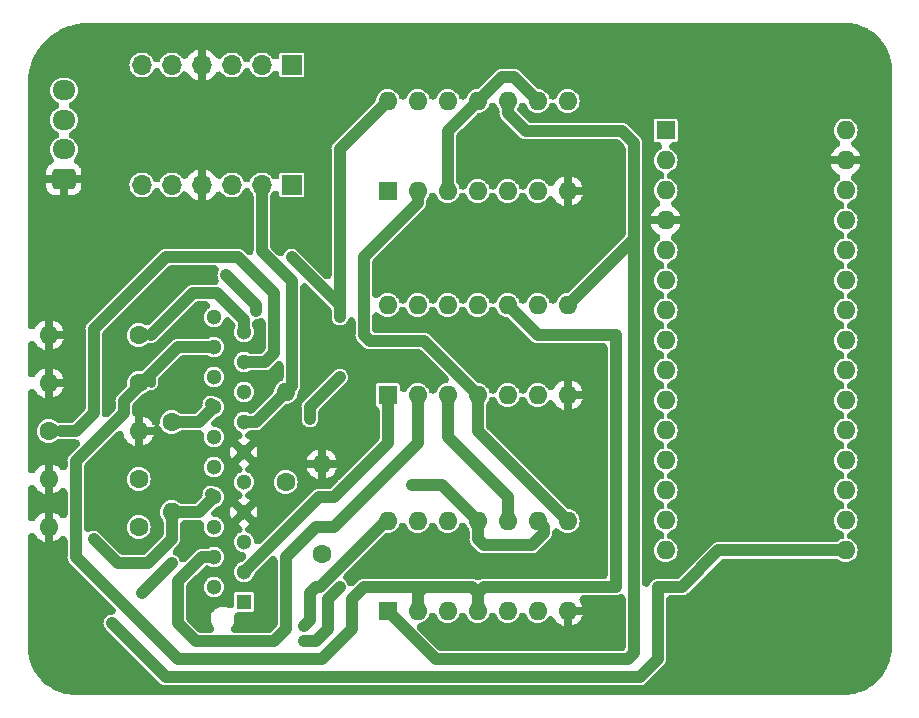
<source format=gbr>
%TF.GenerationSoftware,KiCad,Pcbnew,(7.0.0)*%
%TF.CreationDate,2023-07-07T21:43:18+02:00*%
%TF.ProjectId,newPCB,6e657750-4342-42e6-9b69-6361645f7063,rev?*%
%TF.SameCoordinates,Original*%
%TF.FileFunction,Copper,L1,Top*%
%TF.FilePolarity,Positive*%
%FSLAX46Y46*%
G04 Gerber Fmt 4.6, Leading zero omitted, Abs format (unit mm)*
G04 Created by KiCad (PCBNEW (7.0.0)) date 2023-07-07 21:43:18*
%MOMM*%
%LPD*%
G01*
G04 APERTURE LIST*
G04 Aperture macros list*
%AMRoundRect*
0 Rectangle with rounded corners*
0 $1 Rounding radius*
0 $2 $3 $4 $5 $6 $7 $8 $9 X,Y pos of 4 corners*
0 Add a 4 corners polygon primitive as box body*
4,1,4,$2,$3,$4,$5,$6,$7,$8,$9,$2,$3,0*
0 Add four circle primitives for the rounded corners*
1,1,$1+$1,$2,$3*
1,1,$1+$1,$4,$5*
1,1,$1+$1,$6,$7*
1,1,$1+$1,$8,$9*
0 Add four rect primitives between the rounded corners*
20,1,$1+$1,$2,$3,$4,$5,0*
20,1,$1+$1,$4,$5,$6,$7,0*
20,1,$1+$1,$6,$7,$8,$9,0*
20,1,$1+$1,$8,$9,$2,$3,0*%
G04 Aperture macros list end*
%TA.AperFunction,ComponentPad*%
%ADD10C,1.600000*%
%TD*%
%TA.AperFunction,ComponentPad*%
%ADD11O,1.600000X1.600000*%
%TD*%
%TA.AperFunction,ComponentPad*%
%ADD12R,1.600000X1.600000*%
%TD*%
%TA.AperFunction,ComponentPad*%
%ADD13R,1.700000X1.700000*%
%TD*%
%TA.AperFunction,ComponentPad*%
%ADD14O,1.700000X1.700000*%
%TD*%
%TA.AperFunction,ComponentPad*%
%ADD15RoundRect,0.250000X0.725000X-0.600000X0.725000X0.600000X-0.725000X0.600000X-0.725000X-0.600000X0*%
%TD*%
%TA.AperFunction,ComponentPad*%
%ADD16O,1.950000X1.700000*%
%TD*%
%TA.AperFunction,ComponentPad*%
%ADD17R,1.300000X1.300000*%
%TD*%
%TA.AperFunction,ComponentPad*%
%ADD18C,1.300000*%
%TD*%
%TA.AperFunction,ViaPad*%
%ADD19C,0.800000*%
%TD*%
%TA.AperFunction,Conductor*%
%ADD20C,1.000000*%
%TD*%
%TA.AperFunction,Conductor*%
%ADD21C,0.800000*%
%TD*%
G04 APERTURE END LIST*
D10*
%TO.P,R3,1*%
%TO.N,17*%
X59690000Y-89916000D03*
D11*
%TO.P,R3,2*%
%TO.N,11*%
X67309999Y-89915999D03*
%TD*%
D12*
%TO.P,U3,1,in/out_A*%
%TO.N,5*%
X88391999Y-105155999D03*
D11*
%TO.P,U3,2,in/out_A*%
%TO.N,18*%
X90931999Y-105155999D03*
%TO.P,U3,3,in/out_B*%
%TO.N,17*%
X93471999Y-105155999D03*
%TO.P,U3,4,in/out_B*%
%TO.N,18*%
X96011999Y-105155999D03*
%TO.P,U3,5,Control_B*%
%TO.N,B''*%
X98551999Y-105155999D03*
%TO.P,U3,6,Control_C*%
%TO.N,C''*%
X101091999Y-105155999D03*
%TO.P,U3,7,Vss*%
%TO.N,11*%
X103631999Y-105155999D03*
%TO.P,U3,8,in/out_C*%
%TO.N,17*%
X103631999Y-97535999D03*
%TO.P,U3,9,in/out_C*%
%TO.N,19*%
X101091999Y-97535999D03*
%TO.P,U3,10,in/out_D*%
%TO.N,3*%
X98551999Y-97535999D03*
%TO.P,U3,11,in/out_D*%
%TO.N,19*%
X96011999Y-97535999D03*
%TO.P,U3,12,Control_D*%
%TO.N,D''*%
X93471999Y-97535999D03*
%TO.P,U3,13,Control_A*%
%TO.N,A''*%
X90931999Y-97535999D03*
%TO.P,U3,14,Vdd*%
%TO.N,+5V*%
X88391999Y-97535999D03*
%TD*%
D13*
%TO.P,J2,1,Pin_1*%
%TO.N,SCL2*%
X80263999Y-58927999D03*
D14*
%TO.P,J2,2,Pin_2*%
%TO.N,SDA2*%
X77723999Y-58927999D03*
%TO.P,J2,3,Pin_3*%
%TO.N,3V3*%
X75183999Y-58927999D03*
%TO.P,J2,4,Pin_4*%
%TO.N,11*%
X72643999Y-58927999D03*
%TO.P,J2,5*%
%TO.N,N/C*%
X70103999Y-58927999D03*
%TO.P,J2,6*%
X67563999Y-58927999D03*
%TD*%
D10*
%TO.P,R5,1*%
%TO.N,4*%
X67310000Y-93980000D03*
D11*
%TO.P,R5,2*%
%TO.N,11*%
X59689999Y-93979999D03*
%TD*%
D12*
%TO.P,U1,1,in/out_A*%
%TO.N,5*%
X88391999Y-69595999D03*
D11*
%TO.P,U1,2,in/out_A*%
%TO.N,17*%
X90931999Y-69595999D03*
%TO.P,U1,3,in/out_B*%
%TO.N,4*%
X93471999Y-69595999D03*
%TO.P,U1,4,in/out_B*%
%TO.N,19*%
X96011999Y-69595999D03*
%TO.P,U1,5,Control_B*%
%TO.N,B*%
X98551999Y-69595999D03*
%TO.P,U1,6,Control_C*%
%TO.N,C*%
X101091999Y-69595999D03*
%TO.P,U1,7,Vss*%
%TO.N,11*%
X103631999Y-69595999D03*
%TO.P,U1,8,in/out_C*%
%TO.N,17*%
X103631999Y-61975999D03*
%TO.P,U1,9,in/out_C*%
%TO.N,4*%
X101091999Y-61975999D03*
%TO.P,U1,10,in/out_D*%
%TO.N,5*%
X98551999Y-61975999D03*
%TO.P,U1,11,in/out_D*%
%TO.N,4*%
X96011999Y-61975999D03*
%TO.P,U1,12,Control_D*%
%TO.N,D*%
X93471999Y-61975999D03*
%TO.P,U1,13,Control_A*%
%TO.N,A*%
X90931999Y-61975999D03*
%TO.P,U1,14,Vdd*%
%TO.N,+5V*%
X88391999Y-61975999D03*
%TD*%
D12*
%TO.P,A1,1,D1/TX*%
%TO.N,A*%
X111922999Y-64461999D03*
D11*
%TO.P,A1,2,D0/RX*%
%TO.N,D*%
X111922999Y-67001999D03*
%TO.P,A1,3,~{RESET}*%
%TO.N,unconnected-(A1-~{RESET}-Pad3)*%
X111922999Y-69541999D03*
%TO.P,A1,4,GND*%
%TO.N,11*%
X111922999Y-72081999D03*
%TO.P,A1,5,D2*%
%TO.N,C*%
X111922999Y-74621999D03*
%TO.P,A1,6,D3*%
%TO.N,B*%
X111922999Y-77161999D03*
%TO.P,A1,7,D4*%
%TO.N,A'*%
X111922999Y-79701999D03*
%TO.P,A1,8,D5*%
%TO.N,D'*%
X111922999Y-82241999D03*
%TO.P,A1,9,D6*%
%TO.N,C'*%
X111922999Y-84781999D03*
%TO.P,A1,10,D7*%
%TO.N,B'*%
X111922999Y-87321999D03*
%TO.P,A1,11,D8*%
%TO.N,A''*%
X111922999Y-89861999D03*
%TO.P,A1,12,D9*%
%TO.N,D''*%
X111922999Y-92401999D03*
%TO.P,A1,13,D10*%
%TO.N,C''*%
X111922999Y-94941999D03*
%TO.P,A1,14,D11*%
%TO.N,B''*%
X111922999Y-97481999D03*
%TO.P,A1,15,D12*%
%TO.N,20*%
X111922999Y-100021999D03*
%TO.P,A1,16,D13*%
%TO.N,2*%
X127162999Y-100021999D03*
%TO.P,A1,17,3V3*%
%TO.N,unconnected-(A1-3V3-Pad17)*%
X127162999Y-97481999D03*
%TO.P,A1,18,AREF*%
%TO.N,unconnected-(A1-AREF-Pad18)*%
X127162999Y-94941999D03*
%TO.P,A1,19,A0*%
%TO.N,unconnected-(A1-A0-Pad19)*%
X127162999Y-92401999D03*
%TO.P,A1,20,A1*%
%TO.N,unconnected-(A1-A1-Pad20)*%
X127162999Y-89861999D03*
%TO.P,A1,21,A2*%
%TO.N,unconnected-(A1-A2-Pad21)*%
X127162999Y-87321999D03*
%TO.P,A1,22,A3*%
%TO.N,unconnected-(A1-A3-Pad22)*%
X127162999Y-84781999D03*
%TO.P,A1,23,A4*%
%TO.N,unconnected-(A1-A4-Pad23)*%
X127162999Y-82241999D03*
%TO.P,A1,24,A5*%
%TO.N,unconnected-(A1-A5-Pad24)*%
X127162999Y-79701999D03*
%TO.P,A1,25,A6*%
%TO.N,unconnected-(A1-A6-Pad25)*%
X127162999Y-77161999D03*
%TO.P,A1,26,A7*%
%TO.N,unconnected-(A1-A7-Pad26)*%
X127162999Y-74621999D03*
%TO.P,A1,27,+5V*%
%TO.N,+5V*%
X127162999Y-72081999D03*
%TO.P,A1,28,~{RESET}*%
%TO.N,unconnected-(A1-~{RESET}-Pad28)*%
X127162999Y-69541999D03*
%TO.P,A1,29,GND*%
%TO.N,11*%
X127162999Y-67001999D03*
%TO.P,A1,30,VIN*%
%TO.N,unconnected-(A1-VIN-Pad30)*%
X127162999Y-64461999D03*
%TD*%
D10*
%TO.P,R1,1*%
%TO.N,19*%
X67310000Y-81788000D03*
D11*
%TO.P,R1,2*%
%TO.N,11*%
X59689999Y-81787999D03*
%TD*%
D10*
%TO.P,R8,1*%
%TO.N,14*%
X79756000Y-94234000D03*
D11*
%TO.P,R8,2*%
%TO.N,13*%
X79755999Y-86613999D03*
%TD*%
D15*
%TO.P,J4,1,Pin_1*%
%TO.N,11*%
X60960000Y-68580000D03*
D16*
%TO.P,J4,2,Pin_2*%
%TO.N,SCL2*%
X60959999Y-66079999D03*
%TO.P,J4,3,Pin_3*%
%TO.N,SDA2*%
X60959999Y-63579999D03*
%TO.P,J4,4,Pin_4*%
%TO.N,3V3*%
X60959999Y-61079999D03*
%TD*%
D13*
%TO.P,J3,1,Pin_1*%
%TO.N,8*%
X80263999Y-69087999D03*
D14*
%TO.P,J3,2,Pin_2*%
%TO.N,13*%
X77723999Y-69087999D03*
%TO.P,J3,3,Pin_3*%
%TO.N,14*%
X75183999Y-69087999D03*
%TO.P,J3,4,Pin_4*%
%TO.N,11*%
X72643999Y-69087999D03*
%TO.P,J3,5*%
%TO.N,N/C*%
X70103999Y-69087999D03*
%TO.P,J3,6*%
X67563999Y-69087999D03*
%TD*%
D11*
%TO.P,R4,2*%
%TO.N,11*%
X82803999Y-92709999D03*
D10*
%TO.P,R4,1*%
%TO.N,5*%
X82804000Y-100330000D03*
%TD*%
%TO.P,R2,1*%
%TO.N,18*%
X67310000Y-85852000D03*
D11*
%TO.P,R2,2*%
%TO.N,11*%
X59689999Y-85851999D03*
%TD*%
D10*
%TO.P,R6,1*%
%TO.N,3*%
X67310000Y-98044000D03*
D11*
%TO.P,R6,2*%
%TO.N,11*%
X59689999Y-98043999D03*
%TD*%
D12*
%TO.P,U2,1,in/out_A*%
%TO.N,3*%
X88391999Y-86867999D03*
D11*
%TO.P,U2,2,in/out_A*%
%TO.N,4*%
X90931999Y-86867999D03*
%TO.P,U2,3,in/out_B*%
%TO.N,3*%
X93471999Y-86867999D03*
%TO.P,U2,4,in/out_B*%
%TO.N,17*%
X96011999Y-86867999D03*
%TO.P,U2,5,Control_B*%
%TO.N,B'*%
X98551999Y-86867999D03*
%TO.P,U2,6,Control_C*%
%TO.N,C'*%
X101091999Y-86867999D03*
%TO.P,U2,7,Vss*%
%TO.N,11*%
X103631999Y-86867999D03*
%TO.P,U2,8,in/out_C*%
%TO.N,5*%
X103631999Y-79247999D03*
%TO.P,U2,9,in/out_C*%
%TO.N,3*%
X101091999Y-79247999D03*
%TO.P,U2,10,in/out_D*%
%TO.N,18*%
X98551999Y-79247999D03*
%TO.P,U2,11,in/out_D*%
%TO.N,3*%
X96011999Y-79247999D03*
%TO.P,U2,12,Control_D*%
%TO.N,D'*%
X93471999Y-79247999D03*
%TO.P,U2,13,Control_A*%
%TO.N,A'*%
X90931999Y-79247999D03*
%TO.P,U2,14,Vdd*%
%TO.N,+5V*%
X88391999Y-79247999D03*
%TD*%
D17*
%TO.P,J1,1,Pin_1*%
%TO.N,1*%
X76199999Y-104393999D03*
D18*
%TO.P,J1,2,Pin_2*%
%TO.N,2*%
X73660000Y-103124000D03*
%TO.P,J1,3,Pin_3*%
%TO.N,3*%
X76200000Y-101854000D03*
%TO.P,J1,4,Pin_4*%
%TO.N,4*%
X73660000Y-100584000D03*
%TO.P,J1,5,Pin_5*%
%TO.N,5*%
X76200000Y-99314000D03*
%TO.P,J1,6,Pin_6*%
%TO.N,6*%
X73660000Y-98044000D03*
%TO.P,J1,7,Pin_7*%
%TO.N,11*%
X76200000Y-96774000D03*
%TO.P,J1,8,Pin_8*%
%TO.N,8*%
X73660000Y-95504000D03*
%TO.P,J1,9,Pin_9*%
%TO.N,9*%
X76200000Y-94234000D03*
%TO.P,J1,10,Pin_10*%
%TO.N,10*%
X73660000Y-92964000D03*
%TO.P,J1,11,Pin_11*%
%TO.N,11*%
X76200000Y-91694000D03*
%TO.P,J1,12,Pin_12*%
%TO.N,12*%
X73660000Y-90424000D03*
%TO.P,J1,13,Pin_13*%
%TO.N,13*%
X76200000Y-89154000D03*
%TO.P,J1,14,Pin_14*%
%TO.N,14*%
X73660000Y-87884000D03*
%TO.P,J1,15,Pin_15*%
%TO.N,15*%
X76200000Y-86614000D03*
%TO.P,J1,16,Pin_16*%
%TO.N,16*%
X73660000Y-85344000D03*
%TO.P,J1,17,Pin_17*%
%TO.N,17*%
X76200000Y-84074000D03*
%TO.P,J1,18,Pin_18*%
%TO.N,18*%
X73660000Y-82804000D03*
%TO.P,J1,19,Pin_19*%
%TO.N,19*%
X76200000Y-81534000D03*
%TO.P,J1,20,Pin_20*%
%TO.N,20*%
X73660000Y-80264000D03*
%TD*%
D10*
%TO.P,R7,1*%
%TO.N,14*%
X70104000Y-89154000D03*
D11*
%TO.P,R7,2*%
%TO.N,8*%
X70103999Y-96773999D03*
%TD*%
D19*
%TO.N,11*%
X66040000Y-76200000D03*
X68580000Y-78740000D03*
%TO.N,+5V*%
X81280000Y-106426000D03*
%TO.N,2*%
X65024000Y-106172000D03*
X67564000Y-103632000D03*
X70104000Y-101092000D03*
%TO.N,20*%
X74676000Y-76708000D03*
X77216000Y-79756000D03*
%TO.N,+5V*%
X84328000Y-80264000D03*
X80264000Y-75184000D03*
%TO.N,8*%
X63500000Y-99060000D03*
%TO.N,11*%
X106680000Y-66548000D03*
X93472000Y-81788000D03*
X106680000Y-62484000D03*
X87376000Y-84328000D03*
X105664000Y-101600000D03*
X105664000Y-104648000D03*
%TO.N,14*%
X81280000Y-107696000D03*
X84328000Y-103124000D03*
%TO.N,19*%
X84328000Y-85344000D03*
X81788000Y-88900000D03*
X90424000Y-94488000D03*
%TD*%
D20*
%TO.N,13*%
X80264000Y-86106000D02*
X79756000Y-86614000D01*
X80264000Y-77216000D02*
X80264000Y-86106000D01*
X77724000Y-69088000D02*
X77724000Y-74676000D01*
X77724000Y-74676000D02*
X80264000Y-77216000D01*
%TO.N,4*%
X90932000Y-90932000D02*
X90932000Y-86868000D01*
X83820000Y-98044000D02*
X90932000Y-90932000D01*
X82296000Y-98044000D02*
X83820000Y-98044000D01*
X79756000Y-100584000D02*
X82296000Y-98044000D01*
X78740000Y-107696000D02*
X79756000Y-106680000D01*
X70612000Y-102616000D02*
X70612000Y-106172000D01*
X70612000Y-106172000D02*
X72136000Y-107696000D01*
X72644000Y-100584000D02*
X70612000Y-102616000D01*
X73660000Y-100584000D02*
X72644000Y-100584000D01*
X72136000Y-107696000D02*
X78740000Y-107696000D01*
X79756000Y-106680000D02*
X79756000Y-100584000D01*
%TO.N,3*%
X83820000Y-95504000D02*
X88392000Y-90932000D01*
X82550000Y-95504000D02*
X83820000Y-95504000D01*
X88392000Y-90932000D02*
X88392000Y-86868000D01*
X76200000Y-101854000D02*
X82550000Y-95504000D01*
%TO.N,+5V*%
X81788000Y-103632000D02*
X81788000Y-105918000D01*
X81788000Y-105918000D02*
X81280000Y-106426000D01*
X82296000Y-103124000D02*
X81788000Y-103632000D01*
X82630944Y-103124000D02*
X88218944Y-97536000D01*
X82296000Y-103124000D02*
X82630944Y-103124000D01*
X88218944Y-97536000D02*
X88392000Y-97536000D01*
X84328000Y-79248000D02*
X80264000Y-75184000D01*
X84328000Y-66040000D02*
X88392000Y-61976000D01*
X84328000Y-80264000D02*
X84328000Y-66040000D01*
%TO.N,2*%
X116386000Y-100022000D02*
X127163000Y-100022000D01*
X113284000Y-103124000D02*
X116386000Y-100022000D01*
X111252000Y-103124000D02*
X113284000Y-103124000D01*
X111252000Y-109220000D02*
X111252000Y-103124000D01*
X109728000Y-110744000D02*
X111252000Y-109220000D01*
X69596000Y-110744000D02*
X109728000Y-110744000D01*
X65024000Y-106172000D02*
X69596000Y-110744000D01*
X70104000Y-101092000D02*
X67564000Y-103632000D01*
%TO.N,17*%
X61976000Y-89916000D02*
X60706000Y-89916000D01*
X63500000Y-88392000D02*
X61976000Y-89916000D01*
X63500000Y-81280000D02*
X63500000Y-88392000D01*
X75692000Y-75184000D02*
X69596000Y-75184000D01*
X69596000Y-75184000D02*
X63500000Y-81280000D01*
X78740000Y-78232000D02*
X75692000Y-75184000D01*
X78740000Y-83312000D02*
X78740000Y-78232000D01*
X77978000Y-84074000D02*
X78740000Y-83312000D01*
X76200000Y-84074000D02*
X77978000Y-84074000D01*
%TO.N,20*%
X74860000Y-76892000D02*
X74676000Y-76708000D01*
X77216000Y-79248000D02*
X74860000Y-76892000D01*
X77216000Y-79756000D02*
X77216000Y-79248000D01*
%TO.N,19*%
X73914000Y-78232000D02*
X71882000Y-78232000D01*
X76200000Y-80518000D02*
X73914000Y-78232000D01*
X71882000Y-78232000D02*
X68326000Y-81788000D01*
X76200000Y-81534000D02*
X76200000Y-80518000D01*
%TO.N,+5V*%
X84328000Y-80264000D02*
X84328000Y-79248000D01*
%TO.N,3*%
X98552000Y-95504000D02*
X98552000Y-97536000D01*
X93472000Y-86868000D02*
X93472000Y-90424000D01*
X93472000Y-90424000D02*
X98552000Y-95504000D01*
%TO.N,4*%
X99060000Y-59944000D02*
X101092000Y-61976000D01*
X93472000Y-64516000D02*
X96012000Y-61976000D01*
X93472000Y-69596000D02*
X93472000Y-64516000D01*
X96012000Y-61976000D02*
X98044000Y-59944000D01*
X98044000Y-59944000D02*
X99060000Y-59944000D01*
%TO.N,5*%
X100076000Y-64516000D02*
X98552000Y-62992000D01*
X92456000Y-109220000D02*
X88392000Y-105156000D01*
X98552000Y-62992000D02*
X98552000Y-61976000D01*
X109220000Y-73660000D02*
X109220000Y-108712000D01*
X109220000Y-73660000D02*
X109220000Y-65532000D01*
X109220000Y-65532000D02*
X108204000Y-64516000D01*
X109220000Y-108712000D02*
X108712000Y-109220000D01*
X103632000Y-79248000D02*
X109220000Y-73660000D01*
X108712000Y-109220000D02*
X92456000Y-109220000D01*
X108204000Y-64516000D02*
X100076000Y-64516000D01*
%TO.N,8*%
X70104000Y-99060000D02*
X68072000Y-101092000D01*
X72390000Y-96774000D02*
X73660000Y-95504000D01*
X70104000Y-96774000D02*
X70104000Y-99060000D01*
X70104000Y-96774000D02*
X72390000Y-96774000D01*
X73406000Y-95250000D02*
X73660000Y-95504000D01*
X65532000Y-101092000D02*
X63500000Y-99060000D01*
X68072000Y-101092000D02*
X65532000Y-101092000D01*
%TO.N,13*%
X76200000Y-89154000D02*
X77216000Y-89154000D01*
X77216000Y-89154000D02*
X79756000Y-86614000D01*
%TO.N,14*%
X83312000Y-104140000D02*
X83312000Y-106680000D01*
X82296000Y-107696000D02*
X81280000Y-107696000D01*
X70104000Y-89154000D02*
X72390000Y-89154000D01*
X72390000Y-89154000D02*
X73660000Y-87884000D01*
X84328000Y-103124000D02*
X83312000Y-104140000D01*
X73406000Y-87630000D02*
X73660000Y-87884000D01*
X83312000Y-106680000D02*
X82296000Y-107696000D01*
%TO.N,17*%
X86868000Y-82296000D02*
X86360000Y-81788000D01*
X96012000Y-89916000D02*
X96012000Y-86868000D01*
X103632000Y-97536000D02*
X96012000Y-89916000D01*
X90932000Y-70612000D02*
X90932000Y-69596000D01*
X86360000Y-75184000D02*
X90932000Y-70612000D01*
X96012000Y-86868000D02*
X91440000Y-82296000D01*
X91440000Y-82296000D02*
X86868000Y-82296000D01*
X86360000Y-81788000D02*
X86360000Y-75184000D01*
%TO.N,18*%
X91440000Y-103124000D02*
X90932000Y-103632000D01*
X107696000Y-103124000D02*
X96520000Y-103124000D01*
D21*
X68326000Y-85852000D02*
X68326000Y-85090000D01*
D20*
X90932000Y-103632000D02*
X90932000Y-105156000D01*
X61976000Y-92456000D02*
X66040000Y-88392000D01*
X82804000Y-109220000D02*
X70612000Y-109220000D01*
X96012000Y-103632000D02*
X95504000Y-103124000D01*
X107696000Y-81788000D02*
X107696000Y-103124000D01*
X61976000Y-100584000D02*
X61976000Y-92456000D01*
X98552000Y-79248000D02*
X101092000Y-81788000D01*
X96012000Y-103632000D02*
X96012000Y-105156000D01*
X70612000Y-82804000D02*
X68834000Y-84582000D01*
X85344000Y-106680000D02*
X82804000Y-109220000D01*
X91440000Y-103124000D02*
X86360000Y-103124000D01*
X66040000Y-88392000D02*
X66040000Y-87376000D01*
X68834000Y-84582000D02*
X66040000Y-87376000D01*
X70612000Y-109220000D02*
X61976000Y-100584000D01*
X101092000Y-81788000D02*
X107696000Y-81788000D01*
X73660000Y-82804000D02*
X70612000Y-82804000D01*
D21*
X68326000Y-85090000D02*
X68834000Y-84582000D01*
D20*
X85344000Y-104140000D02*
X85344000Y-106680000D01*
D21*
X65998000Y-87418000D02*
X66040000Y-87376000D01*
D20*
X96520000Y-103124000D02*
X96012000Y-103632000D01*
X86360000Y-103124000D02*
X85344000Y-104140000D01*
X95504000Y-103124000D02*
X91440000Y-103124000D01*
%TO.N,19*%
X100584000Y-99568000D02*
X101600000Y-98552000D01*
X101600000Y-98552000D02*
X101600000Y-98044000D01*
X101600000Y-98044000D02*
X101092000Y-97536000D01*
X96012000Y-97536000D02*
X96012000Y-99060000D01*
X96012000Y-97536000D02*
X92964000Y-94488000D01*
X81788000Y-88900000D02*
X81788000Y-87884000D01*
X92964000Y-94488000D02*
X90424000Y-94488000D01*
X81788000Y-87884000D02*
X84328000Y-85344000D01*
X96012000Y-99060000D02*
X96520000Y-99568000D01*
X96520000Y-99568000D02*
X100584000Y-99568000D01*
%TD*%
%TA.AperFunction,Conductor*%
%TO.N,11*%
G36*
X108305448Y-103741311D02*
G01*
X108392776Y-103794103D01*
X108461101Y-103869898D01*
X108504581Y-103962216D01*
X108519500Y-104063165D01*
X108519500Y-108170500D01*
X108502419Y-108278347D01*
X108452847Y-108375637D01*
X108375637Y-108452847D01*
X108278347Y-108502419D01*
X108170500Y-108519500D01*
X92890717Y-108519500D01*
X92800389Y-108507608D01*
X92716217Y-108472743D01*
X92643937Y-108417280D01*
X90954946Y-106728289D01*
X90891658Y-106641694D01*
X90857657Y-106539968D01*
X90856153Y-106432722D01*
X90887288Y-106330083D01*
X90948122Y-106241747D01*
X91032909Y-106176056D01*
X91125159Y-106142316D01*
X91128132Y-106142024D01*
X91316727Y-106084814D01*
X91490538Y-105991910D01*
X91642883Y-105866883D01*
X91767910Y-105714538D01*
X91860814Y-105540727D01*
X91868027Y-105516946D01*
X91916662Y-105417300D01*
X91994100Y-105337936D01*
X92092524Y-105286870D01*
X92202000Y-105269255D01*
X92311476Y-105286870D01*
X92409900Y-105337936D01*
X92487338Y-105417300D01*
X92535972Y-105516946D01*
X92543186Y-105540727D01*
X92551266Y-105555843D01*
X92551267Y-105555846D01*
X92628006Y-105699415D01*
X92628008Y-105699419D01*
X92636090Y-105714538D01*
X92646965Y-105727789D01*
X92646967Y-105727792D01*
X92728887Y-105827611D01*
X92761117Y-105866883D01*
X92774367Y-105877757D01*
X92893768Y-105975748D01*
X92913462Y-105991910D01*
X93087273Y-106084814D01*
X93275868Y-106142024D01*
X93472000Y-106161341D01*
X93668132Y-106142024D01*
X93856727Y-106084814D01*
X94030538Y-105991910D01*
X94182883Y-105866883D01*
X94307910Y-105714538D01*
X94400814Y-105540727D01*
X94408027Y-105516946D01*
X94456662Y-105417300D01*
X94534100Y-105337936D01*
X94632524Y-105286870D01*
X94742000Y-105269255D01*
X94851476Y-105286870D01*
X94949900Y-105337936D01*
X95027338Y-105417300D01*
X95075972Y-105516946D01*
X95083186Y-105540727D01*
X95091266Y-105555843D01*
X95091267Y-105555846D01*
X95168006Y-105699415D01*
X95168008Y-105699419D01*
X95176090Y-105714538D01*
X95186965Y-105727789D01*
X95186967Y-105727792D01*
X95268887Y-105827611D01*
X95301117Y-105866883D01*
X95314367Y-105877757D01*
X95433768Y-105975748D01*
X95453462Y-105991910D01*
X95627273Y-106084814D01*
X95815868Y-106142024D01*
X96012000Y-106161341D01*
X96208132Y-106142024D01*
X96396727Y-106084814D01*
X96570538Y-105991910D01*
X96722883Y-105866883D01*
X96847910Y-105714538D01*
X96940814Y-105540727D01*
X96948027Y-105516946D01*
X96996662Y-105417300D01*
X97074100Y-105337936D01*
X97172524Y-105286870D01*
X97282000Y-105269255D01*
X97391476Y-105286870D01*
X97489900Y-105337936D01*
X97567338Y-105417300D01*
X97615972Y-105516946D01*
X97623186Y-105540727D01*
X97631266Y-105555843D01*
X97631267Y-105555846D01*
X97708006Y-105699415D01*
X97708008Y-105699419D01*
X97716090Y-105714538D01*
X97726965Y-105727789D01*
X97726967Y-105727792D01*
X97808887Y-105827611D01*
X97841117Y-105866883D01*
X97854367Y-105877757D01*
X97973768Y-105975748D01*
X97993462Y-105991910D01*
X98167273Y-106084814D01*
X98355868Y-106142024D01*
X98552000Y-106161341D01*
X98748132Y-106142024D01*
X98936727Y-106084814D01*
X99110538Y-105991910D01*
X99262883Y-105866883D01*
X99387910Y-105714538D01*
X99480814Y-105540727D01*
X99488027Y-105516946D01*
X99536662Y-105417300D01*
X99614100Y-105337936D01*
X99712524Y-105286870D01*
X99822000Y-105269255D01*
X99931476Y-105286870D01*
X100029900Y-105337936D01*
X100107338Y-105417300D01*
X100155972Y-105516946D01*
X100163186Y-105540727D01*
X100171266Y-105555843D01*
X100171267Y-105555846D01*
X100248006Y-105699415D01*
X100248008Y-105699419D01*
X100256090Y-105714538D01*
X100266965Y-105727789D01*
X100266967Y-105727792D01*
X100348887Y-105827611D01*
X100381117Y-105866883D01*
X100394367Y-105877757D01*
X100513768Y-105975748D01*
X100533462Y-105991910D01*
X100707273Y-106084814D01*
X100895868Y-106142024D01*
X101092000Y-106161341D01*
X101288132Y-106142024D01*
X101476727Y-106084814D01*
X101650538Y-105991910D01*
X101802883Y-105866883D01*
X101914223Y-105731214D01*
X101988295Y-105663657D01*
X102078522Y-105619943D01*
X102177454Y-105603683D01*
X102276926Y-105616221D01*
X102368729Y-105656521D01*
X102445287Y-105721257D01*
X102485621Y-105782740D01*
X102487808Y-105781478D01*
X102510604Y-105820962D01*
X102623594Y-105982328D01*
X102643117Y-106005595D01*
X102782404Y-106144882D01*
X102805671Y-106164405D01*
X102967037Y-106277395D01*
X102993325Y-106292572D01*
X103171858Y-106375824D01*
X103200400Y-106386212D01*
X103256205Y-106401165D01*
X103278576Y-106403615D01*
X103282000Y-106381376D01*
X103982000Y-106381376D01*
X103985423Y-106403615D01*
X104007794Y-106401165D01*
X104063599Y-106386212D01*
X104092141Y-106375824D01*
X104270674Y-106292572D01*
X104296962Y-106277395D01*
X104458328Y-106164405D01*
X104481595Y-106144882D01*
X104620882Y-106005595D01*
X104640405Y-105982328D01*
X104753395Y-105820962D01*
X104768572Y-105794674D01*
X104851824Y-105616141D01*
X104862212Y-105587599D01*
X104877165Y-105531794D01*
X104879615Y-105509423D01*
X104857376Y-105506000D01*
X104009464Y-105506000D01*
X103985755Y-105509755D01*
X103982000Y-105533464D01*
X103982000Y-106381376D01*
X103282000Y-106381376D01*
X103282000Y-105155000D01*
X103299081Y-105047153D01*
X103348653Y-104949863D01*
X103425863Y-104872653D01*
X103523153Y-104823081D01*
X103631000Y-104806000D01*
X104857376Y-104806000D01*
X104879615Y-104802576D01*
X104877165Y-104780205D01*
X104862212Y-104724400D01*
X104851824Y-104695858D01*
X104768572Y-104517325D01*
X104753395Y-104491036D01*
X104671220Y-104373678D01*
X104623609Y-104276369D01*
X104608131Y-104169149D01*
X104626277Y-104062348D01*
X104676299Y-103966257D01*
X104753378Y-103890134D01*
X104850085Y-103841313D01*
X104957104Y-103824500D01*
X107759943Y-103824500D01*
X107781056Y-103824500D01*
X107802005Y-103819336D01*
X107843465Y-103811739D01*
X107843598Y-103811722D01*
X107864872Y-103809140D01*
X107885030Y-103801494D01*
X107925283Y-103788951D01*
X107946225Y-103783790D01*
X107965320Y-103773767D01*
X108003755Y-103756468D01*
X108023930Y-103748818D01*
X108024349Y-103748528D01*
X108104633Y-103720437D01*
X108206583Y-103716035D01*
X108305448Y-103741311D01*
G37*
%TD.AperFunction*%
%TA.AperFunction,Conductor*%
G36*
X73840310Y-75900303D02*
G01*
X73934737Y-75946280D01*
X74011210Y-76018268D01*
X74062803Y-76109748D01*
X74084844Y-76212435D01*
X74075337Y-76317029D01*
X74049324Y-76379823D01*
X74052108Y-76381076D01*
X74043442Y-76400328D01*
X74032522Y-76418394D01*
X74026242Y-76438544D01*
X74026241Y-76438549D01*
X73988193Y-76560651D01*
X73988191Y-76560657D01*
X73981914Y-76580804D01*
X73980639Y-76601869D01*
X73980639Y-76601873D01*
X73972916Y-76729529D01*
X73972916Y-76729537D01*
X73971642Y-76750606D01*
X73975446Y-76771368D01*
X73975447Y-76771372D01*
X73998499Y-76897165D01*
X74002305Y-76917932D01*
X74010970Y-76937186D01*
X74010971Y-76937187D01*
X74016494Y-76949459D01*
X74055766Y-77036717D01*
X74056913Y-77039264D01*
X74084338Y-77134457D01*
X74083911Y-77233521D01*
X74055667Y-77328474D01*
X74001880Y-77411666D01*
X73926884Y-77476393D01*
X73836723Y-77517440D01*
X73738661Y-77531500D01*
X71913699Y-77531500D01*
X71892627Y-77530863D01*
X71860463Y-77528917D01*
X71860459Y-77528917D01*
X71839394Y-77527643D01*
X71818637Y-77531446D01*
X71818627Y-77531447D01*
X71786922Y-77537257D01*
X71766101Y-77540426D01*
X71734084Y-77544314D01*
X71734074Y-77544316D01*
X71713128Y-77546860D01*
X71695212Y-77553653D01*
X71693026Y-77554123D01*
X71690914Y-77554851D01*
X71672068Y-77558306D01*
X71652827Y-77566965D01*
X71652822Y-77566967D01*
X71623421Y-77580199D01*
X71603961Y-77588259D01*
X71573813Y-77599693D01*
X71573803Y-77599697D01*
X71554070Y-77607182D01*
X71538293Y-77618071D01*
X71536290Y-77619047D01*
X71534415Y-77620259D01*
X71516943Y-77628123D01*
X71500328Y-77641139D01*
X71500329Y-77641139D01*
X71474949Y-77661022D01*
X71457985Y-77673504D01*
X71431442Y-77691826D01*
X71431440Y-77691827D01*
X71414071Y-77703817D01*
X71400077Y-77719611D01*
X71400073Y-77719616D01*
X71378695Y-77743747D01*
X71364250Y-77759091D01*
X68248833Y-80874508D01*
X68158968Y-80939463D01*
X68053262Y-80972951D01*
X67942388Y-80971590D01*
X67837536Y-80935519D01*
X67767951Y-80898325D01*
X67694727Y-80859186D01*
X67678327Y-80854211D01*
X67678322Y-80854209D01*
X67522540Y-80806953D01*
X67522536Y-80806952D01*
X67506132Y-80801976D01*
X67489073Y-80800295D01*
X67489069Y-80800295D01*
X67327058Y-80784339D01*
X67310000Y-80782659D01*
X67292942Y-80784339D01*
X67130930Y-80800295D01*
X67130924Y-80800296D01*
X67113868Y-80801976D01*
X67097465Y-80806951D01*
X67097459Y-80806953D01*
X66941677Y-80854209D01*
X66941669Y-80854212D01*
X66925273Y-80859186D01*
X66910159Y-80867264D01*
X66910153Y-80867267D01*
X66766584Y-80944006D01*
X66766575Y-80944011D01*
X66751462Y-80952090D01*
X66738214Y-80962961D01*
X66738207Y-80962967D01*
X66612367Y-81066242D01*
X66612361Y-81066247D01*
X66599117Y-81077117D01*
X66588247Y-81090361D01*
X66588242Y-81090367D01*
X66484967Y-81216207D01*
X66484961Y-81216214D01*
X66474090Y-81229462D01*
X66466011Y-81244575D01*
X66466006Y-81244584D01*
X66389267Y-81388153D01*
X66389264Y-81388159D01*
X66381186Y-81403273D01*
X66376212Y-81419669D01*
X66376209Y-81419677D01*
X66328953Y-81575459D01*
X66328951Y-81575465D01*
X66323976Y-81591868D01*
X66322296Y-81608924D01*
X66322295Y-81608930D01*
X66310862Y-81725019D01*
X66304659Y-81788000D01*
X66306339Y-81805058D01*
X66315460Y-81897673D01*
X66323976Y-81984132D01*
X66328952Y-82000536D01*
X66328953Y-82000540D01*
X66376209Y-82156322D01*
X66376211Y-82156327D01*
X66381186Y-82172727D01*
X66389266Y-82187843D01*
X66389267Y-82187846D01*
X66466006Y-82331415D01*
X66466008Y-82331419D01*
X66474090Y-82346538D01*
X66484965Y-82359789D01*
X66484967Y-82359792D01*
X66585332Y-82482086D01*
X66599117Y-82498883D01*
X66751462Y-82623910D01*
X66766583Y-82631992D01*
X66766584Y-82631993D01*
X66821821Y-82661518D01*
X66925273Y-82716814D01*
X67113868Y-82774024D01*
X67310000Y-82793341D01*
X67506132Y-82774024D01*
X67694727Y-82716814D01*
X67868538Y-82623910D01*
X67947556Y-82559061D01*
X68033786Y-82507081D01*
X68131271Y-82481882D01*
X68198667Y-82484346D01*
X68198804Y-82482086D01*
X68347529Y-82491083D01*
X68347529Y-82491082D01*
X68368606Y-82492358D01*
X68535932Y-82461695D01*
X68691057Y-82391878D01*
X68791367Y-82313290D01*
X72069936Y-79034720D01*
X72142217Y-78979257D01*
X72226389Y-78944392D01*
X72316717Y-78932500D01*
X72971584Y-78932500D01*
X73079431Y-78949581D01*
X73176721Y-78999153D01*
X73253931Y-79076363D01*
X73303503Y-79173653D01*
X73320584Y-79281499D01*
X73303503Y-79389346D01*
X73253931Y-79486636D01*
X73176722Y-79563846D01*
X73102568Y-79617722D01*
X73102564Y-79617725D01*
X73087770Y-79628474D01*
X73075539Y-79642057D01*
X73075531Y-79642065D01*
X72980378Y-79747743D01*
X72980372Y-79747750D01*
X72968141Y-79761335D01*
X72958999Y-79777168D01*
X72958997Y-79777172D01*
X72887894Y-79900326D01*
X72887891Y-79900330D01*
X72878750Y-79916165D01*
X72873100Y-79933552D01*
X72873098Y-79933558D01*
X72829155Y-80068801D01*
X72823503Y-80086197D01*
X72821592Y-80104378D01*
X72821590Y-80104388D01*
X72809027Y-80223929D01*
X72804815Y-80264000D01*
X72806727Y-80282191D01*
X72821590Y-80423611D01*
X72821591Y-80423619D01*
X72823503Y-80441803D01*
X72829154Y-80459197D01*
X72829155Y-80459198D01*
X72861188Y-80557787D01*
X72878750Y-80611835D01*
X72887893Y-80627672D01*
X72887894Y-80627673D01*
X72901608Y-80651427D01*
X72968141Y-80766665D01*
X72980376Y-80780253D01*
X72980378Y-80780256D01*
X73075526Y-80885928D01*
X73087770Y-80899526D01*
X73232407Y-81004612D01*
X73395733Y-81077329D01*
X73570609Y-81114500D01*
X73731106Y-81114500D01*
X73749391Y-81114500D01*
X73924267Y-81077329D01*
X74087593Y-81004612D01*
X74232230Y-80899526D01*
X74351859Y-80766665D01*
X74441250Y-80611835D01*
X74476638Y-80502921D01*
X74521675Y-80412024D01*
X74590955Y-80337914D01*
X74678623Y-80286860D01*
X74777270Y-80263177D01*
X74878560Y-80268865D01*
X74973935Y-80303444D01*
X75055335Y-80363992D01*
X75397280Y-80705937D01*
X75452743Y-80778217D01*
X75487608Y-80862389D01*
X75499500Y-80952717D01*
X75499500Y-80952787D01*
X75487608Y-81043114D01*
X75452743Y-81127286D01*
X75427896Y-81170321D01*
X75427890Y-81170332D01*
X75418750Y-81186165D01*
X75413100Y-81203552D01*
X75413098Y-81203558D01*
X75377478Y-81313186D01*
X75363503Y-81356197D01*
X75361592Y-81374378D01*
X75361590Y-81374388D01*
X75347191Y-81511388D01*
X75344815Y-81534000D01*
X75346727Y-81552191D01*
X75361590Y-81693611D01*
X75361591Y-81693619D01*
X75363503Y-81711803D01*
X75369154Y-81729197D01*
X75369155Y-81729198D01*
X75408849Y-81851365D01*
X75418750Y-81881835D01*
X75508141Y-82036665D01*
X75520376Y-82050253D01*
X75520378Y-82050256D01*
X75612941Y-82153057D01*
X75627770Y-82169526D01*
X75772407Y-82274612D01*
X75935733Y-82347329D01*
X76110609Y-82384500D01*
X76271106Y-82384500D01*
X76289391Y-82384500D01*
X76464267Y-82347329D01*
X76627593Y-82274612D01*
X76772230Y-82169526D01*
X76891859Y-82036665D01*
X76981250Y-81881835D01*
X77036497Y-81711803D01*
X77055185Y-81534000D01*
X77036497Y-81356197D01*
X76981250Y-81186165D01*
X76972104Y-81170325D01*
X76972103Y-81170321D01*
X76947257Y-81127286D01*
X76912392Y-81043114D01*
X76900500Y-80952787D01*
X76900500Y-80805500D01*
X76917581Y-80697653D01*
X76967153Y-80600363D01*
X77044363Y-80523153D01*
X77141653Y-80473581D01*
X77249500Y-80456500D01*
X77279949Y-80456500D01*
X77301056Y-80456500D01*
X77466225Y-80415790D01*
X77528313Y-80383203D01*
X77624630Y-80349501D01*
X77726580Y-80345098D01*
X77825446Y-80370373D01*
X77912775Y-80423165D01*
X77981100Y-80498960D01*
X78024581Y-80591279D01*
X78039500Y-80692228D01*
X78039500Y-82877283D01*
X78027608Y-82967611D01*
X77992743Y-83051783D01*
X77937280Y-83124063D01*
X77790063Y-83271280D01*
X77717783Y-83326743D01*
X77633611Y-83361608D01*
X77543283Y-83373500D01*
X76786759Y-83373500D01*
X76696429Y-83361607D01*
X76627703Y-83333139D01*
X76627593Y-83333388D01*
X76618089Y-83329156D01*
X76618070Y-83329148D01*
X76610890Y-83325951D01*
X76610886Y-83325949D01*
X76480978Y-83268111D01*
X76480976Y-83268110D01*
X76464267Y-83260671D01*
X76446380Y-83256869D01*
X76446374Y-83256867D01*
X76307274Y-83227301D01*
X76307272Y-83227300D01*
X76289391Y-83223500D01*
X76110609Y-83223500D01*
X76092728Y-83227300D01*
X76092725Y-83227301D01*
X75953624Y-83256868D01*
X75953622Y-83256868D01*
X75935733Y-83260671D01*
X75919020Y-83268111D01*
X75919020Y-83268112D01*
X75789119Y-83325947D01*
X75789116Y-83325949D01*
X75772408Y-83333388D01*
X75757619Y-83344132D01*
X75757610Y-83344138D01*
X75642566Y-83427723D01*
X75642560Y-83427728D01*
X75627770Y-83438474D01*
X75615539Y-83452057D01*
X75615531Y-83452065D01*
X75520378Y-83557743D01*
X75520372Y-83557750D01*
X75508141Y-83571335D01*
X75498999Y-83587168D01*
X75498997Y-83587172D01*
X75427894Y-83710326D01*
X75427891Y-83710330D01*
X75418750Y-83726165D01*
X75413100Y-83743552D01*
X75413098Y-83743558D01*
X75379095Y-83848210D01*
X75363503Y-83896197D01*
X75361592Y-83914378D01*
X75361590Y-83914388D01*
X75352668Y-83999282D01*
X75344815Y-84074000D01*
X75346727Y-84092191D01*
X75361590Y-84233611D01*
X75361591Y-84233619D01*
X75363503Y-84251803D01*
X75418750Y-84421835D01*
X75508141Y-84576665D01*
X75520376Y-84590253D01*
X75520378Y-84590256D01*
X75614010Y-84694244D01*
X75627770Y-84709526D01*
X75772407Y-84814612D01*
X75935733Y-84887329D01*
X76110609Y-84924500D01*
X76271106Y-84924500D01*
X76289391Y-84924500D01*
X76464267Y-84887329D01*
X76627593Y-84814612D01*
X76627703Y-84814860D01*
X76696429Y-84786393D01*
X76786759Y-84774500D01*
X77946287Y-84774500D01*
X77967360Y-84775136D01*
X78020606Y-84778358D01*
X78073096Y-84768738D01*
X78093919Y-84765569D01*
X78146872Y-84759140D01*
X78164796Y-84752341D01*
X78166970Y-84751875D01*
X78169066Y-84751151D01*
X78187932Y-84747695D01*
X78236606Y-84725787D01*
X78256060Y-84717730D01*
X78305930Y-84698818D01*
X78321708Y-84687925D01*
X78323706Y-84686953D01*
X78325572Y-84685746D01*
X78343057Y-84677878D01*
X78385063Y-84644967D01*
X78402018Y-84632491D01*
X78445929Y-84602183D01*
X78481306Y-84562249D01*
X78495723Y-84546932D01*
X78967723Y-84074932D01*
X79049983Y-84013925D01*
X79146414Y-83979422D01*
X79248708Y-83974397D01*
X79348057Y-83999282D01*
X79435903Y-84051935D01*
X79504683Y-84127822D01*
X79548472Y-84220407D01*
X79563500Y-84321716D01*
X79563500Y-85374188D01*
X79548472Y-85475498D01*
X79504682Y-85568083D01*
X79435901Y-85643970D01*
X79370269Y-85683307D01*
X79371273Y-85685186D01*
X79212584Y-85770006D01*
X79212575Y-85770011D01*
X79197462Y-85778090D01*
X79184214Y-85788961D01*
X79184207Y-85788967D01*
X79058367Y-85892242D01*
X79058361Y-85892247D01*
X79045117Y-85903117D01*
X79034247Y-85916361D01*
X79034242Y-85916367D01*
X78930967Y-86042207D01*
X78930961Y-86042214D01*
X78920090Y-86055462D01*
X78912011Y-86070575D01*
X78912006Y-86070584D01*
X78835267Y-86214153D01*
X78835264Y-86214159D01*
X78827186Y-86229273D01*
X78822212Y-86245669D01*
X78822209Y-86245677D01*
X78774953Y-86401459D01*
X78774951Y-86401465D01*
X78769976Y-86417868D01*
X78768296Y-86434922D01*
X78768293Y-86434939D01*
X78761293Y-86506016D01*
X78744452Y-86583990D01*
X78710345Y-86656103D01*
X78660754Y-86718587D01*
X77030067Y-88349275D01*
X76937646Y-88415503D01*
X76828842Y-88448509D01*
X76715202Y-88444789D01*
X76628192Y-88412041D01*
X76627593Y-88413388D01*
X76480978Y-88348111D01*
X76480976Y-88348110D01*
X76464267Y-88340671D01*
X76446380Y-88336869D01*
X76446374Y-88336867D01*
X76307274Y-88307301D01*
X76307272Y-88307300D01*
X76289391Y-88303500D01*
X76110609Y-88303500D01*
X76092728Y-88307300D01*
X76092725Y-88307301D01*
X75953624Y-88336868D01*
X75953622Y-88336868D01*
X75935733Y-88340671D01*
X75919020Y-88348111D01*
X75919020Y-88348112D01*
X75789119Y-88405947D01*
X75789113Y-88405950D01*
X75772408Y-88413388D01*
X75757619Y-88424132D01*
X75757610Y-88424138D01*
X75642566Y-88507723D01*
X75642560Y-88507728D01*
X75627770Y-88518474D01*
X75615539Y-88532057D01*
X75615531Y-88532065D01*
X75520378Y-88637743D01*
X75520372Y-88637750D01*
X75508141Y-88651335D01*
X75498999Y-88667168D01*
X75498997Y-88667172D01*
X75427894Y-88790326D01*
X75427891Y-88790330D01*
X75418750Y-88806165D01*
X75413100Y-88823552D01*
X75413098Y-88823558D01*
X75379823Y-88925968D01*
X75363503Y-88976197D01*
X75361592Y-88994378D01*
X75361590Y-88994388D01*
X75351576Y-89089671D01*
X75344815Y-89154000D01*
X75346727Y-89172191D01*
X75361590Y-89313611D01*
X75361591Y-89313619D01*
X75363503Y-89331803D01*
X75369154Y-89349197D01*
X75369155Y-89349198D01*
X75406003Y-89462606D01*
X75418750Y-89501835D01*
X75508141Y-89656665D01*
X75520376Y-89670253D01*
X75520378Y-89670256D01*
X75615526Y-89775928D01*
X75627770Y-89789526D01*
X75772407Y-89894612D01*
X75789114Y-89902050D01*
X75789117Y-89902052D01*
X75884878Y-89944687D01*
X75971215Y-89999533D01*
X76037944Y-90077055D01*
X76079331Y-90170593D01*
X76091823Y-90272112D01*
X76074346Y-90372893D01*
X76028402Y-90464279D01*
X75957937Y-90538420D01*
X75869003Y-90588947D01*
X75700252Y-90654321D01*
X75685369Y-90661732D01*
X75675668Y-90669978D01*
X75688896Y-90687922D01*
X76180578Y-91179603D01*
X76199999Y-91193713D01*
X76219422Y-91179602D01*
X76711101Y-90687923D01*
X76724330Y-90669977D01*
X76714631Y-90661733D01*
X76699753Y-90654325D01*
X76530996Y-90588948D01*
X76442062Y-90538420D01*
X76371597Y-90464279D01*
X76325653Y-90372893D01*
X76308176Y-90272112D01*
X76320668Y-90170592D01*
X76362056Y-90077054D01*
X76428784Y-89999533D01*
X76515116Y-89944689D01*
X76627593Y-89894612D01*
X76627593Y-89894611D01*
X76627595Y-89894611D01*
X76627705Y-89894859D01*
X76696429Y-89866393D01*
X76786759Y-89854500D01*
X77184287Y-89854500D01*
X77205360Y-89855136D01*
X77258606Y-89858358D01*
X77311096Y-89848738D01*
X77331919Y-89845569D01*
X77384872Y-89839140D01*
X77402796Y-89832341D01*
X77404970Y-89831875D01*
X77407066Y-89831151D01*
X77425932Y-89827695D01*
X77474606Y-89805787D01*
X77494060Y-89797730D01*
X77543930Y-89778818D01*
X77559708Y-89767925D01*
X77561706Y-89766953D01*
X77563572Y-89765746D01*
X77581057Y-89757878D01*
X77623063Y-89724967D01*
X77640018Y-89712491D01*
X77683929Y-89682183D01*
X77719306Y-89642249D01*
X77733739Y-89626916D01*
X79519261Y-87841394D01*
X81083642Y-87841394D01*
X81084916Y-87862458D01*
X81084916Y-87862463D01*
X81086863Y-87894639D01*
X81087500Y-87915713D01*
X81087500Y-88942372D01*
X81088770Y-88952836D01*
X81088771Y-88952843D01*
X81096684Y-89018006D01*
X81102860Y-89068872D01*
X81110346Y-89088611D01*
X81140735Y-89168743D01*
X81163182Y-89227930D01*
X81175170Y-89245298D01*
X81175171Y-89245299D01*
X81247532Y-89350132D01*
X81259817Y-89367929D01*
X81349984Y-89447809D01*
X81366685Y-89462606D01*
X81387148Y-89480734D01*
X81537775Y-89559790D01*
X81702944Y-89600500D01*
X81851949Y-89600500D01*
X81873056Y-89600500D01*
X82038225Y-89559790D01*
X82188852Y-89480734D01*
X82316183Y-89367929D01*
X82412818Y-89227930D01*
X82473140Y-89068872D01*
X82488500Y-88942372D01*
X82488500Y-88318717D01*
X82500392Y-88228389D01*
X82535257Y-88144217D01*
X82590720Y-88071937D01*
X83718216Y-86944441D01*
X84853290Y-85809367D01*
X84931877Y-85709057D01*
X85001694Y-85553932D01*
X85032357Y-85386606D01*
X85022086Y-85216805D01*
X84971477Y-85054394D01*
X84954113Y-85025671D01*
X84894391Y-84926878D01*
X84894390Y-84926877D01*
X84883472Y-84908816D01*
X84763184Y-84788528D01*
X84745123Y-84777610D01*
X84745121Y-84777608D01*
X84635666Y-84711440D01*
X84635661Y-84711438D01*
X84617606Y-84700523D01*
X84588124Y-84691336D01*
X84475350Y-84656194D01*
X84475346Y-84656193D01*
X84455195Y-84649914D01*
X84434120Y-84648639D01*
X84434119Y-84648639D01*
X84306462Y-84640917D01*
X84306458Y-84640917D01*
X84285394Y-84639643D01*
X84264636Y-84643446D01*
X84264635Y-84643447D01*
X84138834Y-84666500D01*
X84138829Y-84666501D01*
X84118068Y-84670306D01*
X84098815Y-84678970D01*
X84098812Y-84678972D01*
X83982194Y-84731458D01*
X83982189Y-84731460D01*
X83962943Y-84740123D01*
X83946327Y-84753140D01*
X83946323Y-84753143D01*
X83870940Y-84812201D01*
X83870930Y-84812209D01*
X83862633Y-84818710D01*
X83855178Y-84826164D01*
X83855170Y-84826172D01*
X81315091Y-87366250D01*
X81299747Y-87380695D01*
X81281149Y-87397172D01*
X81259817Y-87416071D01*
X81247828Y-87433439D01*
X81247823Y-87433445D01*
X81229505Y-87459983D01*
X81217019Y-87476951D01*
X81209712Y-87486278D01*
X81175831Y-87517298D01*
X81163000Y-87556004D01*
X81163180Y-87556072D01*
X81155702Y-87575792D01*
X81155698Y-87575800D01*
X81144270Y-87605934D01*
X81136208Y-87625397D01*
X81122966Y-87654820D01*
X81122962Y-87654831D01*
X81114305Y-87674068D01*
X81110850Y-87692914D01*
X81110122Y-87695026D01*
X81109651Y-87697217D01*
X81102860Y-87715128D01*
X81100316Y-87736070D01*
X81100316Y-87736074D01*
X81096430Y-87768079D01*
X81093261Y-87788895D01*
X81083642Y-87841394D01*
X79519261Y-87841394D01*
X79651414Y-87709241D01*
X79713895Y-87659653D01*
X79786010Y-87625546D01*
X79863981Y-87608705D01*
X79952132Y-87600024D01*
X80140727Y-87542814D01*
X80314538Y-87449910D01*
X80466883Y-87324883D01*
X80578900Y-87188389D01*
X80608217Y-87162658D01*
X80627190Y-87106533D01*
X80684814Y-86998727D01*
X80742024Y-86810132D01*
X80751967Y-86709167D01*
X80771583Y-86623332D01*
X80812055Y-86545138D01*
X80822514Y-86529984D01*
X80834968Y-86513059D01*
X80867877Y-86471057D01*
X80875742Y-86453577D01*
X80876952Y-86451707D01*
X80877924Y-86449709D01*
X80888818Y-86433930D01*
X80907737Y-86384042D01*
X80915789Y-86364599D01*
X80937694Y-86315932D01*
X80941150Y-86297068D01*
X80941875Y-86294968D01*
X80942340Y-86292799D01*
X80949140Y-86274872D01*
X80955570Y-86221906D01*
X80958744Y-86201060D01*
X80968357Y-86148606D01*
X80965136Y-86095372D01*
X80964500Y-86074301D01*
X80964500Y-77717717D01*
X80979528Y-77616408D01*
X81023317Y-77523823D01*
X81092097Y-77447936D01*
X81179943Y-77395283D01*
X81279292Y-77370398D01*
X81381587Y-77375423D01*
X81478017Y-77409926D01*
X81560280Y-77470937D01*
X83525280Y-79435937D01*
X83580743Y-79508217D01*
X83615608Y-79592389D01*
X83627500Y-79682717D01*
X83627500Y-80306372D01*
X83628770Y-80316836D01*
X83628771Y-80316843D01*
X83640315Y-80411913D01*
X83642860Y-80432872D01*
X83650346Y-80452611D01*
X83685760Y-80545993D01*
X83703182Y-80591930D01*
X83715170Y-80609298D01*
X83715171Y-80609299D01*
X83768572Y-80686664D01*
X83799817Y-80731929D01*
X83927148Y-80844734D01*
X84077775Y-80923790D01*
X84242944Y-80964500D01*
X84391949Y-80964500D01*
X84413056Y-80964500D01*
X84578225Y-80923790D01*
X84728852Y-80844734D01*
X84856183Y-80731929D01*
X84952818Y-80591930D01*
X84984178Y-80509237D01*
X85037223Y-80415920D01*
X85116119Y-80343136D01*
X85213401Y-80297772D01*
X85319869Y-80284119D01*
X85425451Y-80303467D01*
X85520159Y-80353987D01*
X85595034Y-80430900D01*
X85642993Y-80526930D01*
X85659500Y-80632993D01*
X85659500Y-81756287D01*
X85658863Y-81777361D01*
X85656916Y-81809537D01*
X85656916Y-81809541D01*
X85655642Y-81830606D01*
X85659446Y-81851365D01*
X85665260Y-81883093D01*
X85668430Y-81903922D01*
X85672315Y-81935918D01*
X85672316Y-81935922D01*
X85674860Y-81956872D01*
X85681655Y-81974791D01*
X85682124Y-81976974D01*
X85682848Y-81979074D01*
X85686305Y-81997932D01*
X85694967Y-82017178D01*
X85708204Y-82046590D01*
X85716269Y-82066063D01*
X85735182Y-82115930D01*
X85746068Y-82131701D01*
X85747046Y-82133709D01*
X85748257Y-82135582D01*
X85756122Y-82153057D01*
X85789033Y-82195065D01*
X85801503Y-82212012D01*
X85831817Y-82255929D01*
X85847614Y-82269924D01*
X85847616Y-82269926D01*
X85871736Y-82291294D01*
X85887087Y-82305744D01*
X86350247Y-82768903D01*
X86364697Y-82784254D01*
X86400071Y-82824183D01*
X86443986Y-82854495D01*
X86460959Y-82866985D01*
X86486317Y-82886852D01*
X86486321Y-82886854D01*
X86502943Y-82899877D01*
X86520421Y-82907742D01*
X86522298Y-82908956D01*
X86524294Y-82909928D01*
X86540070Y-82920818D01*
X86559807Y-82928303D01*
X86559809Y-82928304D01*
X86589953Y-82939736D01*
X86609434Y-82947805D01*
X86658068Y-82969694D01*
X86676922Y-82973148D01*
X86679033Y-82973877D01*
X86681209Y-82974344D01*
X86699128Y-82981140D01*
X86720077Y-82983683D01*
X86720079Y-82983684D01*
X86741104Y-82986236D01*
X86752096Y-82987571D01*
X86772919Y-82990740D01*
X86825394Y-83000357D01*
X86878627Y-82997136D01*
X86899699Y-82996500D01*
X91005283Y-82996500D01*
X91095611Y-83008392D01*
X91179783Y-83043257D01*
X91252063Y-83098720D01*
X93449053Y-85295710D01*
X93512340Y-85382304D01*
X93546341Y-85484026D01*
X93547847Y-85591271D01*
X93516715Y-85693908D01*
X93455884Y-85782245D01*
X93371101Y-85847937D01*
X93278842Y-85881683D01*
X93275868Y-85881976D01*
X93259480Y-85886947D01*
X93259471Y-85886949D01*
X93103677Y-85934209D01*
X93103669Y-85934212D01*
X93087273Y-85939186D01*
X93072159Y-85947264D01*
X93072153Y-85947267D01*
X92928584Y-86024006D01*
X92928575Y-86024011D01*
X92913462Y-86032090D01*
X92900214Y-86042961D01*
X92900207Y-86042967D01*
X92774367Y-86146242D01*
X92774361Y-86146247D01*
X92761117Y-86157117D01*
X92750247Y-86170361D01*
X92750242Y-86170367D01*
X92646967Y-86296207D01*
X92646961Y-86296214D01*
X92636090Y-86309462D01*
X92628011Y-86324575D01*
X92628006Y-86324584D01*
X92551267Y-86468153D01*
X92551264Y-86468159D01*
X92543186Y-86483273D01*
X92538212Y-86499666D01*
X92538210Y-86499674D01*
X92535972Y-86507055D01*
X92487336Y-86606702D01*
X92409898Y-86686064D01*
X92311475Y-86737129D01*
X92202000Y-86754744D01*
X92092525Y-86737129D01*
X91994102Y-86686064D01*
X91916664Y-86606702D01*
X91868028Y-86507055D01*
X91865789Y-86499674D01*
X91860814Y-86483273D01*
X91767910Y-86309462D01*
X91747990Y-86285190D01*
X91653757Y-86170367D01*
X91642883Y-86157117D01*
X91563599Y-86092050D01*
X91503792Y-86042967D01*
X91503789Y-86042965D01*
X91490538Y-86032090D01*
X91475419Y-86024008D01*
X91475415Y-86024006D01*
X91331846Y-85947267D01*
X91331843Y-85947266D01*
X91316727Y-85939186D01*
X91300327Y-85934211D01*
X91300322Y-85934209D01*
X91144540Y-85886953D01*
X91144536Y-85886952D01*
X91128132Y-85881976D01*
X91111073Y-85880295D01*
X91111069Y-85880295D01*
X90949058Y-85864339D01*
X90932000Y-85862659D01*
X90914942Y-85864339D01*
X90752930Y-85880295D01*
X90752924Y-85880296D01*
X90735868Y-85881976D01*
X90719465Y-85886951D01*
X90719459Y-85886953D01*
X90563677Y-85934209D01*
X90563669Y-85934212D01*
X90547273Y-85939186D01*
X90532159Y-85947264D01*
X90532153Y-85947267D01*
X90388584Y-86024006D01*
X90388575Y-86024011D01*
X90373462Y-86032090D01*
X90360214Y-86042961D01*
X90360207Y-86042967D01*
X90234367Y-86146242D01*
X90234361Y-86146247D01*
X90221117Y-86157117D01*
X90210247Y-86170361D01*
X90210242Y-86170367D01*
X90106967Y-86296207D01*
X90106961Y-86296214D01*
X90096090Y-86309462D01*
X90049288Y-86397021D01*
X89988281Y-86479281D01*
X89906018Y-86540291D01*
X89809587Y-86574795D01*
X89707292Y-86579821D01*
X89607944Y-86554935D01*
X89520097Y-86502282D01*
X89451317Y-86426395D01*
X89407528Y-86333810D01*
X89392500Y-86232501D01*
X89392500Y-86065393D01*
X89392500Y-86048252D01*
X89380867Y-85989769D01*
X89336552Y-85923448D01*
X89305496Y-85902697D01*
X89284489Y-85888660D01*
X89284488Y-85888659D01*
X89270231Y-85879133D01*
X89253424Y-85875789D01*
X89253418Y-85875788D01*
X89228559Y-85870843D01*
X89228549Y-85870842D01*
X89211748Y-85867500D01*
X87572252Y-85867500D01*
X87555451Y-85870841D01*
X87555440Y-85870843D01*
X87530581Y-85875788D01*
X87530572Y-85875790D01*
X87513769Y-85879133D01*
X87499515Y-85888657D01*
X87499510Y-85888660D01*
X87461706Y-85913920D01*
X87461699Y-85913925D01*
X87447448Y-85923448D01*
X87437925Y-85937699D01*
X87437920Y-85937706D01*
X87412660Y-85975510D01*
X87412657Y-85975515D01*
X87403133Y-85989769D01*
X87399790Y-86006572D01*
X87399788Y-86006581D01*
X87394843Y-86031440D01*
X87394841Y-86031451D01*
X87391500Y-86048252D01*
X87391500Y-87687748D01*
X87394842Y-87704549D01*
X87394843Y-87704559D01*
X87399788Y-87729418D01*
X87399789Y-87729424D01*
X87403133Y-87746231D01*
X87412659Y-87760488D01*
X87412660Y-87760489D01*
X87431531Y-87788732D01*
X87447448Y-87812552D01*
X87513769Y-87856867D01*
X87514982Y-87857108D01*
X87583154Y-87906385D01*
X87641849Y-87979724D01*
X87678858Y-88066062D01*
X87691500Y-88159143D01*
X87691500Y-90497283D01*
X87679608Y-90587611D01*
X87644743Y-90671783D01*
X87589280Y-90744063D01*
X84329843Y-94003499D01*
X84244211Y-94066287D01*
X84181555Y-94087555D01*
X84160287Y-94150211D01*
X84097499Y-94235843D01*
X83632059Y-94701283D01*
X83559783Y-94756743D01*
X83475611Y-94791608D01*
X83385283Y-94803500D01*
X82581700Y-94803500D01*
X82560628Y-94802863D01*
X82528463Y-94800917D01*
X82528459Y-94800917D01*
X82507394Y-94799643D01*
X82486637Y-94803446D01*
X82486627Y-94803447D01*
X82454922Y-94809257D01*
X82434101Y-94812426D01*
X82402084Y-94816314D01*
X82402074Y-94816316D01*
X82381128Y-94818860D01*
X82363211Y-94825654D01*
X82361027Y-94826123D01*
X82358916Y-94826851D01*
X82340068Y-94830306D01*
X82291402Y-94852207D01*
X82271957Y-94860262D01*
X82241802Y-94871698D01*
X82241798Y-94871699D01*
X82222070Y-94879182D01*
X82206297Y-94890068D01*
X82204295Y-94891043D01*
X82202419Y-94892255D01*
X82184943Y-94900122D01*
X82168329Y-94913137D01*
X82168322Y-94913142D01*
X82142948Y-94933021D01*
X82125983Y-94945505D01*
X82099445Y-94963823D01*
X82099439Y-94963828D01*
X82082071Y-94975817D01*
X82068072Y-94991617D01*
X82068071Y-94991619D01*
X82046695Y-95015747D01*
X82032250Y-95031091D01*
X77638590Y-99424751D01*
X77547922Y-99490109D01*
X77441243Y-99523452D01*
X77329494Y-99521362D01*
X77224136Y-99484053D01*
X77135975Y-99415351D01*
X77074053Y-99322303D01*
X77044722Y-99214452D01*
X77038409Y-99154388D01*
X77038408Y-99154387D01*
X77036497Y-99136197D01*
X76981250Y-98966165D01*
X76891859Y-98811335D01*
X76879171Y-98797244D01*
X76784473Y-98692071D01*
X76784472Y-98692070D01*
X76772230Y-98678474D01*
X76698375Y-98624815D01*
X76642389Y-98584138D01*
X76642388Y-98584137D01*
X76627593Y-98573388D01*
X76515117Y-98523310D01*
X76428782Y-98468465D01*
X76362055Y-98390943D01*
X76320667Y-98297405D01*
X76308176Y-98195885D01*
X76325653Y-98095104D01*
X76371598Y-98003719D01*
X76442064Y-97929578D01*
X76530998Y-97879051D01*
X76699747Y-97813677D01*
X76714633Y-97806265D01*
X76724331Y-97798021D01*
X76711101Y-97780075D01*
X76219420Y-97288395D01*
X76199999Y-97274285D01*
X76180576Y-97288396D01*
X75688895Y-97780077D01*
X75675667Y-97798021D01*
X75685366Y-97806265D01*
X75700253Y-97813678D01*
X75869002Y-97879051D01*
X75957936Y-97929578D01*
X76028402Y-98003718D01*
X76074346Y-98095103D01*
X76091824Y-98195884D01*
X76079333Y-98297403D01*
X76037947Y-98390941D01*
X75971219Y-98468463D01*
X75884883Y-98523310D01*
X75772408Y-98573388D01*
X75757619Y-98584132D01*
X75757610Y-98584138D01*
X75642566Y-98667723D01*
X75642560Y-98667728D01*
X75627770Y-98678474D01*
X75615539Y-98692057D01*
X75615531Y-98692065D01*
X75520378Y-98797743D01*
X75520372Y-98797750D01*
X75508141Y-98811335D01*
X75498999Y-98827168D01*
X75498997Y-98827172D01*
X75427894Y-98950326D01*
X75427891Y-98950330D01*
X75418750Y-98966165D01*
X75413100Y-98983552D01*
X75413098Y-98983558D01*
X75379095Y-99088210D01*
X75363503Y-99136197D01*
X75361592Y-99154378D01*
X75361590Y-99154388D01*
X75350089Y-99263824D01*
X75344815Y-99314000D01*
X75346727Y-99332191D01*
X75361590Y-99473611D01*
X75361591Y-99473619D01*
X75363503Y-99491803D01*
X75418750Y-99661835D01*
X75508141Y-99816665D01*
X75520376Y-99830253D01*
X75520378Y-99830256D01*
X75610326Y-99930153D01*
X75627770Y-99949526D01*
X75772407Y-100054612D01*
X75935733Y-100127329D01*
X76107338Y-100163804D01*
X76107339Y-100163805D01*
X76110609Y-100164500D01*
X76110569Y-100164683D01*
X76205775Y-100190574D01*
X76298825Y-100252495D01*
X76367528Y-100340655D01*
X76404839Y-100446014D01*
X76406930Y-100557764D01*
X76373586Y-100664444D01*
X76308228Y-100755113D01*
X76119238Y-100944103D01*
X76038999Y-101004024D01*
X75970407Y-101029333D01*
X75971019Y-101031216D01*
X75953623Y-101036868D01*
X75935733Y-101040671D01*
X75919023Y-101048110D01*
X75919022Y-101048111D01*
X75789119Y-101105947D01*
X75789113Y-101105950D01*
X75772408Y-101113388D01*
X75757619Y-101124132D01*
X75757610Y-101124138D01*
X75642566Y-101207723D01*
X75642560Y-101207728D01*
X75627770Y-101218474D01*
X75615539Y-101232057D01*
X75615531Y-101232065D01*
X75520378Y-101337743D01*
X75520372Y-101337750D01*
X75508141Y-101351335D01*
X75498999Y-101367168D01*
X75498997Y-101367172D01*
X75427894Y-101490326D01*
X75427891Y-101490330D01*
X75418750Y-101506165D01*
X75413100Y-101523552D01*
X75413098Y-101523558D01*
X75369155Y-101658801D01*
X75363503Y-101676197D01*
X75361592Y-101694378D01*
X75361590Y-101694388D01*
X75352084Y-101784839D01*
X75344815Y-101854000D01*
X75346727Y-101872191D01*
X75361590Y-102013611D01*
X75361591Y-102013619D01*
X75363503Y-102031803D01*
X75369154Y-102049197D01*
X75369155Y-102049198D01*
X75413097Y-102184439D01*
X75418750Y-102201835D01*
X75508141Y-102356665D01*
X75520376Y-102370253D01*
X75520378Y-102370256D01*
X75613809Y-102474021D01*
X75627770Y-102489526D01*
X75772407Y-102594612D01*
X75935733Y-102667329D01*
X76110609Y-102704500D01*
X76271106Y-102704500D01*
X76289391Y-102704500D01*
X76464267Y-102667329D01*
X76627593Y-102594612D01*
X76772230Y-102489526D01*
X76891859Y-102356665D01*
X76981250Y-102201835D01*
X77021986Y-102076462D01*
X77056332Y-102001959D01*
X77107120Y-101937535D01*
X78459720Y-100584935D01*
X78541983Y-100523925D01*
X78638414Y-100489422D01*
X78740708Y-100484397D01*
X78840057Y-100509282D01*
X78927903Y-100561935D01*
X78996683Y-100637822D01*
X79040472Y-100730407D01*
X79055500Y-100831716D01*
X79055500Y-106245283D01*
X79043608Y-106335611D01*
X79008743Y-106419783D01*
X78953280Y-106492063D01*
X78552063Y-106893280D01*
X78479783Y-106948743D01*
X78395611Y-106983608D01*
X78305283Y-106995500D01*
X75446668Y-106995500D01*
X75337380Y-106977947D01*
X75239086Y-106927054D01*
X75161672Y-106847940D01*
X75112926Y-106748564D01*
X75097750Y-106638920D01*
X75117673Y-106530040D01*
X75170688Y-106432874D01*
X75188726Y-106409571D01*
X75253448Y-106325958D01*
X75343060Y-106143271D01*
X75394063Y-105946285D01*
X75404369Y-105743064D01*
X75389551Y-105646344D01*
X75388709Y-105546485D01*
X75416182Y-105450472D01*
X75469722Y-105366171D01*
X75544944Y-105300483D01*
X75635689Y-105258788D01*
X75734528Y-105244500D01*
X76852607Y-105244500D01*
X76869748Y-105244500D01*
X76928231Y-105232867D01*
X76994552Y-105188552D01*
X77038867Y-105122231D01*
X77050500Y-105063748D01*
X77050500Y-103724252D01*
X77038867Y-103665769D01*
X76994552Y-103599448D01*
X76979505Y-103589394D01*
X76942489Y-103564660D01*
X76942488Y-103564659D01*
X76928231Y-103555133D01*
X76911424Y-103551789D01*
X76911418Y-103551788D01*
X76886559Y-103546843D01*
X76886549Y-103546842D01*
X76869748Y-103543500D01*
X75530252Y-103543500D01*
X75513451Y-103546841D01*
X75513440Y-103546843D01*
X75488581Y-103551788D01*
X75488572Y-103551790D01*
X75471769Y-103555133D01*
X75457515Y-103564657D01*
X75457510Y-103564660D01*
X75419706Y-103589920D01*
X75419699Y-103589925D01*
X75405448Y-103599448D01*
X75395925Y-103613699D01*
X75395920Y-103613706D01*
X75370660Y-103651510D01*
X75370657Y-103651515D01*
X75361133Y-103665769D01*
X75357790Y-103682572D01*
X75357788Y-103682581D01*
X75352843Y-103707440D01*
X75352841Y-103707451D01*
X75349500Y-103724252D01*
X75349500Y-103741393D01*
X75349500Y-104583183D01*
X75330741Y-104696063D01*
X75276481Y-104796808D01*
X75192552Y-104874588D01*
X75087977Y-104921042D01*
X74973999Y-104931175D01*
X74862869Y-104903899D01*
X74717322Y-104841439D01*
X74717317Y-104841437D01*
X74701058Y-104834460D01*
X74602587Y-104814224D01*
X74519075Y-104797062D01*
X74519073Y-104797061D01*
X74501741Y-104793500D01*
X74349258Y-104793500D01*
X74340462Y-104794394D01*
X74340451Y-104794395D01*
X74215173Y-104807135D01*
X74215171Y-104807135D01*
X74197562Y-104808926D01*
X74180678Y-104814223D01*
X74180675Y-104814224D01*
X74020295Y-104864543D01*
X74020287Y-104864546D01*
X74003412Y-104869841D01*
X73987939Y-104878428D01*
X73987937Y-104878430D01*
X73840970Y-104960003D01*
X73840967Y-104960004D01*
X73825498Y-104968591D01*
X73812077Y-104980112D01*
X73812072Y-104980116D01*
X73714654Y-105063748D01*
X73671105Y-105101134D01*
X73660276Y-105115123D01*
X73660272Y-105115128D01*
X73557385Y-105248046D01*
X73557381Y-105248051D01*
X73546552Y-105262042D01*
X73538759Y-105277927D01*
X73538757Y-105277932D01*
X73464736Y-105428835D01*
X73456940Y-105444729D01*
X73452504Y-105461860D01*
X73452502Y-105461867D01*
X73410374Y-105624575D01*
X73410372Y-105624582D01*
X73405937Y-105641715D01*
X73405040Y-105659394D01*
X73405040Y-105659397D01*
X73396527Y-105827257D01*
X73396527Y-105827262D01*
X73395631Y-105844936D01*
X73398310Y-105862427D01*
X73398311Y-105862434D01*
X73423763Y-106028571D01*
X73426444Y-106046071D01*
X73432589Y-106062665D01*
X73432591Y-106062670D01*
X73490967Y-106220291D01*
X73490969Y-106220295D01*
X73497114Y-106236887D01*
X73506476Y-106251907D01*
X73592451Y-106389843D01*
X73604748Y-106409571D01*
X73616943Y-106422400D01*
X73625050Y-106432873D01*
X73678066Y-106530039D01*
X73697989Y-106638920D01*
X73682814Y-106748563D01*
X73634067Y-106847940D01*
X73556653Y-106927054D01*
X73458359Y-106977947D01*
X73349071Y-106995500D01*
X72570716Y-106995500D01*
X72480388Y-106983608D01*
X72396216Y-106948743D01*
X72323936Y-106893280D01*
X71414720Y-105984063D01*
X71359257Y-105911783D01*
X71324392Y-105827611D01*
X71312500Y-105737283D01*
X71312500Y-103124000D01*
X72804815Y-103124000D01*
X72806727Y-103142191D01*
X72821590Y-103283611D01*
X72821591Y-103283619D01*
X72823503Y-103301803D01*
X72829154Y-103319197D01*
X72829155Y-103319198D01*
X72862579Y-103422068D01*
X72878750Y-103471835D01*
X72968141Y-103626665D01*
X72980376Y-103640253D01*
X72980378Y-103640256D01*
X73071443Y-103741393D01*
X73087770Y-103759526D01*
X73232407Y-103864612D01*
X73395733Y-103937329D01*
X73570609Y-103974500D01*
X73731106Y-103974500D01*
X73749391Y-103974500D01*
X73924267Y-103937329D01*
X74087593Y-103864612D01*
X74232230Y-103759526D01*
X74351859Y-103626665D01*
X74441250Y-103471835D01*
X74496497Y-103301803D01*
X74515185Y-103124000D01*
X74501816Y-102996804D01*
X74498409Y-102964388D01*
X74498408Y-102964387D01*
X74496497Y-102946197D01*
X74441250Y-102776165D01*
X74351859Y-102621335D01*
X74328882Y-102595817D01*
X74244473Y-102502071D01*
X74244472Y-102502070D01*
X74232230Y-102488474D01*
X74215782Y-102476524D01*
X74102389Y-102394138D01*
X74102388Y-102394137D01*
X74087593Y-102383388D01*
X74070885Y-102375949D01*
X73940978Y-102318111D01*
X73940976Y-102318110D01*
X73924267Y-102310671D01*
X73906380Y-102306869D01*
X73906374Y-102306867D01*
X73767274Y-102277301D01*
X73767272Y-102277300D01*
X73749391Y-102273500D01*
X73570609Y-102273500D01*
X73552728Y-102277300D01*
X73552725Y-102277301D01*
X73413624Y-102306868D01*
X73413622Y-102306868D01*
X73395733Y-102310671D01*
X73379020Y-102318111D01*
X73379020Y-102318112D01*
X73249119Y-102375947D01*
X73249116Y-102375949D01*
X73232408Y-102383388D01*
X73217619Y-102394132D01*
X73217610Y-102394138D01*
X73102566Y-102477723D01*
X73102560Y-102477728D01*
X73087770Y-102488474D01*
X73075539Y-102502057D01*
X73075531Y-102502065D01*
X72980378Y-102607743D01*
X72980372Y-102607750D01*
X72968141Y-102621335D01*
X72958999Y-102637168D01*
X72958997Y-102637172D01*
X72887894Y-102760326D01*
X72887891Y-102760330D01*
X72878750Y-102776165D01*
X72873100Y-102793552D01*
X72873098Y-102793558D01*
X72829155Y-102928801D01*
X72823503Y-102946197D01*
X72821592Y-102964378D01*
X72821590Y-102964388D01*
X72809136Y-103082892D01*
X72804815Y-103124000D01*
X71312500Y-103124000D01*
X71312500Y-103050717D01*
X71324392Y-102960389D01*
X71359257Y-102876217D01*
X71414720Y-102803937D01*
X72112949Y-102105708D01*
X72829935Y-101388721D01*
X72922355Y-101322495D01*
X73031161Y-101289489D01*
X73144803Y-101293211D01*
X73231807Y-101325958D01*
X73232407Y-101324612D01*
X73395733Y-101397329D01*
X73570609Y-101434500D01*
X73731106Y-101434500D01*
X73749391Y-101434500D01*
X73924267Y-101397329D01*
X74087593Y-101324612D01*
X74232230Y-101219526D01*
X74351859Y-101086665D01*
X74441250Y-100931835D01*
X74496497Y-100761803D01*
X74515185Y-100584000D01*
X74500328Y-100442643D01*
X74498409Y-100424388D01*
X74498408Y-100424387D01*
X74496497Y-100406197D01*
X74441250Y-100236165D01*
X74351859Y-100081335D01*
X74328882Y-100055817D01*
X74244473Y-99962071D01*
X74244472Y-99962070D01*
X74232230Y-99948474D01*
X74209836Y-99932204D01*
X74102389Y-99854138D01*
X74102388Y-99854137D01*
X74087593Y-99843388D01*
X74058098Y-99830256D01*
X73940978Y-99778111D01*
X73940976Y-99778110D01*
X73924267Y-99770671D01*
X73906380Y-99766869D01*
X73906374Y-99766867D01*
X73767274Y-99737301D01*
X73767272Y-99737300D01*
X73749391Y-99733500D01*
X73570609Y-99733500D01*
X73552728Y-99737300D01*
X73552725Y-99737301D01*
X73413624Y-99766868D01*
X73413622Y-99766868D01*
X73395733Y-99770671D01*
X73379020Y-99778111D01*
X73379020Y-99778112D01*
X73249123Y-99835945D01*
X73249115Y-99835949D01*
X73241879Y-99839171D01*
X73241853Y-99839182D01*
X73232408Y-99843388D01*
X73232297Y-99843140D01*
X73163569Y-99871608D01*
X73073242Y-99883500D01*
X72675713Y-99883500D01*
X72654639Y-99882863D01*
X72622462Y-99880916D01*
X72622457Y-99880916D01*
X72601394Y-99879642D01*
X72580636Y-99883445D01*
X72580632Y-99883446D01*
X72548905Y-99889260D01*
X72528078Y-99892430D01*
X72496071Y-99896316D01*
X72496064Y-99896317D01*
X72475128Y-99898860D01*
X72457215Y-99905652D01*
X72455028Y-99906122D01*
X72452918Y-99906850D01*
X72434069Y-99910305D01*
X72414830Y-99918963D01*
X72414822Y-99918966D01*
X72385410Y-99932204D01*
X72365940Y-99940268D01*
X72335809Y-99951695D01*
X72335802Y-99951698D01*
X72316070Y-99959182D01*
X72300297Y-99970068D01*
X72298290Y-99971046D01*
X72296416Y-99972257D01*
X72278943Y-99980122D01*
X72262336Y-99993132D01*
X72262325Y-99993139D01*
X72236948Y-100013021D01*
X72219983Y-100025505D01*
X72193445Y-100043823D01*
X72193439Y-100043828D01*
X72176071Y-100055817D01*
X72162072Y-100071617D01*
X72162071Y-100071619D01*
X72140695Y-100095747D01*
X72126250Y-100111091D01*
X71316449Y-100920892D01*
X71225601Y-100986340D01*
X71118704Y-101019650D01*
X71006759Y-101017395D01*
X70901289Y-100979807D01*
X70813151Y-100910754D01*
X70752778Y-100819406D01*
X70747477Y-100802394D01*
X70690049Y-100707396D01*
X70670391Y-100674878D01*
X70670390Y-100674877D01*
X70659472Y-100656816D01*
X70539184Y-100536528D01*
X70521123Y-100525610D01*
X70521121Y-100525608D01*
X70411666Y-100459440D01*
X70411661Y-100459438D01*
X70393606Y-100448523D01*
X70376592Y-100443221D01*
X70285240Y-100382844D01*
X70216189Y-100294705D01*
X70178602Y-100189236D01*
X70176348Y-100077292D01*
X70209659Y-99970396D01*
X70275103Y-99879552D01*
X70576916Y-99577739D01*
X70592256Y-99563300D01*
X70608286Y-99549099D01*
X70632183Y-99527929D01*
X70662491Y-99484018D01*
X70674967Y-99467063D01*
X70707878Y-99425057D01*
X70715746Y-99407572D01*
X70716953Y-99405706D01*
X70717925Y-99403708D01*
X70728818Y-99387930D01*
X70747736Y-99338042D01*
X70755805Y-99318566D01*
X70777695Y-99269931D01*
X70781151Y-99251067D01*
X70781877Y-99248965D01*
X70782343Y-99246790D01*
X70789140Y-99228872D01*
X70795569Y-99175922D01*
X70798742Y-99155077D01*
X70798868Y-99154388D01*
X70808358Y-99102606D01*
X70805136Y-99049341D01*
X70804500Y-99028287D01*
X70804500Y-97823500D01*
X70821581Y-97715653D01*
X70871153Y-97618363D01*
X70948363Y-97541153D01*
X71045653Y-97491581D01*
X71153500Y-97474500D01*
X72358287Y-97474500D01*
X72379360Y-97475136D01*
X72432606Y-97478358D01*
X72453373Y-97474552D01*
X72456831Y-97474343D01*
X72563008Y-97484241D01*
X72661239Y-97525739D01*
X72742354Y-97594963D01*
X72798780Y-97685449D01*
X72825248Y-97788749D01*
X72820927Y-97865926D01*
X72823503Y-97866197D01*
X72804815Y-98044000D01*
X72806727Y-98062191D01*
X72821590Y-98203611D01*
X72821591Y-98203619D01*
X72823503Y-98221803D01*
X72829154Y-98239197D01*
X72829155Y-98239198D01*
X72870327Y-98365914D01*
X72878750Y-98391835D01*
X72887893Y-98407672D01*
X72887894Y-98407673D01*
X72910486Y-98446803D01*
X72968141Y-98546665D01*
X72980376Y-98560253D01*
X72980378Y-98560256D01*
X73072514Y-98662583D01*
X73087770Y-98679526D01*
X73232407Y-98784612D01*
X73395733Y-98857329D01*
X73570609Y-98894500D01*
X73731106Y-98894500D01*
X73749391Y-98894500D01*
X73924267Y-98857329D01*
X74087593Y-98784612D01*
X74232230Y-98679526D01*
X74351859Y-98546665D01*
X74441250Y-98391835D01*
X74496497Y-98221803D01*
X74515185Y-98044000D01*
X74496497Y-97866197D01*
X74441250Y-97696165D01*
X74351859Y-97541335D01*
X74337816Y-97525739D01*
X74244473Y-97422071D01*
X74244472Y-97422070D01*
X74232230Y-97408474D01*
X74215782Y-97396524D01*
X74102389Y-97314138D01*
X74102388Y-97314137D01*
X74087593Y-97303388D01*
X74070885Y-97295949D01*
X73940978Y-97238111D01*
X73940976Y-97238110D01*
X73924267Y-97230671D01*
X73906380Y-97226869D01*
X73906374Y-97226867D01*
X73767277Y-97197301D01*
X73767269Y-97197300D01*
X73752645Y-97194191D01*
X73752639Y-97194190D01*
X73749391Y-97193500D01*
X73749429Y-97193317D01*
X73654214Y-97167421D01*
X73561167Y-97105499D01*
X73492466Y-97017339D01*
X73455157Y-96911981D01*
X73453068Y-96800232D01*
X73456245Y-96790069D01*
X75046562Y-96790069D01*
X75063248Y-96970143D01*
X75069155Y-97001743D01*
X75118646Y-97175684D01*
X75130256Y-97205654D01*
X75165526Y-97276486D01*
X75178821Y-97295115D01*
X75197348Y-97281676D01*
X75685604Y-96793419D01*
X75699713Y-96773999D01*
X76700285Y-96773999D01*
X76714396Y-96793422D01*
X77202649Y-97281675D01*
X77221177Y-97295115D01*
X77234471Y-97276487D01*
X77269746Y-97205648D01*
X77281352Y-97175689D01*
X77330844Y-97001743D01*
X77336751Y-96970143D01*
X77353438Y-96790069D01*
X77353438Y-96757931D01*
X77336751Y-96577856D01*
X77330844Y-96546256D01*
X77281352Y-96372309D01*
X77269745Y-96342349D01*
X77234473Y-96271514D01*
X77221177Y-96252883D01*
X77202650Y-96266322D01*
X76714394Y-96754579D01*
X76700285Y-96773999D01*
X75699713Y-96773999D01*
X75685602Y-96754576D01*
X75197351Y-96266325D01*
X75178821Y-96252884D01*
X75165527Y-96271510D01*
X75130253Y-96342350D01*
X75118646Y-96372312D01*
X75069155Y-96546256D01*
X75063248Y-96577856D01*
X75046562Y-96757931D01*
X75046562Y-96790069D01*
X73456245Y-96790069D01*
X73486412Y-96693553D01*
X73551766Y-96602889D01*
X73740762Y-96413893D01*
X73821027Y-96353960D01*
X73889593Y-96328670D01*
X73888981Y-96326784D01*
X73906378Y-96321131D01*
X73924267Y-96317329D01*
X74087593Y-96244612D01*
X74232230Y-96139526D01*
X74351859Y-96006665D01*
X74441250Y-95851835D01*
X74496497Y-95681803D01*
X74515185Y-95504000D01*
X74496497Y-95326197D01*
X74441250Y-95156165D01*
X74351859Y-95001335D01*
X74335945Y-94983661D01*
X74244473Y-94882071D01*
X74244472Y-94882070D01*
X74232230Y-94868474D01*
X74178415Y-94829375D01*
X74102389Y-94774138D01*
X74102388Y-94774137D01*
X74087593Y-94763388D01*
X74058098Y-94750256D01*
X73940974Y-94698109D01*
X73940970Y-94698107D01*
X73924267Y-94690671D01*
X73906376Y-94686868D01*
X73906373Y-94686867D01*
X73851634Y-94675231D01*
X73795861Y-94658404D01*
X73771060Y-94646113D01*
X73771057Y-94646122D01*
X73635187Y-94584971D01*
X73635186Y-94584970D01*
X73615932Y-94576305D01*
X73595167Y-94572499D01*
X73595165Y-94572499D01*
X73469372Y-94549447D01*
X73469368Y-94549446D01*
X73448606Y-94545642D01*
X73427537Y-94546916D01*
X73427529Y-94546916D01*
X73299873Y-94554639D01*
X73299869Y-94554639D01*
X73278804Y-94555914D01*
X73258657Y-94562191D01*
X73258651Y-94562193D01*
X73136549Y-94600241D01*
X73136544Y-94600242D01*
X73116394Y-94606522D01*
X73098333Y-94617440D01*
X73098327Y-94617443D01*
X72988884Y-94683604D01*
X72988879Y-94683607D01*
X72970815Y-94694528D01*
X72955887Y-94709455D01*
X72955883Y-94709459D01*
X72865459Y-94799883D01*
X72865455Y-94799887D01*
X72850528Y-94814815D01*
X72839607Y-94832879D01*
X72839604Y-94832884D01*
X72773443Y-94942327D01*
X72773440Y-94942333D01*
X72762522Y-94960394D01*
X72756242Y-94980544D01*
X72756241Y-94980549D01*
X72718193Y-95102651D01*
X72718191Y-95102657D01*
X72711914Y-95122804D01*
X72710639Y-95143869D01*
X72710639Y-95143873D01*
X72702916Y-95271535D01*
X72702916Y-95271540D01*
X72701642Y-95292606D01*
X72704361Y-95307447D01*
X72696883Y-95400055D01*
X72662107Y-95491749D01*
X72603193Y-95570148D01*
X72202059Y-95971283D01*
X72129784Y-96026743D01*
X72045611Y-96061608D01*
X71955283Y-96073500D01*
X70952409Y-96073500D01*
X70873159Y-96064383D01*
X70798049Y-96037508D01*
X70731010Y-95994284D01*
X70662538Y-95938090D01*
X70647419Y-95930008D01*
X70647415Y-95930006D01*
X70503846Y-95853267D01*
X70503843Y-95853266D01*
X70488727Y-95845186D01*
X70472327Y-95840211D01*
X70472322Y-95840209D01*
X70316540Y-95792953D01*
X70316536Y-95792952D01*
X70300132Y-95787976D01*
X70283073Y-95786295D01*
X70283069Y-95786295D01*
X70121058Y-95770339D01*
X70104000Y-95768659D01*
X70086942Y-95770339D01*
X69924930Y-95786295D01*
X69924924Y-95786296D01*
X69907868Y-95787976D01*
X69891465Y-95792951D01*
X69891459Y-95792953D01*
X69735677Y-95840209D01*
X69735669Y-95840212D01*
X69719273Y-95845186D01*
X69704159Y-95853264D01*
X69704153Y-95853267D01*
X69560584Y-95930006D01*
X69560575Y-95930011D01*
X69545462Y-95938090D01*
X69532214Y-95948961D01*
X69532207Y-95948967D01*
X69406367Y-96052242D01*
X69406361Y-96052247D01*
X69393117Y-96063117D01*
X69382247Y-96076361D01*
X69382242Y-96076367D01*
X69278967Y-96202207D01*
X69278961Y-96202214D01*
X69268090Y-96215462D01*
X69260011Y-96230575D01*
X69260006Y-96230584D01*
X69183267Y-96374153D01*
X69183264Y-96374159D01*
X69175186Y-96389273D01*
X69170212Y-96405669D01*
X69170209Y-96405677D01*
X69122953Y-96561459D01*
X69122951Y-96561465D01*
X69117976Y-96577868D01*
X69116296Y-96594924D01*
X69116295Y-96594930D01*
X69106582Y-96693553D01*
X69098659Y-96774000D01*
X69100339Y-96791058D01*
X69115841Y-96948462D01*
X69117976Y-96970132D01*
X69122952Y-96986536D01*
X69122953Y-96986540D01*
X69170209Y-97142322D01*
X69170211Y-97142327D01*
X69175186Y-97158727D01*
X69183266Y-97173843D01*
X69183267Y-97173846D01*
X69260006Y-97317415D01*
X69260008Y-97317419D01*
X69268090Y-97332538D01*
X69324284Y-97401010D01*
X69367508Y-97468049D01*
X69394383Y-97543159D01*
X69403500Y-97622409D01*
X69403500Y-98625283D01*
X69391608Y-98715611D01*
X69356743Y-98799783D01*
X69301280Y-98872063D01*
X67884063Y-100289280D01*
X67811783Y-100344743D01*
X67727611Y-100379608D01*
X67637283Y-100391500D01*
X65966717Y-100391500D01*
X65876389Y-100379608D01*
X65792217Y-100344743D01*
X65719937Y-100289280D01*
X63972824Y-98542167D01*
X63965367Y-98534710D01*
X63955255Y-98526788D01*
X63881676Y-98469142D01*
X63881675Y-98469141D01*
X63865057Y-98456122D01*
X63845805Y-98447457D01*
X63845803Y-98447456D01*
X63729187Y-98394971D01*
X63729186Y-98394970D01*
X63709932Y-98386305D01*
X63689167Y-98382499D01*
X63689165Y-98382499D01*
X63563372Y-98359447D01*
X63563368Y-98359446D01*
X63542606Y-98355642D01*
X63521537Y-98356916D01*
X63521529Y-98356916D01*
X63393873Y-98364639D01*
X63393869Y-98364639D01*
X63372804Y-98365914D01*
X63352657Y-98372191D01*
X63352651Y-98372193D01*
X63230549Y-98410241D01*
X63230544Y-98410242D01*
X63210394Y-98416522D01*
X63192328Y-98427442D01*
X63173076Y-98436108D01*
X63171823Y-98433324D01*
X63109029Y-98459337D01*
X63004435Y-98468844D01*
X62901748Y-98446803D01*
X62810268Y-98395210D01*
X62738280Y-98318737D01*
X62692303Y-98224310D01*
X62676500Y-98120480D01*
X62676500Y-98044000D01*
X66304659Y-98044000D01*
X66306339Y-98061058D01*
X66322170Y-98221803D01*
X66323976Y-98240132D01*
X66328952Y-98256536D01*
X66328953Y-98256540D01*
X66376209Y-98412322D01*
X66376211Y-98412327D01*
X66381186Y-98428727D01*
X66389266Y-98443843D01*
X66389267Y-98443846D01*
X66466006Y-98587415D01*
X66466008Y-98587419D01*
X66474090Y-98602538D01*
X66484965Y-98615789D01*
X66484967Y-98615792D01*
X66585870Y-98738742D01*
X66599117Y-98754883D01*
X66612367Y-98765757D01*
X66692775Y-98831747D01*
X66751462Y-98879910D01*
X66925273Y-98972814D01*
X67113868Y-99030024D01*
X67310000Y-99049341D01*
X67506132Y-99030024D01*
X67694727Y-98972814D01*
X67868538Y-98879910D01*
X68020883Y-98754883D01*
X68145910Y-98602538D01*
X68238814Y-98428727D01*
X68296024Y-98240132D01*
X68315341Y-98044000D01*
X68296024Y-97847868D01*
X68238814Y-97659273D01*
X68175775Y-97541335D01*
X68153993Y-97500584D01*
X68153992Y-97500583D01*
X68145910Y-97485462D01*
X68131619Y-97468049D01*
X68048237Y-97366448D01*
X68020883Y-97333117D01*
X67997757Y-97314138D01*
X67881792Y-97218967D01*
X67881789Y-97218965D01*
X67868538Y-97208090D01*
X67853419Y-97200008D01*
X67853415Y-97200006D01*
X67709846Y-97123267D01*
X67709843Y-97123266D01*
X67694727Y-97115186D01*
X67678327Y-97110211D01*
X67678322Y-97110209D01*
X67522540Y-97062953D01*
X67522536Y-97062952D01*
X67506132Y-97057976D01*
X67489073Y-97056295D01*
X67489069Y-97056295D01*
X67327058Y-97040339D01*
X67310000Y-97038659D01*
X67292942Y-97040339D01*
X67130930Y-97056295D01*
X67130924Y-97056296D01*
X67113868Y-97057976D01*
X67097465Y-97062951D01*
X67097459Y-97062953D01*
X66941677Y-97110209D01*
X66941669Y-97110212D01*
X66925273Y-97115186D01*
X66910159Y-97123264D01*
X66910153Y-97123267D01*
X66766584Y-97200006D01*
X66766575Y-97200011D01*
X66751462Y-97208090D01*
X66738214Y-97218961D01*
X66738207Y-97218967D01*
X66612367Y-97322242D01*
X66612361Y-97322247D01*
X66599117Y-97333117D01*
X66588247Y-97346361D01*
X66588242Y-97346367D01*
X66484967Y-97472207D01*
X66484961Y-97472214D01*
X66474090Y-97485462D01*
X66466011Y-97500575D01*
X66466006Y-97500584D01*
X66389267Y-97644153D01*
X66389264Y-97644159D01*
X66381186Y-97659273D01*
X66376212Y-97675669D01*
X66376209Y-97675677D01*
X66328953Y-97831459D01*
X66328951Y-97831465D01*
X66323976Y-97847868D01*
X66322296Y-97864924D01*
X66322295Y-97864930D01*
X66316800Y-97920727D01*
X66304659Y-98044000D01*
X62676500Y-98044000D01*
X62676500Y-93980000D01*
X66304659Y-93980000D01*
X66306339Y-93997058D01*
X66318148Y-94116967D01*
X66323976Y-94176132D01*
X66328952Y-94192536D01*
X66328953Y-94192540D01*
X66376209Y-94348322D01*
X66376211Y-94348327D01*
X66381186Y-94364727D01*
X66389266Y-94379843D01*
X66389267Y-94379846D01*
X66466006Y-94523415D01*
X66466008Y-94523419D01*
X66474090Y-94538538D01*
X66484965Y-94551789D01*
X66484967Y-94551792D01*
X66554522Y-94636544D01*
X66599117Y-94690883D01*
X66612367Y-94701757D01*
X66692775Y-94767747D01*
X66751462Y-94815910D01*
X66766583Y-94823992D01*
X66766584Y-94823993D01*
X66819350Y-94852197D01*
X66925273Y-94908814D01*
X67113868Y-94966024D01*
X67310000Y-94985341D01*
X67506132Y-94966024D01*
X67694727Y-94908814D01*
X67868538Y-94815910D01*
X68020883Y-94690883D01*
X68145910Y-94538538D01*
X68238814Y-94364727D01*
X68278470Y-94234000D01*
X75344815Y-94234000D01*
X75346727Y-94252191D01*
X75361590Y-94393611D01*
X75361591Y-94393619D01*
X75363503Y-94411803D01*
X75369154Y-94429197D01*
X75369155Y-94429198D01*
X75410327Y-94555914D01*
X75418750Y-94581835D01*
X75427893Y-94597672D01*
X75427894Y-94597673D01*
X75450336Y-94636544D01*
X75508141Y-94736665D01*
X75520376Y-94750253D01*
X75520378Y-94750256D01*
X75591816Y-94829595D01*
X75627770Y-94869526D01*
X75772407Y-94974612D01*
X75789114Y-94982050D01*
X75789117Y-94982052D01*
X75884878Y-95024687D01*
X75971215Y-95079533D01*
X76037944Y-95157055D01*
X76079331Y-95250593D01*
X76091823Y-95352112D01*
X76074346Y-95452893D01*
X76028402Y-95544279D01*
X75957937Y-95618420D01*
X75869003Y-95668947D01*
X75700252Y-95734321D01*
X75685369Y-95741732D01*
X75675668Y-95749978D01*
X75688896Y-95767922D01*
X76180576Y-96259602D01*
X76199999Y-96273713D01*
X76219420Y-96259603D01*
X76711104Y-95767920D01*
X76724331Y-95749978D01*
X76714631Y-95741733D01*
X76699753Y-95734325D01*
X76530996Y-95668948D01*
X76442062Y-95618420D01*
X76371597Y-95544279D01*
X76325653Y-95452893D01*
X76308176Y-95352112D01*
X76320668Y-95250592D01*
X76362056Y-95157054D01*
X76428784Y-95079533D01*
X76515116Y-95024689D01*
X76627593Y-94974612D01*
X76772230Y-94869526D01*
X76891859Y-94736665D01*
X76981250Y-94581835D01*
X77036497Y-94411803D01*
X77055185Y-94234000D01*
X78750659Y-94234000D01*
X78752339Y-94251058D01*
X78768170Y-94411803D01*
X78769976Y-94430132D01*
X78774952Y-94446536D01*
X78774953Y-94446540D01*
X78822209Y-94602322D01*
X78822211Y-94602327D01*
X78827186Y-94618727D01*
X78835266Y-94633843D01*
X78835267Y-94633846D01*
X78912006Y-94777415D01*
X78912008Y-94777419D01*
X78920090Y-94792538D01*
X78930965Y-94805789D01*
X78930967Y-94805792D01*
X79008382Y-94900122D01*
X79045117Y-94944883D01*
X79058367Y-94955757D01*
X79177394Y-95053441D01*
X79197462Y-95069910D01*
X79371273Y-95162814D01*
X79559868Y-95220024D01*
X79756000Y-95239341D01*
X79952132Y-95220024D01*
X80140727Y-95162814D01*
X80314538Y-95069910D01*
X80466883Y-94944883D01*
X80591910Y-94792538D01*
X80684814Y-94618727D01*
X80742024Y-94430132D01*
X80761341Y-94234000D01*
X80742024Y-94037868D01*
X80684814Y-93849273D01*
X80604428Y-93698882D01*
X80599993Y-93690584D01*
X80599992Y-93690583D01*
X80591910Y-93675462D01*
X80513691Y-93580153D01*
X80477757Y-93536367D01*
X80466883Y-93523117D01*
X80435318Y-93497212D01*
X80327792Y-93408967D01*
X80327789Y-93408965D01*
X80314538Y-93398090D01*
X80299419Y-93390008D01*
X80299415Y-93390006D01*
X80155846Y-93313267D01*
X80155843Y-93313266D01*
X80140727Y-93305186D01*
X80124327Y-93300211D01*
X80124322Y-93300209D01*
X79968540Y-93252953D01*
X79968536Y-93252952D01*
X79952132Y-93247976D01*
X79935073Y-93246295D01*
X79935069Y-93246295D01*
X79773058Y-93230339D01*
X79756000Y-93228659D01*
X79738942Y-93230339D01*
X79576930Y-93246295D01*
X79576924Y-93246296D01*
X79559868Y-93247976D01*
X79543465Y-93252951D01*
X79543459Y-93252953D01*
X79387677Y-93300209D01*
X79387669Y-93300212D01*
X79371273Y-93305186D01*
X79356159Y-93313264D01*
X79356153Y-93313267D01*
X79212584Y-93390006D01*
X79212575Y-93390011D01*
X79197462Y-93398090D01*
X79184214Y-93408961D01*
X79184207Y-93408967D01*
X79058367Y-93512242D01*
X79058361Y-93512247D01*
X79045117Y-93523117D01*
X79034247Y-93536361D01*
X79034242Y-93536367D01*
X78930967Y-93662207D01*
X78930961Y-93662214D01*
X78920090Y-93675462D01*
X78912011Y-93690575D01*
X78912006Y-93690584D01*
X78835267Y-93834153D01*
X78835264Y-93834159D01*
X78827186Y-93849273D01*
X78822212Y-93865669D01*
X78822209Y-93865677D01*
X78774953Y-94021459D01*
X78774951Y-94021465D01*
X78769976Y-94037868D01*
X78768296Y-94054924D01*
X78768295Y-94054930D01*
X78758911Y-94150211D01*
X78750659Y-94234000D01*
X77055185Y-94234000D01*
X77036497Y-94056197D01*
X76981250Y-93886165D01*
X76891859Y-93731335D01*
X76872344Y-93709662D01*
X76784473Y-93612071D01*
X76784472Y-93612070D01*
X76772230Y-93598474D01*
X76627593Y-93493388D01*
X76515117Y-93443310D01*
X76428782Y-93388465D01*
X76362055Y-93310943D01*
X76320667Y-93217405D01*
X76308176Y-93115885D01*
X76317274Y-93063423D01*
X81556384Y-93063423D01*
X81558834Y-93085794D01*
X81573787Y-93141599D01*
X81584175Y-93170141D01*
X81667427Y-93348674D01*
X81682604Y-93374962D01*
X81795594Y-93536328D01*
X81815117Y-93559595D01*
X81954404Y-93698882D01*
X81977671Y-93718405D01*
X82139037Y-93831395D01*
X82165325Y-93846572D01*
X82343858Y-93929824D01*
X82372400Y-93940212D01*
X82428205Y-93955165D01*
X82450576Y-93957615D01*
X82454000Y-93935376D01*
X83154000Y-93935376D01*
X83157423Y-93957615D01*
X83179794Y-93955165D01*
X83235599Y-93940212D01*
X83264141Y-93929824D01*
X83442674Y-93846572D01*
X83468962Y-93831395D01*
X83642816Y-93709662D01*
X83643840Y-93711125D01*
X83717141Y-93666638D01*
X83752084Y-93658084D01*
X83760638Y-93623141D01*
X83805125Y-93549840D01*
X83803662Y-93548816D01*
X83925395Y-93374962D01*
X83940572Y-93348674D01*
X84023824Y-93170141D01*
X84034212Y-93141599D01*
X84049165Y-93085794D01*
X84051615Y-93063423D01*
X84029376Y-93060000D01*
X83181464Y-93060000D01*
X83157755Y-93063755D01*
X83154000Y-93087464D01*
X83154000Y-93935376D01*
X82454000Y-93935376D01*
X82454000Y-93087464D01*
X82450244Y-93063755D01*
X82426536Y-93060000D01*
X81578624Y-93060000D01*
X81556384Y-93063423D01*
X76317274Y-93063423D01*
X76325653Y-93015104D01*
X76371598Y-92923719D01*
X76442064Y-92849578D01*
X76530998Y-92799051D01*
X76699747Y-92733677D01*
X76714633Y-92726265D01*
X76724331Y-92718021D01*
X76711101Y-92700075D01*
X76367602Y-92356576D01*
X81556384Y-92356576D01*
X81578624Y-92360000D01*
X82426536Y-92360000D01*
X82450244Y-92356244D01*
X82454000Y-92332536D01*
X83154000Y-92332536D01*
X83157755Y-92356244D01*
X83181464Y-92360000D01*
X84029376Y-92360000D01*
X84051615Y-92356576D01*
X84049165Y-92334205D01*
X84034212Y-92278400D01*
X84023824Y-92249858D01*
X83940572Y-92071325D01*
X83925395Y-92045037D01*
X83812405Y-91883671D01*
X83792882Y-91860404D01*
X83653595Y-91721117D01*
X83630328Y-91701594D01*
X83468962Y-91588604D01*
X83442674Y-91573427D01*
X83264141Y-91490175D01*
X83235599Y-91479787D01*
X83179794Y-91464834D01*
X83157423Y-91462384D01*
X83154000Y-91484624D01*
X83154000Y-92332536D01*
X82454000Y-92332536D01*
X82454000Y-91484624D01*
X82450576Y-91462384D01*
X82428205Y-91464834D01*
X82372400Y-91479787D01*
X82343858Y-91490175D01*
X82165325Y-91573427D01*
X82139037Y-91588604D01*
X81977671Y-91701594D01*
X81954404Y-91721117D01*
X81815117Y-91860404D01*
X81795594Y-91883671D01*
X81682604Y-92045037D01*
X81667427Y-92071325D01*
X81584175Y-92249858D01*
X81573787Y-92278400D01*
X81558834Y-92334205D01*
X81556384Y-92356576D01*
X76367602Y-92356576D01*
X76219422Y-92208396D01*
X76199999Y-92194285D01*
X76180578Y-92208395D01*
X75688896Y-92700076D01*
X75675667Y-92718020D01*
X75685366Y-92726265D01*
X75700253Y-92733678D01*
X75869002Y-92799051D01*
X75957936Y-92849578D01*
X76028402Y-92923718D01*
X76074346Y-93015103D01*
X76091824Y-93115884D01*
X76079333Y-93217403D01*
X76037947Y-93310941D01*
X75971219Y-93388463D01*
X75884883Y-93443310D01*
X75772408Y-93493388D01*
X75757619Y-93504132D01*
X75757610Y-93504138D01*
X75642566Y-93587723D01*
X75642560Y-93587728D01*
X75627770Y-93598474D01*
X75615539Y-93612057D01*
X75615531Y-93612065D01*
X75520378Y-93717743D01*
X75520372Y-93717750D01*
X75508141Y-93731335D01*
X75498999Y-93747168D01*
X75498997Y-93747172D01*
X75427894Y-93870326D01*
X75427891Y-93870330D01*
X75418750Y-93886165D01*
X75413100Y-93903552D01*
X75413098Y-93903558D01*
X75379282Y-94007634D01*
X75363503Y-94056197D01*
X75361592Y-94074378D01*
X75361590Y-94074388D01*
X75350897Y-94176132D01*
X75344815Y-94234000D01*
X68278470Y-94234000D01*
X68296024Y-94176132D01*
X68315341Y-93980000D01*
X68296024Y-93783868D01*
X68238814Y-93595273D01*
X68145910Y-93421462D01*
X68020883Y-93269117D01*
X67995123Y-93247976D01*
X67881792Y-93154967D01*
X67881789Y-93154965D01*
X67868538Y-93144090D01*
X67853419Y-93136008D01*
X67853415Y-93136006D01*
X67709846Y-93059267D01*
X67709843Y-93059266D01*
X67694727Y-93051186D01*
X67678327Y-93046211D01*
X67678322Y-93046209D01*
X67522540Y-92998953D01*
X67522536Y-92998952D01*
X67506132Y-92993976D01*
X67489073Y-92992295D01*
X67489069Y-92992295D01*
X67327058Y-92976339D01*
X67310000Y-92974659D01*
X67292942Y-92976339D01*
X67130930Y-92992295D01*
X67130924Y-92992296D01*
X67113868Y-92993976D01*
X67097465Y-92998951D01*
X67097459Y-92998953D01*
X66941677Y-93046209D01*
X66941669Y-93046212D01*
X66925273Y-93051186D01*
X66910159Y-93059264D01*
X66910153Y-93059267D01*
X66766584Y-93136006D01*
X66766575Y-93136011D01*
X66751462Y-93144090D01*
X66738214Y-93154961D01*
X66738207Y-93154967D01*
X66612367Y-93258242D01*
X66612361Y-93258247D01*
X66599117Y-93269117D01*
X66588247Y-93282361D01*
X66588242Y-93282367D01*
X66484967Y-93408207D01*
X66484961Y-93408214D01*
X66474090Y-93421462D01*
X66466011Y-93436575D01*
X66466006Y-93436584D01*
X66389267Y-93580153D01*
X66389264Y-93580159D01*
X66381186Y-93595273D01*
X66376212Y-93611669D01*
X66376209Y-93611677D01*
X66328953Y-93767459D01*
X66328951Y-93767465D01*
X66323976Y-93783868D01*
X66322296Y-93800924D01*
X66322295Y-93800930D01*
X66314967Y-93875339D01*
X66304659Y-93980000D01*
X62676500Y-93980000D01*
X62676500Y-92964000D01*
X72804815Y-92964000D01*
X72806727Y-92982191D01*
X72821590Y-93123611D01*
X72821591Y-93123619D01*
X72823503Y-93141803D01*
X72829154Y-93159197D01*
X72829155Y-93159198D01*
X72857454Y-93246295D01*
X72878750Y-93311835D01*
X72887893Y-93327672D01*
X72887894Y-93327673D01*
X72900019Y-93348674D01*
X72968141Y-93466665D01*
X72980376Y-93480253D01*
X72980378Y-93480256D01*
X73030866Y-93536328D01*
X73087770Y-93599526D01*
X73232407Y-93704612D01*
X73395733Y-93777329D01*
X73570609Y-93814500D01*
X73731106Y-93814500D01*
X73749391Y-93814500D01*
X73924267Y-93777329D01*
X74087593Y-93704612D01*
X74232230Y-93599526D01*
X74351859Y-93466665D01*
X74441250Y-93311835D01*
X74496497Y-93141803D01*
X74515185Y-92964000D01*
X74496497Y-92786197D01*
X74441250Y-92616165D01*
X74351859Y-92461335D01*
X74327663Y-92434463D01*
X74244473Y-92342071D01*
X74244472Y-92342070D01*
X74232230Y-92328474D01*
X74147788Y-92267123D01*
X74102389Y-92234138D01*
X74102388Y-92234137D01*
X74087593Y-92223388D01*
X74070885Y-92215949D01*
X73940978Y-92158111D01*
X73940976Y-92158110D01*
X73924267Y-92150671D01*
X73906380Y-92146869D01*
X73906374Y-92146867D01*
X73767274Y-92117301D01*
X73767272Y-92117300D01*
X73749391Y-92113500D01*
X73570609Y-92113500D01*
X73552728Y-92117300D01*
X73552725Y-92117301D01*
X73413624Y-92146868D01*
X73413622Y-92146868D01*
X73395733Y-92150671D01*
X73379020Y-92158111D01*
X73379020Y-92158112D01*
X73249119Y-92215947D01*
X73249116Y-92215949D01*
X73232408Y-92223388D01*
X73217619Y-92234132D01*
X73217610Y-92234138D01*
X73102566Y-92317723D01*
X73102560Y-92317728D01*
X73087770Y-92328474D01*
X73075539Y-92342057D01*
X73075531Y-92342065D01*
X72980378Y-92447743D01*
X72980372Y-92447750D01*
X72968141Y-92461335D01*
X72958999Y-92477168D01*
X72958997Y-92477172D01*
X72887894Y-92600326D01*
X72887891Y-92600330D01*
X72878750Y-92616165D01*
X72873100Y-92633552D01*
X72873098Y-92633558D01*
X72831958Y-92760175D01*
X72823503Y-92786197D01*
X72821592Y-92804378D01*
X72821590Y-92804388D01*
X72812517Y-92890717D01*
X72804815Y-92964000D01*
X62676500Y-92964000D01*
X62676500Y-92890717D01*
X62688392Y-92800389D01*
X62723257Y-92716217D01*
X62778720Y-92643937D01*
X63434586Y-91988071D01*
X63712588Y-91710069D01*
X75046562Y-91710069D01*
X75063248Y-91890143D01*
X75069155Y-91921743D01*
X75118646Y-92095684D01*
X75130256Y-92125654D01*
X75165526Y-92196486D01*
X75178821Y-92215115D01*
X75197349Y-92201675D01*
X75685602Y-91713422D01*
X75699713Y-91693999D01*
X76700285Y-91693999D01*
X76714396Y-91713422D01*
X77202649Y-92201675D01*
X77221177Y-92215115D01*
X77234471Y-92196487D01*
X77269746Y-92125648D01*
X77281352Y-92095689D01*
X77330844Y-91921743D01*
X77336751Y-91890143D01*
X77353438Y-91710069D01*
X77353438Y-91677931D01*
X77336751Y-91497856D01*
X77330844Y-91466256D01*
X77281352Y-91292309D01*
X77269745Y-91262349D01*
X77234473Y-91191514D01*
X77221177Y-91172883D01*
X77202650Y-91186322D01*
X76714394Y-91674579D01*
X76700285Y-91693999D01*
X75699713Y-91693999D01*
X75685604Y-91674579D01*
X75197348Y-91186322D01*
X75178821Y-91172883D01*
X75165527Y-91191510D01*
X75130253Y-91262350D01*
X75118646Y-91292312D01*
X75069155Y-91466256D01*
X75063248Y-91497856D01*
X75046562Y-91677931D01*
X75046562Y-91710069D01*
X63712588Y-91710069D01*
X65440305Y-89982350D01*
X65527862Y-89918570D01*
X65630764Y-89884708D01*
X65739092Y-89884031D01*
X65842408Y-89916605D01*
X65930760Y-89979290D01*
X65995632Y-90066048D01*
X66022139Y-90143333D01*
X66024859Y-90142605D01*
X66079789Y-90347608D01*
X66090172Y-90376134D01*
X66173427Y-90554674D01*
X66188604Y-90580962D01*
X66301594Y-90742328D01*
X66321117Y-90765595D01*
X66460404Y-90904882D01*
X66483671Y-90924405D01*
X66645037Y-91037395D01*
X66671325Y-91052572D01*
X66849858Y-91135824D01*
X66878400Y-91146212D01*
X66934205Y-91161165D01*
X66956576Y-91163615D01*
X66960000Y-91141376D01*
X67660000Y-91141376D01*
X67663423Y-91163615D01*
X67685794Y-91161165D01*
X67741599Y-91146212D01*
X67770141Y-91135824D01*
X67948674Y-91052572D01*
X67974962Y-91037395D01*
X68136328Y-90924405D01*
X68159595Y-90904882D01*
X68298882Y-90765595D01*
X68318405Y-90742328D01*
X68431395Y-90580962D01*
X68446572Y-90554674D01*
X68529824Y-90376141D01*
X68540212Y-90347599D01*
X68555165Y-90291794D01*
X68557615Y-90269423D01*
X68535376Y-90266000D01*
X67687464Y-90266000D01*
X67663755Y-90269755D01*
X67660000Y-90293464D01*
X67660000Y-91141376D01*
X66960000Y-91141376D01*
X66960000Y-89538536D01*
X67660000Y-89538536D01*
X67663755Y-89562244D01*
X67687464Y-89566000D01*
X68535376Y-89566000D01*
X68559478Y-89562290D01*
X68567745Y-89547222D01*
X68632777Y-89462606D01*
X68662615Y-89441816D01*
X68610965Y-89428090D01*
X68539254Y-89381644D01*
X68963512Y-89381644D01*
X69030515Y-89403288D01*
X69117408Y-89465247D01*
X69181514Y-89550567D01*
X69237754Y-89655783D01*
X69268090Y-89712538D01*
X69278965Y-89725789D01*
X69278967Y-89725792D01*
X69379870Y-89848742D01*
X69393117Y-89864883D01*
X69545462Y-89989910D01*
X69560583Y-89997992D01*
X69560584Y-89997993D01*
X69604492Y-90021462D01*
X69719273Y-90082814D01*
X69907868Y-90140024D01*
X70104000Y-90159341D01*
X70300132Y-90140024D01*
X70488727Y-90082814D01*
X70662538Y-89989910D01*
X70731010Y-89933715D01*
X70798049Y-89890492D01*
X70873159Y-89863617D01*
X70952409Y-89854500D01*
X72358287Y-89854500D01*
X72379360Y-89855136D01*
X72432606Y-89858358D01*
X72453373Y-89854552D01*
X72456831Y-89854343D01*
X72563008Y-89864241D01*
X72661239Y-89905739D01*
X72742354Y-89974963D01*
X72798780Y-90065449D01*
X72825248Y-90168749D01*
X72820927Y-90245926D01*
X72823503Y-90246197D01*
X72804815Y-90424000D01*
X72807079Y-90445537D01*
X72821590Y-90583611D01*
X72821591Y-90583619D01*
X72823503Y-90601803D01*
X72829154Y-90619197D01*
X72829155Y-90619198D01*
X72869726Y-90744064D01*
X72878750Y-90771835D01*
X72887893Y-90787672D01*
X72887894Y-90787673D01*
X72898283Y-90805668D01*
X72968141Y-90926665D01*
X72980376Y-90940253D01*
X72980378Y-90940256D01*
X73075526Y-91045928D01*
X73087770Y-91059526D01*
X73232407Y-91164612D01*
X73395733Y-91237329D01*
X73570609Y-91274500D01*
X73731106Y-91274500D01*
X73749391Y-91274500D01*
X73924267Y-91237329D01*
X74087593Y-91164612D01*
X74232230Y-91059526D01*
X74351859Y-90926665D01*
X74441250Y-90771835D01*
X74496497Y-90601803D01*
X74515185Y-90424000D01*
X74496497Y-90246197D01*
X74441250Y-90076165D01*
X74351859Y-89921335D01*
X74337816Y-89905739D01*
X74244473Y-89802071D01*
X74244472Y-89802070D01*
X74232230Y-89788474D01*
X74161286Y-89736930D01*
X74102389Y-89694138D01*
X74102388Y-89694137D01*
X74087593Y-89683388D01*
X74049390Y-89666379D01*
X73940978Y-89618111D01*
X73940976Y-89618110D01*
X73924267Y-89610671D01*
X73906380Y-89606869D01*
X73906374Y-89606867D01*
X73767277Y-89577301D01*
X73767269Y-89577300D01*
X73752645Y-89574191D01*
X73752639Y-89574190D01*
X73749391Y-89573500D01*
X73749429Y-89573317D01*
X73654214Y-89547421D01*
X73561167Y-89485499D01*
X73492466Y-89397339D01*
X73455157Y-89291981D01*
X73453068Y-89180232D01*
X73486412Y-89073553D01*
X73551766Y-88982889D01*
X73740762Y-88793893D01*
X73821027Y-88733960D01*
X73889593Y-88708670D01*
X73888981Y-88706784D01*
X73906378Y-88701131D01*
X73924267Y-88697329D01*
X74087593Y-88624612D01*
X74232230Y-88519526D01*
X74351859Y-88386665D01*
X74441250Y-88231835D01*
X74496497Y-88061803D01*
X74515185Y-87884000D01*
X74496497Y-87706197D01*
X74441250Y-87536165D01*
X74351859Y-87381335D01*
X74338276Y-87366250D01*
X74244473Y-87262071D01*
X74244472Y-87262070D01*
X74232230Y-87248474D01*
X74211920Y-87233718D01*
X74102389Y-87154138D01*
X74102388Y-87154137D01*
X74087593Y-87143388D01*
X74055951Y-87129300D01*
X73940974Y-87078109D01*
X73940970Y-87078107D01*
X73924267Y-87070671D01*
X73906376Y-87066868D01*
X73906373Y-87066867D01*
X73851634Y-87055231D01*
X73795861Y-87038404D01*
X73771060Y-87026113D01*
X73771057Y-87026122D01*
X73635187Y-86964971D01*
X73635186Y-86964970D01*
X73615932Y-86956305D01*
X73595167Y-86952499D01*
X73595165Y-86952499D01*
X73469372Y-86929447D01*
X73469368Y-86929446D01*
X73448606Y-86925642D01*
X73427537Y-86926916D01*
X73427529Y-86926916D01*
X73299873Y-86934639D01*
X73299869Y-86934639D01*
X73278804Y-86935914D01*
X73258657Y-86942191D01*
X73258651Y-86942193D01*
X73136549Y-86980241D01*
X73136544Y-86980242D01*
X73116394Y-86986522D01*
X73098333Y-86997440D01*
X73098327Y-86997443D01*
X72988884Y-87063604D01*
X72988879Y-87063607D01*
X72970815Y-87074528D01*
X72955887Y-87089455D01*
X72955883Y-87089459D01*
X72865459Y-87179883D01*
X72865455Y-87179887D01*
X72850528Y-87194815D01*
X72839607Y-87212879D01*
X72839604Y-87212884D01*
X72773443Y-87322327D01*
X72773440Y-87322333D01*
X72762522Y-87340394D01*
X72756242Y-87360544D01*
X72756241Y-87360549D01*
X72718193Y-87482651D01*
X72718191Y-87482657D01*
X72711914Y-87502804D01*
X72710639Y-87523869D01*
X72710639Y-87523873D01*
X72702916Y-87651535D01*
X72702916Y-87651540D01*
X72701642Y-87672606D01*
X72704361Y-87687447D01*
X72696883Y-87780055D01*
X72662107Y-87871749D01*
X72603193Y-87950148D01*
X72202059Y-88351283D01*
X72129784Y-88406743D01*
X72045611Y-88441608D01*
X71955283Y-88453500D01*
X70952409Y-88453500D01*
X70873159Y-88444383D01*
X70798049Y-88417508D01*
X70731010Y-88374284D01*
X70662538Y-88318090D01*
X70647419Y-88310008D01*
X70647415Y-88310006D01*
X70503846Y-88233267D01*
X70503843Y-88233266D01*
X70488727Y-88225186D01*
X70472327Y-88220211D01*
X70472322Y-88220209D01*
X70316540Y-88172953D01*
X70316536Y-88172952D01*
X70300132Y-88167976D01*
X70283073Y-88166295D01*
X70283069Y-88166295D01*
X70121058Y-88150339D01*
X70104000Y-88148659D01*
X70086942Y-88150339D01*
X69924930Y-88166295D01*
X69924924Y-88166296D01*
X69907868Y-88167976D01*
X69891465Y-88172951D01*
X69891459Y-88172953D01*
X69735677Y-88220209D01*
X69735669Y-88220212D01*
X69719273Y-88225186D01*
X69704159Y-88233264D01*
X69704153Y-88233267D01*
X69560584Y-88310006D01*
X69560575Y-88310011D01*
X69545462Y-88318090D01*
X69532214Y-88328961D01*
X69532207Y-88328967D01*
X69406367Y-88432242D01*
X69406361Y-88432247D01*
X69393117Y-88443117D01*
X69382247Y-88456361D01*
X69382242Y-88456367D01*
X69278967Y-88582207D01*
X69278961Y-88582214D01*
X69268090Y-88595462D01*
X69260011Y-88610575D01*
X69260006Y-88610584D01*
X69183267Y-88754153D01*
X69183264Y-88754159D01*
X69175186Y-88769273D01*
X69170212Y-88785669D01*
X69170209Y-88785677D01*
X69122953Y-88941459D01*
X69122951Y-88941465D01*
X69117976Y-88957868D01*
X69116296Y-88974922D01*
X69116293Y-88974939D01*
X69099717Y-89143241D01*
X69072032Y-89249156D01*
X69012897Y-89341284D01*
X68963512Y-89381644D01*
X68539254Y-89381644D01*
X68519080Y-89368578D01*
X68450153Y-89283528D01*
X68431392Y-89251033D01*
X68318405Y-89089671D01*
X68298882Y-89066404D01*
X68159595Y-88927117D01*
X68136328Y-88907594D01*
X67974962Y-88794604D01*
X67948674Y-88779427D01*
X67770141Y-88696175D01*
X67741599Y-88685787D01*
X67685794Y-88670834D01*
X67663423Y-88668384D01*
X67660000Y-88690624D01*
X67660000Y-89538536D01*
X66960000Y-89538536D01*
X66960000Y-88690624D01*
X66956290Y-88666520D01*
X66921633Y-88647507D01*
X66846789Y-88592314D01*
X66789178Y-88519316D01*
X66752889Y-88433695D01*
X66740500Y-88341530D01*
X66740500Y-87810717D01*
X66752392Y-87720389D01*
X66787257Y-87636217D01*
X66842716Y-87563940D01*
X67534039Y-86872616D01*
X67601397Y-86820052D01*
X67662696Y-86792883D01*
X67662477Y-86792353D01*
X67678314Y-86785792D01*
X67694727Y-86780814D01*
X67868538Y-86687910D01*
X67958597Y-86614000D01*
X75344815Y-86614000D01*
X75346727Y-86632191D01*
X75361590Y-86773611D01*
X75361591Y-86773619D01*
X75363503Y-86791803D01*
X75369154Y-86809197D01*
X75369155Y-86809198D01*
X75410327Y-86935914D01*
X75418750Y-86961835D01*
X75508141Y-87116665D01*
X75520376Y-87130253D01*
X75520378Y-87130256D01*
X75602466Y-87221423D01*
X75627770Y-87249526D01*
X75772407Y-87354612D01*
X75935733Y-87427329D01*
X76110609Y-87464500D01*
X76271106Y-87464500D01*
X76289391Y-87464500D01*
X76464267Y-87427329D01*
X76627593Y-87354612D01*
X76772230Y-87249526D01*
X76891859Y-87116665D01*
X76981250Y-86961835D01*
X77036497Y-86791803D01*
X77055185Y-86614000D01*
X77036497Y-86436197D01*
X76981250Y-86266165D01*
X76891859Y-86111335D01*
X76867797Y-86084612D01*
X76784473Y-85992071D01*
X76784472Y-85992070D01*
X76772230Y-85978474D01*
X76652330Y-85891361D01*
X76642389Y-85884138D01*
X76642388Y-85884137D01*
X76627593Y-85873388D01*
X76610885Y-85865949D01*
X76480978Y-85808111D01*
X76480976Y-85808110D01*
X76464267Y-85800671D01*
X76446380Y-85796869D01*
X76446374Y-85796867D01*
X76307274Y-85767301D01*
X76307272Y-85767300D01*
X76289391Y-85763500D01*
X76110609Y-85763500D01*
X76092728Y-85767300D01*
X76092725Y-85767301D01*
X75953624Y-85796868D01*
X75953622Y-85796868D01*
X75935733Y-85800671D01*
X75919020Y-85808111D01*
X75919020Y-85808112D01*
X75789119Y-85865947D01*
X75789116Y-85865949D01*
X75772408Y-85873388D01*
X75757619Y-85884132D01*
X75757610Y-85884138D01*
X75642566Y-85967723D01*
X75642560Y-85967728D01*
X75627770Y-85978474D01*
X75615539Y-85992057D01*
X75615531Y-85992065D01*
X75520378Y-86097743D01*
X75520372Y-86097750D01*
X75508141Y-86111335D01*
X75498999Y-86127168D01*
X75498997Y-86127172D01*
X75427894Y-86250326D01*
X75427891Y-86250330D01*
X75418750Y-86266165D01*
X75413100Y-86283552D01*
X75413098Y-86283558D01*
X75379095Y-86388210D01*
X75363503Y-86436197D01*
X75361592Y-86454378D01*
X75361590Y-86454388D01*
X75349027Y-86573929D01*
X75344815Y-86614000D01*
X67958597Y-86614000D01*
X68020883Y-86562883D01*
X68028340Y-86553795D01*
X68111175Y-86493058D01*
X68211730Y-86458926D01*
X68280447Y-86457430D01*
X68280447Y-86454696D01*
X68303319Y-86454696D01*
X68326000Y-86457682D01*
X68482762Y-86437044D01*
X68628841Y-86376536D01*
X68754282Y-86280282D01*
X68850536Y-86154841D01*
X68911044Y-86008762D01*
X68926500Y-85891361D01*
X68926500Y-85624717D01*
X68938392Y-85534389D01*
X68973257Y-85450217D01*
X69028720Y-85377937D01*
X69062657Y-85344000D01*
X72804815Y-85344000D01*
X72806727Y-85362191D01*
X72821590Y-85503611D01*
X72821591Y-85503619D01*
X72823503Y-85521803D01*
X72829154Y-85539197D01*
X72829155Y-85539198D01*
X72867063Y-85655868D01*
X72878750Y-85691835D01*
X72887893Y-85707672D01*
X72887894Y-85707673D01*
X72898288Y-85725676D01*
X72968141Y-85846665D01*
X72980376Y-85860253D01*
X72980378Y-85860256D01*
X73075526Y-85965928D01*
X73087770Y-85979526D01*
X73232407Y-86084612D01*
X73395733Y-86157329D01*
X73570609Y-86194500D01*
X73731106Y-86194500D01*
X73749391Y-86194500D01*
X73924267Y-86157329D01*
X74087593Y-86084612D01*
X74232230Y-85979526D01*
X74351859Y-85846665D01*
X74441250Y-85691835D01*
X74496497Y-85521803D01*
X74515185Y-85344000D01*
X74496497Y-85166197D01*
X74441250Y-84996165D01*
X74351859Y-84841335D01*
X74333783Y-84821260D01*
X74244473Y-84722071D01*
X74244472Y-84722070D01*
X74232230Y-84708474D01*
X74191624Y-84678972D01*
X74102389Y-84614138D01*
X74102388Y-84614137D01*
X74087593Y-84603388D01*
X74070885Y-84595949D01*
X73940978Y-84538111D01*
X73940976Y-84538110D01*
X73924267Y-84530671D01*
X73906380Y-84526869D01*
X73906374Y-84526867D01*
X73767274Y-84497301D01*
X73767272Y-84497300D01*
X73749391Y-84493500D01*
X73570609Y-84493500D01*
X73552728Y-84497300D01*
X73552725Y-84497301D01*
X73413624Y-84526868D01*
X73413622Y-84526868D01*
X73395733Y-84530671D01*
X73379020Y-84538111D01*
X73379020Y-84538112D01*
X73249119Y-84595947D01*
X73249116Y-84595949D01*
X73232408Y-84603388D01*
X73217619Y-84614132D01*
X73217610Y-84614138D01*
X73102566Y-84697723D01*
X73102560Y-84697728D01*
X73087770Y-84708474D01*
X73075539Y-84722057D01*
X73075531Y-84722065D01*
X72980378Y-84827743D01*
X72980372Y-84827750D01*
X72968141Y-84841335D01*
X72958999Y-84857168D01*
X72958997Y-84857172D01*
X72887894Y-84980326D01*
X72887891Y-84980330D01*
X72878750Y-84996165D01*
X72873100Y-85013552D01*
X72873098Y-85013558D01*
X72834243Y-85133142D01*
X72823503Y-85166197D01*
X72821592Y-85184378D01*
X72821590Y-85184388D01*
X72808537Y-85308584D01*
X72804815Y-85344000D01*
X69062657Y-85344000D01*
X69193332Y-85213325D01*
X69359290Y-85047367D01*
X69359290Y-85047366D01*
X70799936Y-83606720D01*
X70872217Y-83551257D01*
X70956389Y-83516392D01*
X71046717Y-83504500D01*
X73073241Y-83504500D01*
X73163571Y-83516393D01*
X73232296Y-83544860D01*
X73232407Y-83544612D01*
X73395733Y-83617329D01*
X73570609Y-83654500D01*
X73731106Y-83654500D01*
X73749391Y-83654500D01*
X73924267Y-83617329D01*
X74087593Y-83544612D01*
X74232230Y-83439526D01*
X74351859Y-83306665D01*
X74441250Y-83151835D01*
X74496497Y-82981803D01*
X74515185Y-82804000D01*
X74496497Y-82626197D01*
X74441250Y-82456165D01*
X74351859Y-82301335D01*
X74334388Y-82281932D01*
X74244473Y-82182071D01*
X74244472Y-82182070D01*
X74232230Y-82168474D01*
X74215504Y-82156322D01*
X74102389Y-82074138D01*
X74102388Y-82074137D01*
X74087593Y-82063388D01*
X74049864Y-82046590D01*
X73940978Y-81998111D01*
X73940976Y-81998110D01*
X73924267Y-81990671D01*
X73906380Y-81986869D01*
X73906374Y-81986867D01*
X73767274Y-81957301D01*
X73767272Y-81957300D01*
X73749391Y-81953500D01*
X73570609Y-81953500D01*
X73552728Y-81957300D01*
X73552725Y-81957301D01*
X73413624Y-81986868D01*
X73413622Y-81986868D01*
X73395733Y-81990671D01*
X73379020Y-81998111D01*
X73379020Y-81998112D01*
X73249123Y-82055945D01*
X73249115Y-82055949D01*
X73241879Y-82059171D01*
X73241853Y-82059182D01*
X73232408Y-82063388D01*
X73232297Y-82063140D01*
X73163569Y-82091608D01*
X73073242Y-82103500D01*
X70643713Y-82103500D01*
X70622639Y-82102863D01*
X70590462Y-82100916D01*
X70590457Y-82100916D01*
X70569394Y-82099642D01*
X70548636Y-82103445D01*
X70548632Y-82103446D01*
X70516905Y-82109260D01*
X70496078Y-82112430D01*
X70464071Y-82116316D01*
X70464064Y-82116317D01*
X70443128Y-82118860D01*
X70425215Y-82125652D01*
X70423028Y-82126122D01*
X70420918Y-82126850D01*
X70402069Y-82130305D01*
X70382830Y-82138963D01*
X70382819Y-82138967D01*
X70353422Y-82152198D01*
X70333955Y-82160262D01*
X70303800Y-82171698D01*
X70303791Y-82171702D01*
X70284070Y-82179182D01*
X70268300Y-82190065D01*
X70266292Y-82191044D01*
X70264412Y-82192259D01*
X70246944Y-82200122D01*
X70230340Y-82213129D01*
X70230333Y-82213134D01*
X70204938Y-82233030D01*
X70187972Y-82245513D01*
X70161443Y-82263825D01*
X70161440Y-82263827D01*
X70144071Y-82275817D01*
X70130077Y-82291612D01*
X70130072Y-82291617D01*
X70108695Y-82315747D01*
X70094250Y-82331091D01*
X68368632Y-84056710D01*
X68368629Y-84056713D01*
X67671311Y-84754030D01*
X67589049Y-84815040D01*
X67492618Y-84849544D01*
X67390324Y-84854570D01*
X67327058Y-84848339D01*
X67310000Y-84846659D01*
X67292942Y-84848339D01*
X67130930Y-84864295D01*
X67130924Y-84864296D01*
X67113868Y-84865976D01*
X67097465Y-84870951D01*
X67097459Y-84870953D01*
X66941677Y-84918209D01*
X66941669Y-84918212D01*
X66925273Y-84923186D01*
X66910159Y-84931264D01*
X66910153Y-84931267D01*
X66766584Y-85008006D01*
X66766575Y-85008011D01*
X66751462Y-85016090D01*
X66738214Y-85026961D01*
X66738207Y-85026967D01*
X66612367Y-85130242D01*
X66612361Y-85130247D01*
X66599117Y-85141117D01*
X66588247Y-85154361D01*
X66588242Y-85154367D01*
X66484967Y-85280207D01*
X66484961Y-85280214D01*
X66474090Y-85293462D01*
X66466011Y-85308575D01*
X66466006Y-85308584D01*
X66389267Y-85452153D01*
X66389264Y-85452159D01*
X66381186Y-85467273D01*
X66376212Y-85483669D01*
X66376209Y-85483677D01*
X66328953Y-85639459D01*
X66328951Y-85639465D01*
X66323976Y-85655868D01*
X66322296Y-85672924D01*
X66322295Y-85672930D01*
X66308858Y-85809367D01*
X66304659Y-85852000D01*
X66306339Y-85869058D01*
X66312570Y-85932324D01*
X66307544Y-86034618D01*
X66273040Y-86131049D01*
X66212030Y-86213311D01*
X65567091Y-86858250D01*
X65551747Y-86872695D01*
X65511817Y-86908071D01*
X65499828Y-86925439D01*
X65499823Y-86925445D01*
X65481505Y-86951983D01*
X65469021Y-86968948D01*
X65449139Y-86994325D01*
X65449132Y-86994336D01*
X65436122Y-87010943D01*
X65428257Y-87028416D01*
X65427048Y-87030287D01*
X65426070Y-87032294D01*
X65415182Y-87048070D01*
X65407697Y-87067804D01*
X65407695Y-87067809D01*
X65396270Y-87097934D01*
X65388208Y-87117397D01*
X65374966Y-87146820D01*
X65374962Y-87146831D01*
X65366305Y-87166068D01*
X65362850Y-87184914D01*
X65362122Y-87187026D01*
X65361651Y-87189217D01*
X65354860Y-87207128D01*
X65352316Y-87228072D01*
X65352316Y-87228075D01*
X65348431Y-87260071D01*
X65345262Y-87280892D01*
X65335642Y-87333394D01*
X65336916Y-87354458D01*
X65336916Y-87354463D01*
X65338863Y-87386639D01*
X65339500Y-87407713D01*
X65339500Y-87957283D01*
X65327608Y-88047611D01*
X65292743Y-88131783D01*
X65237283Y-88204059D01*
X65017205Y-88424138D01*
X64798446Y-88642897D01*
X64705799Y-88709236D01*
X64596720Y-88742196D01*
X64482839Y-88738262D01*
X64376295Y-88697854D01*
X64288446Y-88625280D01*
X64228657Y-88528277D01*
X64203303Y-88417190D01*
X64201135Y-88381343D01*
X64200500Y-88360301D01*
X64200500Y-81714717D01*
X64212392Y-81624389D01*
X64247257Y-81540217D01*
X64302720Y-81467937D01*
X69783937Y-75986720D01*
X69856217Y-75931257D01*
X69940389Y-75896392D01*
X70030717Y-75884500D01*
X73736480Y-75884500D01*
X73840310Y-75900303D01*
G37*
%TD.AperFunction*%
%TA.AperFunction,Conductor*%
G36*
X97391476Y-79378870D02*
G01*
X97489900Y-79429936D01*
X97567338Y-79509300D01*
X97615973Y-79608948D01*
X97618209Y-79616322D01*
X97623186Y-79632727D01*
X97631266Y-79647843D01*
X97631267Y-79647846D01*
X97708006Y-79791415D01*
X97708008Y-79791419D01*
X97716090Y-79806538D01*
X97726965Y-79819789D01*
X97726967Y-79819792D01*
X97793046Y-79900309D01*
X97841117Y-79958883D01*
X97993462Y-80083910D01*
X98008583Y-80091992D01*
X98008584Y-80091993D01*
X98063821Y-80121518D01*
X98167273Y-80176814D01*
X98355868Y-80234024D01*
X98444016Y-80242705D01*
X98521989Y-80259546D01*
X98594103Y-80293653D01*
X98656588Y-80343245D01*
X100574247Y-82260904D01*
X100588697Y-82276254D01*
X100624071Y-82316183D01*
X100641441Y-82328172D01*
X100641446Y-82328177D01*
X100667985Y-82346495D01*
X100684945Y-82358974D01*
X100726943Y-82391877D01*
X100744418Y-82399741D01*
X100746297Y-82400956D01*
X100748296Y-82401929D01*
X100764070Y-82412818D01*
X100783807Y-82420303D01*
X100783809Y-82420304D01*
X100813953Y-82431736D01*
X100833436Y-82439806D01*
X100862686Y-82452971D01*
X100882068Y-82461694D01*
X100900922Y-82465148D01*
X100903033Y-82465877D01*
X100905209Y-82466344D01*
X100923128Y-82473140D01*
X100944077Y-82475683D01*
X100944079Y-82475684D01*
X100965104Y-82478236D01*
X100976096Y-82479571D01*
X100996919Y-82482740D01*
X101049394Y-82492357D01*
X101102627Y-82489136D01*
X101123699Y-82488500D01*
X106646500Y-82488500D01*
X106754347Y-82505581D01*
X106851637Y-82555153D01*
X106928847Y-82632363D01*
X106978419Y-82729653D01*
X106995500Y-82837500D01*
X106995500Y-102074500D01*
X106978419Y-102182347D01*
X106928847Y-102279637D01*
X106851637Y-102356847D01*
X106754347Y-102406419D01*
X106646500Y-102423500D01*
X96551699Y-102423500D01*
X96530627Y-102422863D01*
X96498463Y-102420917D01*
X96498459Y-102420917D01*
X96477394Y-102419643D01*
X96456637Y-102423446D01*
X96456627Y-102423447D01*
X96424922Y-102429257D01*
X96404101Y-102432426D01*
X96372084Y-102436314D01*
X96372074Y-102436316D01*
X96351128Y-102438860D01*
X96333212Y-102445653D01*
X96331026Y-102446123D01*
X96328914Y-102446851D01*
X96310068Y-102450306D01*
X96290827Y-102458965D01*
X96290822Y-102458967D01*
X96261421Y-102472199D01*
X96241961Y-102480259D01*
X96211813Y-102491693D01*
X96211803Y-102491697D01*
X96192070Y-102499182D01*
X96176293Y-102510071D01*
X96164290Y-102515916D01*
X96155231Y-102519993D01*
X96061040Y-102547276D01*
X95962976Y-102547278D01*
X95868784Y-102519999D01*
X95866715Y-102519068D01*
X95859691Y-102515907D01*
X95847703Y-102510069D01*
X95831930Y-102499182D01*
X95812193Y-102491696D01*
X95812192Y-102491696D01*
X95782064Y-102480270D01*
X95762590Y-102472204D01*
X95744828Y-102464210D01*
X95713932Y-102450305D01*
X95695074Y-102446848D01*
X95692974Y-102446124D01*
X95690791Y-102445655D01*
X95672872Y-102438860D01*
X95651922Y-102436316D01*
X95651918Y-102436315D01*
X95619922Y-102432430D01*
X95599093Y-102429260D01*
X95595229Y-102428552D01*
X95546606Y-102419642D01*
X95525541Y-102420916D01*
X95525537Y-102420916D01*
X95493361Y-102422863D01*
X95472287Y-102423500D01*
X91482372Y-102423500D01*
X91471699Y-102423500D01*
X91450627Y-102422863D01*
X91418466Y-102420917D01*
X91418460Y-102420917D01*
X91397394Y-102419643D01*
X91378542Y-102423097D01*
X91365234Y-102423500D01*
X86391713Y-102423500D01*
X86370639Y-102422863D01*
X86338463Y-102420916D01*
X86338458Y-102420916D01*
X86317394Y-102419642D01*
X86264895Y-102429261D01*
X86244079Y-102432430D01*
X86212074Y-102436316D01*
X86212070Y-102436316D01*
X86191128Y-102438860D01*
X86173217Y-102445651D01*
X86171026Y-102446122D01*
X86168914Y-102446850D01*
X86150068Y-102450305D01*
X86130831Y-102458962D01*
X86130820Y-102458966D01*
X86101397Y-102472208D01*
X86081934Y-102480270D01*
X86051809Y-102491695D01*
X86051804Y-102491697D01*
X86032070Y-102499182D01*
X86016294Y-102510070D01*
X86014287Y-102511048D01*
X86012416Y-102512257D01*
X85994943Y-102520122D01*
X85978336Y-102533132D01*
X85978325Y-102533139D01*
X85952948Y-102553021D01*
X85935983Y-102565505D01*
X85909445Y-102583823D01*
X85909439Y-102583828D01*
X85892071Y-102595817D01*
X85878072Y-102611617D01*
X85878071Y-102611619D01*
X85856695Y-102635747D01*
X85842250Y-102651091D01*
X85540449Y-102952892D01*
X85449601Y-103018340D01*
X85342703Y-103051650D01*
X85230758Y-103049395D01*
X85125288Y-103011806D01*
X85037149Y-102942753D01*
X84976779Y-102851408D01*
X84971478Y-102834394D01*
X84883472Y-102688815D01*
X84763185Y-102568528D01*
X84745116Y-102557604D01*
X84742834Y-102555817D01*
X84674898Y-102485088D01*
X84629322Y-102398251D01*
X84609706Y-102302162D01*
X84617597Y-102204409D01*
X84652374Y-102112712D01*
X84711285Y-102034314D01*
X88104376Y-98641223D01*
X88186637Y-98580215D01*
X88283070Y-98545711D01*
X88357796Y-98542041D01*
X88357797Y-98539660D01*
X88374933Y-98539660D01*
X88392000Y-98541341D01*
X88588132Y-98522024D01*
X88776727Y-98464814D01*
X88950538Y-98371910D01*
X89102883Y-98246883D01*
X89227910Y-98094538D01*
X89320814Y-97920727D01*
X89328027Y-97896946D01*
X89376662Y-97797300D01*
X89454100Y-97717936D01*
X89552524Y-97666870D01*
X89662000Y-97649255D01*
X89771476Y-97666870D01*
X89869900Y-97717936D01*
X89947338Y-97797300D01*
X89995973Y-97896948D01*
X89998209Y-97904322D01*
X90003186Y-97920727D01*
X90011266Y-97935843D01*
X90011267Y-97935846D01*
X90088006Y-98079415D01*
X90088008Y-98079419D01*
X90096090Y-98094538D01*
X90106965Y-98107789D01*
X90106967Y-98107792D01*
X90210242Y-98233632D01*
X90221117Y-98246883D01*
X90373462Y-98371910D01*
X90388583Y-98379992D01*
X90388584Y-98379993D01*
X90396846Y-98384409D01*
X90547273Y-98464814D01*
X90735868Y-98522024D01*
X90932000Y-98541341D01*
X91128132Y-98522024D01*
X91316727Y-98464814D01*
X91490538Y-98371910D01*
X91642883Y-98246883D01*
X91767910Y-98094538D01*
X91860814Y-97920727D01*
X91868027Y-97896946D01*
X91916662Y-97797300D01*
X91994100Y-97717936D01*
X92092524Y-97666870D01*
X92202000Y-97649255D01*
X92311476Y-97666870D01*
X92409900Y-97717936D01*
X92487338Y-97797300D01*
X92535973Y-97896948D01*
X92538209Y-97904322D01*
X92543186Y-97920727D01*
X92551266Y-97935843D01*
X92551267Y-97935846D01*
X92628006Y-98079415D01*
X92628008Y-98079419D01*
X92636090Y-98094538D01*
X92646965Y-98107789D01*
X92646967Y-98107792D01*
X92750242Y-98233632D01*
X92761117Y-98246883D01*
X92913462Y-98371910D01*
X92928583Y-98379992D01*
X92928584Y-98379993D01*
X92936846Y-98384409D01*
X93087273Y-98464814D01*
X93275868Y-98522024D01*
X93472000Y-98541341D01*
X93668132Y-98522024D01*
X93856727Y-98464814D01*
X94030538Y-98371910D01*
X94182883Y-98246883D01*
X94307910Y-98094538D01*
X94400814Y-97920727D01*
X94408027Y-97896946D01*
X94456662Y-97797300D01*
X94534100Y-97717936D01*
X94632524Y-97666870D01*
X94742000Y-97649255D01*
X94851476Y-97666870D01*
X94949900Y-97717936D01*
X95027338Y-97797300D01*
X95075973Y-97896948D01*
X95078209Y-97904322D01*
X95083186Y-97920727D01*
X95091266Y-97935843D01*
X95091267Y-97935846D01*
X95168006Y-98079415D01*
X95168008Y-98079419D01*
X95176090Y-98094538D01*
X95232284Y-98163010D01*
X95275508Y-98230049D01*
X95302383Y-98305159D01*
X95311500Y-98384409D01*
X95311500Y-99028287D01*
X95310863Y-99049361D01*
X95308916Y-99081537D01*
X95308916Y-99081541D01*
X95307642Y-99102606D01*
X95311446Y-99123365D01*
X95317260Y-99155093D01*
X95320430Y-99175922D01*
X95324315Y-99207918D01*
X95324316Y-99207922D01*
X95326860Y-99228872D01*
X95333655Y-99246791D01*
X95334124Y-99248974D01*
X95334848Y-99251074D01*
X95338305Y-99269932D01*
X95358138Y-99314000D01*
X95360204Y-99318590D01*
X95368269Y-99338063D01*
X95387182Y-99387930D01*
X95398068Y-99403701D01*
X95399046Y-99405709D01*
X95400257Y-99407582D01*
X95408122Y-99425057D01*
X95441033Y-99467065D01*
X95453503Y-99484012D01*
X95483817Y-99527929D01*
X95499614Y-99541924D01*
X95499616Y-99541926D01*
X95523736Y-99563294D01*
X95539087Y-99577744D01*
X96002247Y-100040903D01*
X96016697Y-100056254D01*
X96052071Y-100096183D01*
X96095986Y-100126495D01*
X96112959Y-100138985D01*
X96138317Y-100158852D01*
X96138321Y-100158854D01*
X96154943Y-100171877D01*
X96172421Y-100179742D01*
X96174298Y-100180956D01*
X96176294Y-100181928D01*
X96192070Y-100192818D01*
X96211807Y-100200303D01*
X96211809Y-100200304D01*
X96241953Y-100211736D01*
X96261434Y-100219805D01*
X96310068Y-100241694D01*
X96328922Y-100245148D01*
X96331033Y-100245877D01*
X96333209Y-100246344D01*
X96351128Y-100253140D01*
X96372077Y-100255683D01*
X96372079Y-100255684D01*
X96393104Y-100258236D01*
X96404096Y-100259571D01*
X96424919Y-100262740D01*
X96477394Y-100272357D01*
X96530627Y-100269136D01*
X96551699Y-100268500D01*
X100552287Y-100268500D01*
X100573360Y-100269136D01*
X100626606Y-100272358D01*
X100679096Y-100262738D01*
X100699919Y-100259569D01*
X100752872Y-100253140D01*
X100770796Y-100246341D01*
X100772970Y-100245875D01*
X100775066Y-100245151D01*
X100793932Y-100241695D01*
X100842606Y-100219787D01*
X100862060Y-100211730D01*
X100911930Y-100192818D01*
X100927708Y-100181925D01*
X100929706Y-100180953D01*
X100931572Y-100179746D01*
X100949057Y-100171878D01*
X100991063Y-100138967D01*
X101008018Y-100126491D01*
X101051929Y-100096183D01*
X101087306Y-100056249D01*
X101101739Y-100040916D01*
X102072916Y-99069739D01*
X102088256Y-99055300D01*
X102094960Y-99049361D01*
X102128183Y-99019929D01*
X102158491Y-98976018D01*
X102170967Y-98959063D01*
X102203878Y-98917057D01*
X102211746Y-98899572D01*
X102212953Y-98897706D01*
X102213925Y-98895708D01*
X102224818Y-98879930D01*
X102243730Y-98830060D01*
X102251787Y-98810606D01*
X102273695Y-98761932D01*
X102277151Y-98743066D01*
X102277875Y-98740970D01*
X102278341Y-98738796D01*
X102285140Y-98720872D01*
X102291569Y-98667919D01*
X102294738Y-98647096D01*
X102304358Y-98594606D01*
X102301136Y-98541341D01*
X102300500Y-98520287D01*
X102300500Y-98466049D01*
X102316795Y-98360652D01*
X102364159Y-98265098D01*
X102438168Y-98188309D01*
X102531911Y-98137455D01*
X102636636Y-98117286D01*
X102742561Y-98129685D01*
X102839796Y-98173494D01*
X102895906Y-98223717D01*
X102898117Y-98221507D01*
X102910242Y-98233632D01*
X102921117Y-98246883D01*
X103073462Y-98371910D01*
X103088583Y-98379992D01*
X103088584Y-98379993D01*
X103096846Y-98384409D01*
X103247273Y-98464814D01*
X103435868Y-98522024D01*
X103632000Y-98541341D01*
X103828132Y-98522024D01*
X104016727Y-98464814D01*
X104190538Y-98371910D01*
X104342883Y-98246883D01*
X104467910Y-98094538D01*
X104560814Y-97920727D01*
X104618024Y-97732132D01*
X104637341Y-97536000D01*
X104618024Y-97339868D01*
X104560814Y-97151273D01*
X104505518Y-97047821D01*
X104475993Y-96992584D01*
X104475992Y-96992583D01*
X104467910Y-96977462D01*
X104436003Y-96938584D01*
X104353757Y-96838367D01*
X104342883Y-96825117D01*
X104329632Y-96814242D01*
X104203792Y-96710967D01*
X104203789Y-96710965D01*
X104190538Y-96700090D01*
X104175419Y-96692008D01*
X104175415Y-96692006D01*
X104031846Y-96615267D01*
X104031843Y-96615266D01*
X104016727Y-96607186D01*
X104000327Y-96602211D01*
X104000322Y-96602209D01*
X103844540Y-96554953D01*
X103844536Y-96554952D01*
X103828132Y-96549976D01*
X103811077Y-96548296D01*
X103811061Y-96548293D01*
X103739982Y-96541293D01*
X103662008Y-96524452D01*
X103589895Y-96490345D01*
X103527411Y-96440754D01*
X96814720Y-89728063D01*
X96759257Y-89655783D01*
X96724392Y-89571611D01*
X96712500Y-89481283D01*
X96712500Y-87716409D01*
X96721617Y-87637159D01*
X96748492Y-87562049D01*
X96791715Y-87495010D01*
X96847910Y-87426538D01*
X96940814Y-87252727D01*
X96948027Y-87228946D01*
X96996662Y-87129300D01*
X97074100Y-87049936D01*
X97172524Y-86998870D01*
X97282000Y-86981255D01*
X97391476Y-86998870D01*
X97489900Y-87049936D01*
X97567338Y-87129300D01*
X97615973Y-87228948D01*
X97617419Y-87233718D01*
X97623186Y-87252727D01*
X97631266Y-87267843D01*
X97631267Y-87267846D01*
X97708006Y-87411415D01*
X97708008Y-87411419D01*
X97716090Y-87426538D01*
X97726965Y-87439789D01*
X97726967Y-87439792D01*
X97828851Y-87563937D01*
X97841117Y-87578883D01*
X97854367Y-87589757D01*
X97973768Y-87687748D01*
X97993462Y-87703910D01*
X98008583Y-87711992D01*
X98008584Y-87711993D01*
X98041184Y-87729418D01*
X98167273Y-87796814D01*
X98355868Y-87854024D01*
X98552000Y-87873341D01*
X98748132Y-87854024D01*
X98936727Y-87796814D01*
X99110538Y-87703910D01*
X99262883Y-87578883D01*
X99387910Y-87426538D01*
X99480814Y-87252727D01*
X99488027Y-87228946D01*
X99536662Y-87129300D01*
X99614100Y-87049936D01*
X99712524Y-86998870D01*
X99822000Y-86981255D01*
X99931476Y-86998870D01*
X100029900Y-87049936D01*
X100107338Y-87129300D01*
X100155973Y-87228948D01*
X100157419Y-87233718D01*
X100163186Y-87252727D01*
X100171266Y-87267843D01*
X100171267Y-87267846D01*
X100248006Y-87411415D01*
X100248008Y-87411419D01*
X100256090Y-87426538D01*
X100266965Y-87439789D01*
X100266967Y-87439792D01*
X100368851Y-87563937D01*
X100381117Y-87578883D01*
X100394367Y-87589757D01*
X100513768Y-87687748D01*
X100533462Y-87703910D01*
X100548583Y-87711992D01*
X100548584Y-87711993D01*
X100581184Y-87729418D01*
X100707273Y-87796814D01*
X100895868Y-87854024D01*
X101092000Y-87873341D01*
X101288132Y-87854024D01*
X101476727Y-87796814D01*
X101650538Y-87703910D01*
X101802883Y-87578883D01*
X101914223Y-87443214D01*
X101988295Y-87375657D01*
X102078522Y-87331943D01*
X102177454Y-87315683D01*
X102276926Y-87328221D01*
X102368729Y-87368521D01*
X102445287Y-87433257D01*
X102485621Y-87494740D01*
X102487808Y-87493478D01*
X102510604Y-87532962D01*
X102623594Y-87694328D01*
X102643117Y-87717595D01*
X102782404Y-87856882D01*
X102805671Y-87876405D01*
X102967037Y-87989395D01*
X102993325Y-88004572D01*
X103171858Y-88087824D01*
X103200400Y-88098212D01*
X103256205Y-88113165D01*
X103278576Y-88115615D01*
X103282000Y-88093376D01*
X103982000Y-88093376D01*
X103985423Y-88115615D01*
X104007794Y-88113165D01*
X104063599Y-88098212D01*
X104092141Y-88087824D01*
X104270674Y-88004572D01*
X104296962Y-87989395D01*
X104458328Y-87876405D01*
X104481595Y-87856882D01*
X104620882Y-87717595D01*
X104640405Y-87694328D01*
X104753395Y-87532962D01*
X104768572Y-87506674D01*
X104851824Y-87328141D01*
X104862212Y-87299599D01*
X104877165Y-87243794D01*
X104879615Y-87221423D01*
X104857376Y-87218000D01*
X104009464Y-87218000D01*
X103985755Y-87221755D01*
X103982000Y-87245464D01*
X103982000Y-88093376D01*
X103282000Y-88093376D01*
X103282000Y-86490536D01*
X103982000Y-86490536D01*
X103985755Y-86514244D01*
X104009464Y-86518000D01*
X104857376Y-86518000D01*
X104879615Y-86514576D01*
X104877165Y-86492205D01*
X104862212Y-86436400D01*
X104851824Y-86407858D01*
X104768572Y-86229325D01*
X104753395Y-86203037D01*
X104640405Y-86041671D01*
X104620882Y-86018404D01*
X104481595Y-85879117D01*
X104458328Y-85859594D01*
X104296962Y-85746604D01*
X104270674Y-85731427D01*
X104092141Y-85648175D01*
X104063599Y-85637787D01*
X104007794Y-85622834D01*
X103985423Y-85620384D01*
X103982000Y-85642624D01*
X103982000Y-86490536D01*
X103282000Y-86490536D01*
X103282000Y-85642624D01*
X103278576Y-85620384D01*
X103256205Y-85622834D01*
X103200400Y-85637787D01*
X103171858Y-85648175D01*
X102993325Y-85731427D01*
X102967037Y-85746604D01*
X102805671Y-85859594D01*
X102782404Y-85879117D01*
X102643117Y-86018404D01*
X102623594Y-86041671D01*
X102510604Y-86203037D01*
X102487808Y-86242522D01*
X102485624Y-86241261D01*
X102445265Y-86302768D01*
X102368705Y-86367493D01*
X102276905Y-86407784D01*
X102177438Y-86420315D01*
X102078512Y-86404053D01*
X101988291Y-86360339D01*
X101914220Y-86292781D01*
X101906684Y-86283599D01*
X101802883Y-86157117D01*
X101723599Y-86092050D01*
X101663792Y-86042967D01*
X101663789Y-86042965D01*
X101650538Y-86032090D01*
X101635419Y-86024008D01*
X101635415Y-86024006D01*
X101491846Y-85947267D01*
X101491843Y-85947266D01*
X101476727Y-85939186D01*
X101460327Y-85934211D01*
X101460322Y-85934209D01*
X101304540Y-85886953D01*
X101304536Y-85886952D01*
X101288132Y-85881976D01*
X101271073Y-85880295D01*
X101271069Y-85880295D01*
X101109058Y-85864339D01*
X101092000Y-85862659D01*
X101074942Y-85864339D01*
X100912930Y-85880295D01*
X100912924Y-85880296D01*
X100895868Y-85881976D01*
X100879465Y-85886951D01*
X100879459Y-85886953D01*
X100723677Y-85934209D01*
X100723669Y-85934212D01*
X100707273Y-85939186D01*
X100692159Y-85947264D01*
X100692153Y-85947267D01*
X100548584Y-86024006D01*
X100548575Y-86024011D01*
X100533462Y-86032090D01*
X100520214Y-86042961D01*
X100520207Y-86042967D01*
X100394367Y-86146242D01*
X100394361Y-86146247D01*
X100381117Y-86157117D01*
X100370247Y-86170361D01*
X100370242Y-86170367D01*
X100266967Y-86296207D01*
X100266961Y-86296214D01*
X100256090Y-86309462D01*
X100248011Y-86324575D01*
X100248006Y-86324584D01*
X100171267Y-86468153D01*
X100171264Y-86468159D01*
X100163186Y-86483273D01*
X100158212Y-86499666D01*
X100158210Y-86499674D01*
X100155972Y-86507055D01*
X100107336Y-86606702D01*
X100029898Y-86686064D01*
X99931475Y-86737129D01*
X99822000Y-86754744D01*
X99712525Y-86737129D01*
X99614102Y-86686064D01*
X99536664Y-86606702D01*
X99488028Y-86507055D01*
X99485789Y-86499674D01*
X99480814Y-86483273D01*
X99387910Y-86309462D01*
X99367990Y-86285190D01*
X99273757Y-86170367D01*
X99262883Y-86157117D01*
X99183599Y-86092050D01*
X99123792Y-86042967D01*
X99123789Y-86042965D01*
X99110538Y-86032090D01*
X99095419Y-86024008D01*
X99095415Y-86024006D01*
X98951846Y-85947267D01*
X98951843Y-85947266D01*
X98936727Y-85939186D01*
X98920327Y-85934211D01*
X98920322Y-85934209D01*
X98764540Y-85886953D01*
X98764536Y-85886952D01*
X98748132Y-85881976D01*
X98731073Y-85880295D01*
X98731069Y-85880295D01*
X98569058Y-85864339D01*
X98552000Y-85862659D01*
X98534942Y-85864339D01*
X98372930Y-85880295D01*
X98372924Y-85880296D01*
X98355868Y-85881976D01*
X98339465Y-85886951D01*
X98339459Y-85886953D01*
X98183677Y-85934209D01*
X98183669Y-85934212D01*
X98167273Y-85939186D01*
X98152159Y-85947264D01*
X98152153Y-85947267D01*
X98008584Y-86024006D01*
X98008575Y-86024011D01*
X97993462Y-86032090D01*
X97980214Y-86042961D01*
X97980207Y-86042967D01*
X97854367Y-86146242D01*
X97854361Y-86146247D01*
X97841117Y-86157117D01*
X97830247Y-86170361D01*
X97830242Y-86170367D01*
X97726967Y-86296207D01*
X97726961Y-86296214D01*
X97716090Y-86309462D01*
X97708011Y-86324575D01*
X97708006Y-86324584D01*
X97631267Y-86468153D01*
X97631264Y-86468159D01*
X97623186Y-86483273D01*
X97618212Y-86499666D01*
X97618210Y-86499674D01*
X97615972Y-86507055D01*
X97567336Y-86606702D01*
X97489898Y-86686064D01*
X97391475Y-86737129D01*
X97282000Y-86754744D01*
X97172525Y-86737129D01*
X97074102Y-86686064D01*
X96996664Y-86606702D01*
X96948028Y-86507055D01*
X96945789Y-86499674D01*
X96940814Y-86483273D01*
X96847910Y-86309462D01*
X96827990Y-86285190D01*
X96733757Y-86170367D01*
X96722883Y-86157117D01*
X96643599Y-86092050D01*
X96583792Y-86042967D01*
X96583789Y-86042965D01*
X96570538Y-86032090D01*
X96555419Y-86024008D01*
X96555415Y-86024006D01*
X96411846Y-85947267D01*
X96411843Y-85947266D01*
X96396727Y-85939186D01*
X96380327Y-85934211D01*
X96380322Y-85934209D01*
X96224540Y-85886953D01*
X96224536Y-85886952D01*
X96208132Y-85881976D01*
X96191077Y-85880296D01*
X96191061Y-85880293D01*
X96119982Y-85873293D01*
X96042008Y-85856452D01*
X95969895Y-85822345D01*
X95907411Y-85772754D01*
X91957752Y-81823095D01*
X91943301Y-81807744D01*
X91907929Y-81767817D01*
X91864012Y-81737503D01*
X91847065Y-81725033D01*
X91805057Y-81692122D01*
X91787582Y-81684257D01*
X91785709Y-81683046D01*
X91783701Y-81682068D01*
X91767930Y-81671182D01*
X91748193Y-81663696D01*
X91748192Y-81663696D01*
X91718064Y-81652270D01*
X91698590Y-81644204D01*
X91669178Y-81630967D01*
X91669179Y-81630967D01*
X91649932Y-81622305D01*
X91631074Y-81618848D01*
X91628974Y-81618124D01*
X91626791Y-81617655D01*
X91608872Y-81610860D01*
X91587922Y-81608316D01*
X91587918Y-81608315D01*
X91555922Y-81604430D01*
X91535093Y-81601260D01*
X91503365Y-81595446D01*
X91482606Y-81591642D01*
X91461541Y-81592916D01*
X91461537Y-81592916D01*
X91429361Y-81594863D01*
X91408287Y-81595500D01*
X87409500Y-81595500D01*
X87301653Y-81578419D01*
X87204363Y-81528847D01*
X87127153Y-81451637D01*
X87077581Y-81354347D01*
X87060500Y-81246500D01*
X87060500Y-80178049D01*
X87076795Y-80072652D01*
X87124159Y-79977098D01*
X87198168Y-79900309D01*
X87291911Y-79849455D01*
X87396636Y-79829286D01*
X87502561Y-79841685D01*
X87599796Y-79885494D01*
X87655906Y-79935717D01*
X87658117Y-79933507D01*
X87670242Y-79945632D01*
X87681117Y-79958883D01*
X87833462Y-80083910D01*
X87848583Y-80091992D01*
X87848584Y-80091993D01*
X87903821Y-80121518D01*
X88007273Y-80176814D01*
X88195868Y-80234024D01*
X88392000Y-80253341D01*
X88588132Y-80234024D01*
X88776727Y-80176814D01*
X88950538Y-80083910D01*
X89102883Y-79958883D01*
X89227910Y-79806538D01*
X89320814Y-79632727D01*
X89328027Y-79608946D01*
X89376662Y-79509300D01*
X89454100Y-79429936D01*
X89552524Y-79378870D01*
X89662000Y-79361255D01*
X89771476Y-79378870D01*
X89869900Y-79429936D01*
X89947338Y-79509300D01*
X89995973Y-79608948D01*
X89998209Y-79616322D01*
X90003186Y-79632727D01*
X90011266Y-79647843D01*
X90011267Y-79647846D01*
X90088006Y-79791415D01*
X90088008Y-79791419D01*
X90096090Y-79806538D01*
X90106965Y-79819789D01*
X90106967Y-79819792D01*
X90173046Y-79900309D01*
X90221117Y-79958883D01*
X90373462Y-80083910D01*
X90388583Y-80091992D01*
X90388584Y-80091993D01*
X90443821Y-80121518D01*
X90547273Y-80176814D01*
X90735868Y-80234024D01*
X90932000Y-80253341D01*
X91128132Y-80234024D01*
X91316727Y-80176814D01*
X91490538Y-80083910D01*
X91642883Y-79958883D01*
X91767910Y-79806538D01*
X91860814Y-79632727D01*
X91868027Y-79608946D01*
X91916662Y-79509300D01*
X91994100Y-79429936D01*
X92092524Y-79378870D01*
X92202000Y-79361255D01*
X92311476Y-79378870D01*
X92409900Y-79429936D01*
X92487338Y-79509300D01*
X92535973Y-79608948D01*
X92538209Y-79616322D01*
X92543186Y-79632727D01*
X92551266Y-79647843D01*
X92551267Y-79647846D01*
X92628006Y-79791415D01*
X92628008Y-79791419D01*
X92636090Y-79806538D01*
X92646965Y-79819789D01*
X92646967Y-79819792D01*
X92713046Y-79900309D01*
X92761117Y-79958883D01*
X92913462Y-80083910D01*
X92928583Y-80091992D01*
X92928584Y-80091993D01*
X92983821Y-80121518D01*
X93087273Y-80176814D01*
X93275868Y-80234024D01*
X93472000Y-80253341D01*
X93668132Y-80234024D01*
X93856727Y-80176814D01*
X94030538Y-80083910D01*
X94182883Y-79958883D01*
X94307910Y-79806538D01*
X94400814Y-79632727D01*
X94408027Y-79608946D01*
X94456662Y-79509300D01*
X94534100Y-79429936D01*
X94632524Y-79378870D01*
X94742000Y-79361255D01*
X94851476Y-79378870D01*
X94949900Y-79429936D01*
X95027338Y-79509300D01*
X95075973Y-79608948D01*
X95078209Y-79616322D01*
X95083186Y-79632727D01*
X95091266Y-79647843D01*
X95091267Y-79647846D01*
X95168006Y-79791415D01*
X95168008Y-79791419D01*
X95176090Y-79806538D01*
X95186965Y-79819789D01*
X95186967Y-79819792D01*
X95253046Y-79900309D01*
X95301117Y-79958883D01*
X95453462Y-80083910D01*
X95468583Y-80091992D01*
X95468584Y-80091993D01*
X95523821Y-80121518D01*
X95627273Y-80176814D01*
X95815868Y-80234024D01*
X96012000Y-80253341D01*
X96208132Y-80234024D01*
X96396727Y-80176814D01*
X96570538Y-80083910D01*
X96722883Y-79958883D01*
X96847910Y-79806538D01*
X96940814Y-79632727D01*
X96948027Y-79608946D01*
X96996662Y-79509300D01*
X97074100Y-79429936D01*
X97172524Y-79378870D01*
X97282000Y-79361255D01*
X97391476Y-79378870D01*
G37*
%TD.AperFunction*%
%TA.AperFunction,Conductor*%
G36*
X97391476Y-62106870D02*
G01*
X97489900Y-62157936D01*
X97567338Y-62237300D01*
X97615973Y-62336948D01*
X97618209Y-62344322D01*
X97623186Y-62360727D01*
X97631265Y-62375841D01*
X97631267Y-62375846D01*
X97708006Y-62519415D01*
X97708008Y-62519419D01*
X97716090Y-62534538D01*
X97772284Y-62603010D01*
X97815508Y-62670049D01*
X97842383Y-62745159D01*
X97851500Y-62824409D01*
X97851500Y-62960287D01*
X97850863Y-62981361D01*
X97848916Y-63013537D01*
X97848916Y-63013541D01*
X97847642Y-63034606D01*
X97851446Y-63055365D01*
X97857260Y-63087093D01*
X97860430Y-63107922D01*
X97864315Y-63139918D01*
X97864316Y-63139922D01*
X97866860Y-63160872D01*
X97873655Y-63178791D01*
X97874124Y-63180974D01*
X97874848Y-63183074D01*
X97878305Y-63201932D01*
X97886967Y-63221178D01*
X97900204Y-63250590D01*
X97908269Y-63270063D01*
X97927182Y-63319930D01*
X97938068Y-63335701D01*
X97939046Y-63337709D01*
X97940257Y-63339582D01*
X97948122Y-63357057D01*
X97981033Y-63399065D01*
X97993503Y-63416012D01*
X98023817Y-63459929D01*
X98063744Y-63495301D01*
X98079095Y-63509752D01*
X99558239Y-64988895D01*
X99572690Y-65004246D01*
X99608071Y-65044183D01*
X99651986Y-65074495D01*
X99668959Y-65086985D01*
X99694317Y-65106852D01*
X99694321Y-65106854D01*
X99710943Y-65119877D01*
X99728421Y-65127742D01*
X99730298Y-65128956D01*
X99732294Y-65129928D01*
X99748070Y-65140818D01*
X99767807Y-65148303D01*
X99767809Y-65148304D01*
X99797953Y-65159736D01*
X99817434Y-65167805D01*
X99866068Y-65189694D01*
X99884922Y-65193148D01*
X99887033Y-65193877D01*
X99889209Y-65194344D01*
X99907128Y-65201140D01*
X99928077Y-65203683D01*
X99928079Y-65203684D01*
X99949104Y-65206236D01*
X99960096Y-65207571D01*
X99980919Y-65210740D01*
X100033394Y-65220357D01*
X100086627Y-65217136D01*
X100107699Y-65216500D01*
X107769283Y-65216500D01*
X107859611Y-65228392D01*
X107943783Y-65263257D01*
X108016063Y-65318720D01*
X108417280Y-65719937D01*
X108472743Y-65792217D01*
X108507608Y-65876389D01*
X108519500Y-65966717D01*
X108519500Y-73225283D01*
X108507608Y-73315611D01*
X108472743Y-73399783D01*
X108417280Y-73472063D01*
X103736587Y-78152754D01*
X103674103Y-78202345D01*
X103601990Y-78236452D01*
X103524016Y-78253293D01*
X103452939Y-78260293D01*
X103452922Y-78260296D01*
X103435868Y-78261976D01*
X103419465Y-78266951D01*
X103419459Y-78266953D01*
X103263677Y-78314209D01*
X103263669Y-78314212D01*
X103247273Y-78319186D01*
X103232159Y-78327264D01*
X103232153Y-78327267D01*
X103088584Y-78404006D01*
X103088575Y-78404011D01*
X103073462Y-78412090D01*
X103060214Y-78422961D01*
X103060207Y-78422967D01*
X102934367Y-78526242D01*
X102934361Y-78526247D01*
X102921117Y-78537117D01*
X102910247Y-78550361D01*
X102910242Y-78550367D01*
X102806967Y-78676207D01*
X102806961Y-78676214D01*
X102796090Y-78689462D01*
X102788011Y-78704575D01*
X102788006Y-78704584D01*
X102711267Y-78848153D01*
X102711264Y-78848159D01*
X102703186Y-78863273D01*
X102698212Y-78879666D01*
X102698210Y-78879674D01*
X102695972Y-78887055D01*
X102647336Y-78986702D01*
X102569898Y-79066064D01*
X102471475Y-79117129D01*
X102362000Y-79134744D01*
X102252525Y-79117129D01*
X102154102Y-79066064D01*
X102076664Y-78986702D01*
X102028028Y-78887055D01*
X102025789Y-78879674D01*
X102020814Y-78863273D01*
X101927910Y-78689462D01*
X101899065Y-78654315D01*
X101813757Y-78550367D01*
X101802883Y-78537117D01*
X101780688Y-78518902D01*
X101663792Y-78422967D01*
X101663789Y-78422965D01*
X101650538Y-78412090D01*
X101635419Y-78404008D01*
X101635415Y-78404006D01*
X101491846Y-78327267D01*
X101491843Y-78327266D01*
X101476727Y-78319186D01*
X101460327Y-78314211D01*
X101460322Y-78314209D01*
X101304540Y-78266953D01*
X101304536Y-78266952D01*
X101288132Y-78261976D01*
X101271073Y-78260295D01*
X101271069Y-78260295D01*
X101109058Y-78244339D01*
X101092000Y-78242659D01*
X101074942Y-78244339D01*
X100912930Y-78260295D01*
X100912924Y-78260296D01*
X100895868Y-78261976D01*
X100879465Y-78266951D01*
X100879459Y-78266953D01*
X100723677Y-78314209D01*
X100723669Y-78314212D01*
X100707273Y-78319186D01*
X100692159Y-78327264D01*
X100692153Y-78327267D01*
X100548584Y-78404006D01*
X100548575Y-78404011D01*
X100533462Y-78412090D01*
X100520214Y-78422961D01*
X100520207Y-78422967D01*
X100394367Y-78526242D01*
X100394361Y-78526247D01*
X100381117Y-78537117D01*
X100370247Y-78550361D01*
X100370242Y-78550367D01*
X100266967Y-78676207D01*
X100266961Y-78676214D01*
X100256090Y-78689462D01*
X100248011Y-78704575D01*
X100248006Y-78704584D01*
X100171267Y-78848153D01*
X100171264Y-78848159D01*
X100163186Y-78863273D01*
X100158212Y-78879666D01*
X100158210Y-78879674D01*
X100155972Y-78887055D01*
X100107336Y-78986702D01*
X100029898Y-79066064D01*
X99931475Y-79117129D01*
X99822000Y-79134744D01*
X99712525Y-79117129D01*
X99614102Y-79066064D01*
X99536664Y-78986702D01*
X99488028Y-78887055D01*
X99485789Y-78879674D01*
X99480814Y-78863273D01*
X99387910Y-78689462D01*
X99359065Y-78654315D01*
X99273757Y-78550367D01*
X99262883Y-78537117D01*
X99240688Y-78518902D01*
X99123792Y-78422967D01*
X99123789Y-78422965D01*
X99110538Y-78412090D01*
X99095419Y-78404008D01*
X99095415Y-78404006D01*
X98951846Y-78327267D01*
X98951843Y-78327266D01*
X98936727Y-78319186D01*
X98920327Y-78314211D01*
X98920322Y-78314209D01*
X98764540Y-78266953D01*
X98764536Y-78266952D01*
X98748132Y-78261976D01*
X98731073Y-78260295D01*
X98731069Y-78260295D01*
X98569058Y-78244339D01*
X98552000Y-78242659D01*
X98534942Y-78244339D01*
X98372930Y-78260295D01*
X98372924Y-78260296D01*
X98355868Y-78261976D01*
X98339465Y-78266951D01*
X98339459Y-78266953D01*
X98183677Y-78314209D01*
X98183669Y-78314212D01*
X98167273Y-78319186D01*
X98152159Y-78327264D01*
X98152153Y-78327267D01*
X98008584Y-78404006D01*
X98008575Y-78404011D01*
X97993462Y-78412090D01*
X97980214Y-78422961D01*
X97980207Y-78422967D01*
X97854367Y-78526242D01*
X97854361Y-78526247D01*
X97841117Y-78537117D01*
X97830247Y-78550361D01*
X97830242Y-78550367D01*
X97726967Y-78676207D01*
X97726961Y-78676214D01*
X97716090Y-78689462D01*
X97708011Y-78704575D01*
X97708006Y-78704584D01*
X97631267Y-78848153D01*
X97631264Y-78848159D01*
X97623186Y-78863273D01*
X97618212Y-78879666D01*
X97618210Y-78879674D01*
X97615972Y-78887055D01*
X97567336Y-78986702D01*
X97489898Y-79066064D01*
X97391475Y-79117129D01*
X97282000Y-79134744D01*
X97172525Y-79117129D01*
X97074102Y-79066064D01*
X96996664Y-78986702D01*
X96948028Y-78887055D01*
X96945789Y-78879674D01*
X96940814Y-78863273D01*
X96847910Y-78689462D01*
X96819065Y-78654315D01*
X96733757Y-78550367D01*
X96722883Y-78537117D01*
X96700688Y-78518902D01*
X96583792Y-78422967D01*
X96583789Y-78422965D01*
X96570538Y-78412090D01*
X96555419Y-78404008D01*
X96555415Y-78404006D01*
X96411846Y-78327267D01*
X96411843Y-78327266D01*
X96396727Y-78319186D01*
X96380327Y-78314211D01*
X96380322Y-78314209D01*
X96224540Y-78266953D01*
X96224536Y-78266952D01*
X96208132Y-78261976D01*
X96191073Y-78260295D01*
X96191069Y-78260295D01*
X96029058Y-78244339D01*
X96012000Y-78242659D01*
X95994942Y-78244339D01*
X95832930Y-78260295D01*
X95832924Y-78260296D01*
X95815868Y-78261976D01*
X95799465Y-78266951D01*
X95799459Y-78266953D01*
X95643677Y-78314209D01*
X95643669Y-78314212D01*
X95627273Y-78319186D01*
X95612159Y-78327264D01*
X95612153Y-78327267D01*
X95468584Y-78404006D01*
X95468575Y-78404011D01*
X95453462Y-78412090D01*
X95440214Y-78422961D01*
X95440207Y-78422967D01*
X95314367Y-78526242D01*
X95314361Y-78526247D01*
X95301117Y-78537117D01*
X95290247Y-78550361D01*
X95290242Y-78550367D01*
X95186967Y-78676207D01*
X95186961Y-78676214D01*
X95176090Y-78689462D01*
X95168011Y-78704575D01*
X95168006Y-78704584D01*
X95091267Y-78848153D01*
X95091264Y-78848159D01*
X95083186Y-78863273D01*
X95078212Y-78879666D01*
X95078210Y-78879674D01*
X95075972Y-78887055D01*
X95027336Y-78986702D01*
X94949898Y-79066064D01*
X94851475Y-79117129D01*
X94742000Y-79134744D01*
X94632525Y-79117129D01*
X94534102Y-79066064D01*
X94456664Y-78986702D01*
X94408028Y-78887055D01*
X94405789Y-78879674D01*
X94400814Y-78863273D01*
X94307910Y-78689462D01*
X94279065Y-78654315D01*
X94193757Y-78550367D01*
X94182883Y-78537117D01*
X94160688Y-78518902D01*
X94043792Y-78422967D01*
X94043789Y-78422965D01*
X94030538Y-78412090D01*
X94015419Y-78404008D01*
X94015415Y-78404006D01*
X93871846Y-78327267D01*
X93871843Y-78327266D01*
X93856727Y-78319186D01*
X93840327Y-78314211D01*
X93840322Y-78314209D01*
X93684540Y-78266953D01*
X93684536Y-78266952D01*
X93668132Y-78261976D01*
X93651073Y-78260295D01*
X93651069Y-78260295D01*
X93489058Y-78244339D01*
X93472000Y-78242659D01*
X93454942Y-78244339D01*
X93292930Y-78260295D01*
X93292924Y-78260296D01*
X93275868Y-78261976D01*
X93259465Y-78266951D01*
X93259459Y-78266953D01*
X93103677Y-78314209D01*
X93103669Y-78314212D01*
X93087273Y-78319186D01*
X93072159Y-78327264D01*
X93072153Y-78327267D01*
X92928584Y-78404006D01*
X92928575Y-78404011D01*
X92913462Y-78412090D01*
X92900214Y-78422961D01*
X92900207Y-78422967D01*
X92774367Y-78526242D01*
X92774361Y-78526247D01*
X92761117Y-78537117D01*
X92750247Y-78550361D01*
X92750242Y-78550367D01*
X92646967Y-78676207D01*
X92646961Y-78676214D01*
X92636090Y-78689462D01*
X92628011Y-78704575D01*
X92628006Y-78704584D01*
X92551267Y-78848153D01*
X92551264Y-78848159D01*
X92543186Y-78863273D01*
X92538212Y-78879666D01*
X92538210Y-78879674D01*
X92535972Y-78887055D01*
X92487336Y-78986702D01*
X92409898Y-79066064D01*
X92311475Y-79117129D01*
X92202000Y-79134744D01*
X92092525Y-79117129D01*
X91994102Y-79066064D01*
X91916664Y-78986702D01*
X91868028Y-78887055D01*
X91865789Y-78879674D01*
X91860814Y-78863273D01*
X91767910Y-78689462D01*
X91739065Y-78654315D01*
X91653757Y-78550367D01*
X91642883Y-78537117D01*
X91620688Y-78518902D01*
X91503792Y-78422967D01*
X91503789Y-78422965D01*
X91490538Y-78412090D01*
X91475419Y-78404008D01*
X91475415Y-78404006D01*
X91331846Y-78327267D01*
X91331843Y-78327266D01*
X91316727Y-78319186D01*
X91300327Y-78314211D01*
X91300322Y-78314209D01*
X91144540Y-78266953D01*
X91144536Y-78266952D01*
X91128132Y-78261976D01*
X91111073Y-78260295D01*
X91111069Y-78260295D01*
X90949058Y-78244339D01*
X90932000Y-78242659D01*
X90914942Y-78244339D01*
X90752930Y-78260295D01*
X90752924Y-78260296D01*
X90735868Y-78261976D01*
X90719465Y-78266951D01*
X90719459Y-78266953D01*
X90563677Y-78314209D01*
X90563669Y-78314212D01*
X90547273Y-78319186D01*
X90532159Y-78327264D01*
X90532153Y-78327267D01*
X90388584Y-78404006D01*
X90388575Y-78404011D01*
X90373462Y-78412090D01*
X90360214Y-78422961D01*
X90360207Y-78422967D01*
X90234367Y-78526242D01*
X90234361Y-78526247D01*
X90221117Y-78537117D01*
X90210247Y-78550361D01*
X90210242Y-78550367D01*
X90106967Y-78676207D01*
X90106961Y-78676214D01*
X90096090Y-78689462D01*
X90088011Y-78704575D01*
X90088006Y-78704584D01*
X90011267Y-78848153D01*
X90011264Y-78848159D01*
X90003186Y-78863273D01*
X89998212Y-78879666D01*
X89998210Y-78879674D01*
X89995972Y-78887055D01*
X89947336Y-78986702D01*
X89869898Y-79066064D01*
X89771475Y-79117129D01*
X89662000Y-79134744D01*
X89552525Y-79117129D01*
X89454102Y-79066064D01*
X89376664Y-78986702D01*
X89328028Y-78887055D01*
X89325789Y-78879674D01*
X89320814Y-78863273D01*
X89227910Y-78689462D01*
X89199065Y-78654315D01*
X89113757Y-78550367D01*
X89102883Y-78537117D01*
X89080688Y-78518902D01*
X88963792Y-78422967D01*
X88963789Y-78422965D01*
X88950538Y-78412090D01*
X88935419Y-78404008D01*
X88935415Y-78404006D01*
X88791846Y-78327267D01*
X88791843Y-78327266D01*
X88776727Y-78319186D01*
X88760327Y-78314211D01*
X88760322Y-78314209D01*
X88604540Y-78266953D01*
X88604536Y-78266952D01*
X88588132Y-78261976D01*
X88571073Y-78260295D01*
X88571069Y-78260295D01*
X88409058Y-78244339D01*
X88392000Y-78242659D01*
X88374942Y-78244339D01*
X88212930Y-78260295D01*
X88212924Y-78260296D01*
X88195868Y-78261976D01*
X88179465Y-78266951D01*
X88179459Y-78266953D01*
X88023677Y-78314209D01*
X88023669Y-78314212D01*
X88007273Y-78319186D01*
X87992159Y-78327264D01*
X87992153Y-78327267D01*
X87848584Y-78404006D01*
X87848575Y-78404011D01*
X87833462Y-78412090D01*
X87820214Y-78422961D01*
X87820207Y-78422967D01*
X87694367Y-78526242D01*
X87694361Y-78526247D01*
X87681117Y-78537117D01*
X87670244Y-78550365D01*
X87658117Y-78562493D01*
X87655906Y-78560282D01*
X87599796Y-78610506D01*
X87502561Y-78654315D01*
X87396636Y-78666714D01*
X87291911Y-78646545D01*
X87198168Y-78595691D01*
X87124159Y-78518902D01*
X87076795Y-78423348D01*
X87060500Y-78317951D01*
X87060500Y-75618717D01*
X87072392Y-75528389D01*
X87107257Y-75444217D01*
X87162720Y-75371937D01*
X88203046Y-74331611D01*
X91404916Y-71129739D01*
X91420256Y-71115300D01*
X91460183Y-71079929D01*
X91490511Y-71035989D01*
X91502972Y-71019056D01*
X91535877Y-70977057D01*
X91543742Y-70959577D01*
X91544952Y-70957707D01*
X91545924Y-70955709D01*
X91556818Y-70939930D01*
X91575737Y-70890042D01*
X91583789Y-70870599D01*
X91605694Y-70821932D01*
X91609150Y-70803068D01*
X91609875Y-70800968D01*
X91610340Y-70798799D01*
X91617140Y-70780872D01*
X91623570Y-70727906D01*
X91626744Y-70707060D01*
X91627575Y-70702525D01*
X91636357Y-70654606D01*
X91633136Y-70601372D01*
X91632500Y-70580301D01*
X91632500Y-70444409D01*
X91641617Y-70365159D01*
X91668492Y-70290049D01*
X91711715Y-70223010D01*
X91767910Y-70154538D01*
X91860814Y-69980727D01*
X91868027Y-69956946D01*
X91916662Y-69857300D01*
X91994100Y-69777936D01*
X92092524Y-69726870D01*
X92202000Y-69709255D01*
X92311476Y-69726870D01*
X92409900Y-69777936D01*
X92487338Y-69857300D01*
X92535972Y-69956946D01*
X92543186Y-69980727D01*
X92551266Y-69995843D01*
X92551267Y-69995846D01*
X92628006Y-70139415D01*
X92628008Y-70139419D01*
X92636090Y-70154538D01*
X92646965Y-70167789D01*
X92646967Y-70167792D01*
X92750242Y-70293632D01*
X92761117Y-70306883D01*
X92774367Y-70317757D01*
X92893768Y-70415748D01*
X92913462Y-70431910D01*
X93087273Y-70524814D01*
X93275868Y-70582024D01*
X93472000Y-70601341D01*
X93668132Y-70582024D01*
X93856727Y-70524814D01*
X94030538Y-70431910D01*
X94182883Y-70306883D01*
X94307910Y-70154538D01*
X94400814Y-69980727D01*
X94408027Y-69956946D01*
X94456662Y-69857300D01*
X94534100Y-69777936D01*
X94632524Y-69726870D01*
X94742000Y-69709255D01*
X94851476Y-69726870D01*
X94949900Y-69777936D01*
X95027338Y-69857300D01*
X95075972Y-69956946D01*
X95083186Y-69980727D01*
X95091266Y-69995843D01*
X95091267Y-69995846D01*
X95168006Y-70139415D01*
X95168008Y-70139419D01*
X95176090Y-70154538D01*
X95186965Y-70167789D01*
X95186967Y-70167792D01*
X95290242Y-70293632D01*
X95301117Y-70306883D01*
X95314367Y-70317757D01*
X95433768Y-70415748D01*
X95453462Y-70431910D01*
X95627273Y-70524814D01*
X95815868Y-70582024D01*
X96012000Y-70601341D01*
X96208132Y-70582024D01*
X96396727Y-70524814D01*
X96570538Y-70431910D01*
X96722883Y-70306883D01*
X96847910Y-70154538D01*
X96940814Y-69980727D01*
X96948027Y-69956946D01*
X96996662Y-69857300D01*
X97074100Y-69777936D01*
X97172524Y-69726870D01*
X97282000Y-69709255D01*
X97391476Y-69726870D01*
X97489900Y-69777936D01*
X97567338Y-69857300D01*
X97615972Y-69956946D01*
X97623186Y-69980727D01*
X97631266Y-69995843D01*
X97631267Y-69995846D01*
X97708006Y-70139415D01*
X97708008Y-70139419D01*
X97716090Y-70154538D01*
X97726965Y-70167789D01*
X97726967Y-70167792D01*
X97830242Y-70293632D01*
X97841117Y-70306883D01*
X97854367Y-70317757D01*
X97973768Y-70415748D01*
X97993462Y-70431910D01*
X98167273Y-70524814D01*
X98355868Y-70582024D01*
X98552000Y-70601341D01*
X98748132Y-70582024D01*
X98936727Y-70524814D01*
X99110538Y-70431910D01*
X99262883Y-70306883D01*
X99387910Y-70154538D01*
X99480814Y-69980727D01*
X99488027Y-69956946D01*
X99536662Y-69857300D01*
X99614100Y-69777936D01*
X99712524Y-69726870D01*
X99822000Y-69709255D01*
X99931476Y-69726870D01*
X100029900Y-69777936D01*
X100107338Y-69857300D01*
X100155972Y-69956946D01*
X100163186Y-69980727D01*
X100171266Y-69995843D01*
X100171267Y-69995846D01*
X100248006Y-70139415D01*
X100248008Y-70139419D01*
X100256090Y-70154538D01*
X100266965Y-70167789D01*
X100266967Y-70167792D01*
X100370242Y-70293632D01*
X100381117Y-70306883D01*
X100394367Y-70317757D01*
X100513768Y-70415748D01*
X100533462Y-70431910D01*
X100707273Y-70524814D01*
X100895868Y-70582024D01*
X101092000Y-70601341D01*
X101288132Y-70582024D01*
X101476727Y-70524814D01*
X101650538Y-70431910D01*
X101802883Y-70306883D01*
X101914223Y-70171214D01*
X101988295Y-70103657D01*
X102078522Y-70059943D01*
X102177454Y-70043683D01*
X102276926Y-70056221D01*
X102368729Y-70096521D01*
X102445287Y-70161257D01*
X102485621Y-70222740D01*
X102487808Y-70221478D01*
X102510604Y-70260962D01*
X102623594Y-70422328D01*
X102643117Y-70445595D01*
X102782404Y-70584882D01*
X102805671Y-70604405D01*
X102967037Y-70717395D01*
X102993325Y-70732572D01*
X103171858Y-70815824D01*
X103200400Y-70826212D01*
X103256205Y-70841165D01*
X103278576Y-70843615D01*
X103282000Y-70821376D01*
X103982000Y-70821376D01*
X103985423Y-70843615D01*
X104007794Y-70841165D01*
X104063599Y-70826212D01*
X104092141Y-70815824D01*
X104270674Y-70732572D01*
X104296962Y-70717395D01*
X104458328Y-70604405D01*
X104481595Y-70584882D01*
X104620882Y-70445595D01*
X104640405Y-70422328D01*
X104753395Y-70260962D01*
X104768572Y-70234674D01*
X104851824Y-70056141D01*
X104862212Y-70027599D01*
X104877165Y-69971794D01*
X104879615Y-69949423D01*
X104857376Y-69946000D01*
X104009464Y-69946000D01*
X103985755Y-69949755D01*
X103982000Y-69973464D01*
X103982000Y-70821376D01*
X103282000Y-70821376D01*
X103282000Y-69218536D01*
X103982000Y-69218536D01*
X103985755Y-69242244D01*
X104009464Y-69246000D01*
X104857376Y-69246000D01*
X104879615Y-69242576D01*
X104877165Y-69220205D01*
X104862212Y-69164400D01*
X104851824Y-69135858D01*
X104768572Y-68957325D01*
X104753395Y-68931037D01*
X104640405Y-68769671D01*
X104620882Y-68746404D01*
X104481595Y-68607117D01*
X104458328Y-68587594D01*
X104296962Y-68474604D01*
X104270674Y-68459427D01*
X104092141Y-68376175D01*
X104063599Y-68365787D01*
X104007794Y-68350834D01*
X103985423Y-68348384D01*
X103982000Y-68370624D01*
X103982000Y-69218536D01*
X103282000Y-69218536D01*
X103282000Y-68370624D01*
X103278576Y-68348384D01*
X103256205Y-68350834D01*
X103200400Y-68365787D01*
X103171858Y-68376175D01*
X102993325Y-68459427D01*
X102967037Y-68474604D01*
X102805671Y-68587594D01*
X102782404Y-68607117D01*
X102643117Y-68746404D01*
X102623594Y-68769671D01*
X102510604Y-68931037D01*
X102487808Y-68970522D01*
X102485624Y-68969261D01*
X102445265Y-69030768D01*
X102368705Y-69095493D01*
X102276905Y-69135784D01*
X102177438Y-69148315D01*
X102078512Y-69132053D01*
X101988291Y-69088339D01*
X101914220Y-69020781D01*
X101871938Y-68969261D01*
X101802883Y-68885117D01*
X101691118Y-68793393D01*
X101663792Y-68770967D01*
X101663789Y-68770965D01*
X101650538Y-68760090D01*
X101635419Y-68752008D01*
X101635415Y-68752006D01*
X101491846Y-68675267D01*
X101491843Y-68675266D01*
X101476727Y-68667186D01*
X101460327Y-68662211D01*
X101460322Y-68662209D01*
X101304540Y-68614953D01*
X101304536Y-68614952D01*
X101288132Y-68609976D01*
X101271073Y-68608295D01*
X101271069Y-68608295D01*
X101109058Y-68592339D01*
X101092000Y-68590659D01*
X101074942Y-68592339D01*
X100912930Y-68608295D01*
X100912924Y-68608296D01*
X100895868Y-68609976D01*
X100879465Y-68614951D01*
X100879459Y-68614953D01*
X100723677Y-68662209D01*
X100723669Y-68662212D01*
X100707273Y-68667186D01*
X100692159Y-68675264D01*
X100692153Y-68675267D01*
X100548584Y-68752006D01*
X100548575Y-68752011D01*
X100533462Y-68760090D01*
X100520214Y-68770961D01*
X100520207Y-68770967D01*
X100394367Y-68874242D01*
X100394361Y-68874247D01*
X100381117Y-68885117D01*
X100370247Y-68898361D01*
X100370242Y-68898367D01*
X100266967Y-69024207D01*
X100266963Y-69024213D01*
X100256090Y-69037462D01*
X100248011Y-69052575D01*
X100248006Y-69052584D01*
X100171267Y-69196153D01*
X100171264Y-69196159D01*
X100163186Y-69211273D01*
X100158212Y-69227666D01*
X100158210Y-69227674D01*
X100155972Y-69235055D01*
X100107336Y-69334702D01*
X100029898Y-69414064D01*
X99931475Y-69465129D01*
X99822000Y-69482744D01*
X99712525Y-69465129D01*
X99614102Y-69414064D01*
X99536664Y-69334702D01*
X99488028Y-69235055D01*
X99485789Y-69227674D01*
X99480814Y-69211273D01*
X99387910Y-69037462D01*
X99356003Y-68998584D01*
X99273757Y-68898367D01*
X99262883Y-68885117D01*
X99151118Y-68793393D01*
X99123792Y-68770967D01*
X99123789Y-68770965D01*
X99110538Y-68760090D01*
X99095419Y-68752008D01*
X99095415Y-68752006D01*
X98951846Y-68675267D01*
X98951843Y-68675266D01*
X98936727Y-68667186D01*
X98920327Y-68662211D01*
X98920322Y-68662209D01*
X98764540Y-68614953D01*
X98764536Y-68614952D01*
X98748132Y-68609976D01*
X98731073Y-68608295D01*
X98731069Y-68608295D01*
X98569058Y-68592339D01*
X98552000Y-68590659D01*
X98534942Y-68592339D01*
X98372930Y-68608295D01*
X98372924Y-68608296D01*
X98355868Y-68609976D01*
X98339465Y-68614951D01*
X98339459Y-68614953D01*
X98183677Y-68662209D01*
X98183669Y-68662212D01*
X98167273Y-68667186D01*
X98152159Y-68675264D01*
X98152153Y-68675267D01*
X98008584Y-68752006D01*
X98008575Y-68752011D01*
X97993462Y-68760090D01*
X97980214Y-68770961D01*
X97980207Y-68770967D01*
X97854367Y-68874242D01*
X97854361Y-68874247D01*
X97841117Y-68885117D01*
X97830247Y-68898361D01*
X97830242Y-68898367D01*
X97726967Y-69024207D01*
X97726963Y-69024213D01*
X97716090Y-69037462D01*
X97708011Y-69052575D01*
X97708006Y-69052584D01*
X97631267Y-69196153D01*
X97631264Y-69196159D01*
X97623186Y-69211273D01*
X97618212Y-69227666D01*
X97618210Y-69227674D01*
X97615972Y-69235055D01*
X97567336Y-69334702D01*
X97489898Y-69414064D01*
X97391475Y-69465129D01*
X97282000Y-69482744D01*
X97172525Y-69465129D01*
X97074102Y-69414064D01*
X96996664Y-69334702D01*
X96948028Y-69235055D01*
X96945789Y-69227674D01*
X96940814Y-69211273D01*
X96847910Y-69037462D01*
X96816003Y-68998584D01*
X96733757Y-68898367D01*
X96722883Y-68885117D01*
X96611118Y-68793393D01*
X96583792Y-68770967D01*
X96583789Y-68770965D01*
X96570538Y-68760090D01*
X96555419Y-68752008D01*
X96555415Y-68752006D01*
X96411846Y-68675267D01*
X96411843Y-68675266D01*
X96396727Y-68667186D01*
X96380327Y-68662211D01*
X96380322Y-68662209D01*
X96224540Y-68614953D01*
X96224536Y-68614952D01*
X96208132Y-68609976D01*
X96191073Y-68608295D01*
X96191069Y-68608295D01*
X96029058Y-68592339D01*
X96012000Y-68590659D01*
X95994942Y-68592339D01*
X95832930Y-68608295D01*
X95832924Y-68608296D01*
X95815868Y-68609976D01*
X95799465Y-68614951D01*
X95799459Y-68614953D01*
X95643677Y-68662209D01*
X95643669Y-68662212D01*
X95627273Y-68667186D01*
X95612159Y-68675264D01*
X95612153Y-68675267D01*
X95468584Y-68752006D01*
X95468575Y-68752011D01*
X95453462Y-68760090D01*
X95440214Y-68770961D01*
X95440207Y-68770967D01*
X95314367Y-68874242D01*
X95314361Y-68874247D01*
X95301117Y-68885117D01*
X95290247Y-68898361D01*
X95290242Y-68898367D01*
X95186967Y-69024207D01*
X95186963Y-69024213D01*
X95176090Y-69037462D01*
X95168011Y-69052575D01*
X95168006Y-69052584D01*
X95091267Y-69196153D01*
X95091264Y-69196159D01*
X95083186Y-69211273D01*
X95078212Y-69227666D01*
X95078210Y-69227674D01*
X95075972Y-69235055D01*
X95027336Y-69334702D01*
X94949898Y-69414064D01*
X94851475Y-69465129D01*
X94742000Y-69482744D01*
X94632525Y-69465129D01*
X94534102Y-69414064D01*
X94456664Y-69334702D01*
X94408028Y-69235055D01*
X94405789Y-69227674D01*
X94400814Y-69211273D01*
X94307910Y-69037462D01*
X94251715Y-68968989D01*
X94208492Y-68901951D01*
X94181617Y-68826841D01*
X94172500Y-68747591D01*
X94172500Y-64950717D01*
X94184392Y-64860389D01*
X94219257Y-64776217D01*
X94274720Y-64703937D01*
X94672589Y-64306068D01*
X95907415Y-63071240D01*
X95969895Y-63021653D01*
X96042010Y-62987546D01*
X96119981Y-62970705D01*
X96208132Y-62962024D01*
X96396727Y-62904814D01*
X96570538Y-62811910D01*
X96722883Y-62686883D01*
X96847910Y-62534538D01*
X96940814Y-62360727D01*
X96948027Y-62336946D01*
X96996662Y-62237300D01*
X97074100Y-62157936D01*
X97172524Y-62106870D01*
X97282000Y-62089255D01*
X97391476Y-62106870D01*
G37*
%TD.AperFunction*%
%TA.AperFunction,Conductor*%
G36*
X126999522Y-55372521D02*
G01*
X126999995Y-55372501D01*
X127000567Y-55372502D01*
X127001144Y-55372504D01*
X127168451Y-55373116D01*
X127360060Y-55374387D01*
X127392062Y-55376072D01*
X127561652Y-55392854D01*
X127564604Y-55393160D01*
X127740327Y-55412131D01*
X127769982Y-55416631D01*
X127940022Y-55449970D01*
X127944724Y-55450928D01*
X128115061Y-55486960D01*
X128142085Y-55493819D01*
X128309253Y-55543447D01*
X128315946Y-55545510D01*
X128480588Y-55598135D01*
X128504883Y-55606906D01*
X128667127Y-55672380D01*
X128675506Y-55675893D01*
X128833475Y-55744605D01*
X128854962Y-55754838D01*
X129010376Y-55835461D01*
X129020349Y-55840842D01*
X129170301Y-55924956D01*
X129188885Y-55936156D01*
X129336105Y-56031252D01*
X129347253Y-56038763D01*
X129487806Y-56137442D01*
X129503584Y-56149197D01*
X129641118Y-56257824D01*
X129653094Y-56267723D01*
X129782973Y-56380043D01*
X129795995Y-56391892D01*
X129922575Y-56513041D01*
X129934978Y-56525526D01*
X130052983Y-56650467D01*
X130063376Y-56661975D01*
X130177806Y-56794479D01*
X130190240Y-56809724D01*
X130295195Y-56946097D01*
X130303174Y-56956889D01*
X130404375Y-57099441D01*
X130416406Y-57117558D01*
X130507304Y-57264157D01*
X130513140Y-57273922D01*
X130600158Y-57425066D01*
X130611324Y-57446089D01*
X130687271Y-57601675D01*
X130691248Y-57610105D01*
X130763264Y-57768214D01*
X130773114Y-57792158D01*
X130833377Y-57955623D01*
X130835814Y-57962450D01*
X130892165Y-58125671D01*
X130900218Y-58152428D01*
X130929327Y-58265348D01*
X130944198Y-58323038D01*
X130945452Y-58328059D01*
X130985616Y-58494015D01*
X130991418Y-58523482D01*
X131018694Y-58702297D01*
X131019149Y-58705368D01*
X131042728Y-58869742D01*
X131045820Y-58901697D01*
X131056141Y-59106090D01*
X131056191Y-59107119D01*
X131063106Y-59252585D01*
X131063500Y-59269157D01*
X131063500Y-108195927D01*
X131063128Y-108212047D01*
X131055532Y-108376329D01*
X131055484Y-108377333D01*
X131046029Y-108569796D01*
X131043102Y-108600890D01*
X131018957Y-108773975D01*
X131018527Y-108776966D01*
X130992260Y-108954042D01*
X130986767Y-108982736D01*
X130946164Y-109155371D01*
X130944975Y-109160268D01*
X130902114Y-109331379D01*
X130894482Y-109357486D01*
X130837750Y-109526755D01*
X130835439Y-109533425D01*
X130776413Y-109698388D01*
X130767078Y-109721779D01*
X130694745Y-109885598D01*
X130690974Y-109893846D01*
X130616311Y-110051708D01*
X130605713Y-110072317D01*
X130518410Y-110229056D01*
X130512863Y-110238654D01*
X130423259Y-110388148D01*
X130411837Y-110405957D01*
X130310336Y-110554131D01*
X130302730Y-110564799D01*
X130199017Y-110704639D01*
X130187196Y-110719696D01*
X130072397Y-110857944D01*
X130062491Y-110869361D01*
X129945613Y-110998316D01*
X129933801Y-111010722D01*
X129806722Y-111137801D01*
X129794316Y-111149613D01*
X129665361Y-111266491D01*
X129653944Y-111276397D01*
X129515696Y-111391196D01*
X129500639Y-111403017D01*
X129360799Y-111506730D01*
X129350131Y-111514336D01*
X129201957Y-111615837D01*
X129184148Y-111627259D01*
X129034654Y-111716863D01*
X129025056Y-111722410D01*
X128868317Y-111809713D01*
X128847708Y-111820311D01*
X128689846Y-111894974D01*
X128681598Y-111898745D01*
X128517779Y-111971078D01*
X128494388Y-111980413D01*
X128329425Y-112039439D01*
X128322755Y-112041750D01*
X128153486Y-112098482D01*
X128127379Y-112106114D01*
X127956268Y-112148975D01*
X127951371Y-112150164D01*
X127778736Y-112190767D01*
X127750042Y-112196260D01*
X127572966Y-112222527D01*
X127569975Y-112222957D01*
X127396890Y-112247102D01*
X127365796Y-112250029D01*
X127173333Y-112259484D01*
X127172329Y-112259532D01*
X127014218Y-112266842D01*
X127008045Y-112267128D01*
X126991927Y-112267500D01*
X61984073Y-112267500D01*
X61967954Y-112267128D01*
X61803670Y-112259532D01*
X61802665Y-112259484D01*
X61610202Y-112250029D01*
X61579108Y-112247102D01*
X61406023Y-112222957D01*
X61403032Y-112222527D01*
X61225956Y-112196260D01*
X61197262Y-112190767D01*
X61024627Y-112150164D01*
X61019730Y-112148975D01*
X60848619Y-112106114D01*
X60822512Y-112098482D01*
X60653243Y-112041750D01*
X60646619Y-112039455D01*
X60539712Y-112001202D01*
X60481610Y-111980413D01*
X60458219Y-111971078D01*
X60294400Y-111898745D01*
X60286152Y-111894974D01*
X60128290Y-111820311D01*
X60107681Y-111809713D01*
X59950942Y-111722410D01*
X59941379Y-111716883D01*
X59791850Y-111627259D01*
X59774041Y-111615837D01*
X59625846Y-111514321D01*
X59615219Y-111506744D01*
X59475349Y-111403009D01*
X59460302Y-111391196D01*
X59322054Y-111276397D01*
X59310637Y-111266491D01*
X59299482Y-111256381D01*
X59181682Y-111149613D01*
X59169276Y-111137801D01*
X59042197Y-111010722D01*
X59030385Y-110998316D01*
X58913507Y-110869361D01*
X58903601Y-110857944D01*
X58788802Y-110719696D01*
X58776997Y-110704659D01*
X58673240Y-110564760D01*
X58665692Y-110554174D01*
X58564147Y-110405936D01*
X58552748Y-110388162D01*
X58463092Y-110238581D01*
X58457615Y-110229104D01*
X58370276Y-110072299D01*
X58359696Y-110051726D01*
X58285000Y-109893794D01*
X58281253Y-109885598D01*
X58273249Y-109867471D01*
X58208918Y-109721776D01*
X58199594Y-109698412D01*
X58140503Y-109533264D01*
X58138282Y-109526855D01*
X58092035Y-109388872D01*
X58081516Y-109357486D01*
X58073884Y-109331379D01*
X58051379Y-109241533D01*
X58031008Y-109160208D01*
X58029857Y-109155465D01*
X57989227Y-108982719D01*
X57983744Y-108954074D01*
X57957428Y-108776673D01*
X57957059Y-108774103D01*
X57932893Y-108600867D01*
X57929971Y-108569819D01*
X57920492Y-108376871D01*
X57920467Y-108376329D01*
X57912871Y-108212045D01*
X57912500Y-108195930D01*
X57912500Y-98875041D01*
X57931022Y-98762858D01*
X57984620Y-98662583D01*
X58067607Y-98584857D01*
X58171174Y-98537932D01*
X58284328Y-98526788D01*
X58395059Y-98552608D01*
X58491614Y-98612651D01*
X58563745Y-98700544D01*
X58568610Y-98708971D01*
X58681594Y-98870328D01*
X58701117Y-98893595D01*
X58840404Y-99032882D01*
X58863671Y-99052405D01*
X59025037Y-99165395D01*
X59051325Y-99180572D01*
X59229858Y-99263824D01*
X59258400Y-99274212D01*
X59314205Y-99289165D01*
X59336576Y-99291615D01*
X59340000Y-99269376D01*
X59340000Y-96818624D01*
X59336576Y-96796384D01*
X59314205Y-96798834D01*
X59258400Y-96813787D01*
X59229858Y-96824175D01*
X59051325Y-96907427D01*
X59025037Y-96922604D01*
X58863671Y-97035594D01*
X58840404Y-97055117D01*
X58701117Y-97194404D01*
X58681594Y-97217671D01*
X58568610Y-97379028D01*
X58563745Y-97387456D01*
X58491614Y-97475349D01*
X58395059Y-97535392D01*
X58284328Y-97561212D01*
X58171174Y-97550068D01*
X58067607Y-97503143D01*
X57984620Y-97425417D01*
X57931022Y-97325142D01*
X57912500Y-97212959D01*
X57912500Y-94811041D01*
X57931022Y-94698858D01*
X57984620Y-94598583D01*
X58067607Y-94520857D01*
X58171174Y-94473932D01*
X58284328Y-94462788D01*
X58395059Y-94488608D01*
X58491614Y-94548651D01*
X58563745Y-94636544D01*
X58568610Y-94644971D01*
X58681594Y-94806328D01*
X58701117Y-94829595D01*
X58840404Y-94968882D01*
X58863671Y-94988405D01*
X59025037Y-95101395D01*
X59051325Y-95116572D01*
X59229858Y-95199824D01*
X59258400Y-95210212D01*
X59314205Y-95225165D01*
X59336576Y-95227615D01*
X59340000Y-95205376D01*
X59340000Y-92754624D01*
X59336576Y-92732384D01*
X59314205Y-92734834D01*
X59258400Y-92749787D01*
X59229858Y-92760175D01*
X59051325Y-92843427D01*
X59025037Y-92858604D01*
X58863671Y-92971594D01*
X58840404Y-92991117D01*
X58701117Y-93130404D01*
X58681594Y-93153671D01*
X58568610Y-93315028D01*
X58563745Y-93323456D01*
X58491614Y-93411349D01*
X58395059Y-93471392D01*
X58284328Y-93497212D01*
X58171174Y-93486068D01*
X58067607Y-93439143D01*
X57984620Y-93361417D01*
X57931022Y-93261142D01*
X57912500Y-93148959D01*
X57912500Y-89916000D01*
X58684659Y-89916000D01*
X58686339Y-89933058D01*
X58702146Y-90093558D01*
X58703976Y-90112132D01*
X58708952Y-90128536D01*
X58708953Y-90128540D01*
X58756209Y-90284322D01*
X58756211Y-90284327D01*
X58761186Y-90300727D01*
X58769266Y-90315843D01*
X58769267Y-90315846D01*
X58846006Y-90459415D01*
X58846008Y-90459419D01*
X58854090Y-90474538D01*
X58864965Y-90487789D01*
X58864967Y-90487792D01*
X58964711Y-90609329D01*
X58979117Y-90626883D01*
X58992367Y-90637757D01*
X59058705Y-90692200D01*
X59131462Y-90751910D01*
X59146583Y-90759992D01*
X59146584Y-90759993D01*
X59168739Y-90771835D01*
X59305273Y-90844814D01*
X59493868Y-90902024D01*
X59690000Y-90921341D01*
X59886132Y-90902024D01*
X60074727Y-90844814D01*
X60248538Y-90751910D01*
X60330428Y-90684703D01*
X60410196Y-90635517D01*
X60500185Y-90609329D01*
X60593889Y-90608032D01*
X60663628Y-90616500D01*
X61944287Y-90616500D01*
X61965358Y-90617137D01*
X61985830Y-90618375D01*
X62001185Y-90619304D01*
X62112277Y-90644659D01*
X62209280Y-90704448D01*
X62281853Y-90792298D01*
X62322260Y-90898842D01*
X62326193Y-91012722D01*
X62293234Y-91121800D01*
X62226894Y-91214447D01*
X61503091Y-91938250D01*
X61487747Y-91952695D01*
X61447817Y-91988071D01*
X61435828Y-92005439D01*
X61435823Y-92005445D01*
X61417505Y-92031983D01*
X61405021Y-92048948D01*
X61385139Y-92074325D01*
X61385132Y-92074336D01*
X61372122Y-92090943D01*
X61364257Y-92108416D01*
X61363048Y-92110287D01*
X61362070Y-92112294D01*
X61351182Y-92128070D01*
X61343697Y-92147804D01*
X61343695Y-92147809D01*
X61332270Y-92177934D01*
X61324208Y-92197397D01*
X61310966Y-92226820D01*
X61310962Y-92226831D01*
X61302305Y-92246068D01*
X61298850Y-92264914D01*
X61298122Y-92267026D01*
X61297651Y-92269217D01*
X61290860Y-92287128D01*
X61288316Y-92308070D01*
X61288316Y-92308074D01*
X61284430Y-92340079D01*
X61281261Y-92360895D01*
X61271642Y-92413394D01*
X61272916Y-92434458D01*
X61272916Y-92434463D01*
X61274863Y-92466639D01*
X61275500Y-92487713D01*
X61275500Y-92884462D01*
X61260472Y-92985771D01*
X61216683Y-93078356D01*
X61147903Y-93154243D01*
X61060057Y-93206896D01*
X60960708Y-93231781D01*
X60858413Y-93226756D01*
X60761983Y-93192253D01*
X60679720Y-93131242D01*
X60539595Y-92991117D01*
X60516328Y-92971594D01*
X60354962Y-92858604D01*
X60328674Y-92843427D01*
X60150141Y-92760175D01*
X60121599Y-92749787D01*
X60065794Y-92734834D01*
X60043423Y-92732384D01*
X60040000Y-92754624D01*
X60040000Y-95205376D01*
X60043423Y-95227615D01*
X60065794Y-95225165D01*
X60121599Y-95210212D01*
X60150141Y-95199824D01*
X60328674Y-95116572D01*
X60354962Y-95101395D01*
X60516328Y-94988405D01*
X60539595Y-94968882D01*
X60679720Y-94828758D01*
X60761983Y-94767747D01*
X60858413Y-94733244D01*
X60960708Y-94728219D01*
X61060057Y-94753104D01*
X61147903Y-94805757D01*
X61216683Y-94881644D01*
X61260472Y-94974229D01*
X61275500Y-95075538D01*
X61275500Y-96948462D01*
X61260472Y-97049771D01*
X61216683Y-97142356D01*
X61147903Y-97218243D01*
X61060057Y-97270896D01*
X60960708Y-97295781D01*
X60858413Y-97290756D01*
X60761983Y-97256253D01*
X60679720Y-97195242D01*
X60539595Y-97055117D01*
X60516328Y-97035594D01*
X60354962Y-96922604D01*
X60328674Y-96907427D01*
X60150141Y-96824175D01*
X60121599Y-96813787D01*
X60065794Y-96798834D01*
X60043423Y-96796384D01*
X60040000Y-96818624D01*
X60040000Y-99269376D01*
X60043423Y-99291615D01*
X60065794Y-99289165D01*
X60121599Y-99274212D01*
X60150141Y-99263824D01*
X60328674Y-99180572D01*
X60354962Y-99165395D01*
X60516328Y-99052405D01*
X60539595Y-99032882D01*
X60679720Y-98892758D01*
X60761983Y-98831747D01*
X60858413Y-98797244D01*
X60960708Y-98792219D01*
X61060057Y-98817104D01*
X61147903Y-98869757D01*
X61216683Y-98945644D01*
X61260472Y-99038229D01*
X61275500Y-99139538D01*
X61275500Y-100552287D01*
X61274863Y-100573361D01*
X61272916Y-100605537D01*
X61272916Y-100605541D01*
X61271642Y-100626606D01*
X61275446Y-100647365D01*
X61281260Y-100679093D01*
X61284430Y-100699922D01*
X61288315Y-100731918D01*
X61288316Y-100731922D01*
X61290860Y-100752872D01*
X61297655Y-100770791D01*
X61298124Y-100772974D01*
X61298848Y-100775074D01*
X61302305Y-100793932D01*
X61319310Y-100831716D01*
X61324204Y-100842590D01*
X61332269Y-100862063D01*
X61351182Y-100911930D01*
X61362068Y-100927701D01*
X61363046Y-100929709D01*
X61364257Y-100931582D01*
X61372122Y-100949057D01*
X61405033Y-100991065D01*
X61417503Y-101008012D01*
X61447817Y-101051929D01*
X61469149Y-101070827D01*
X61487744Y-101087301D01*
X61503095Y-101101752D01*
X65274895Y-104873552D01*
X65341234Y-104966198D01*
X65374194Y-105075275D01*
X65370262Y-105189156D01*
X65329856Y-105295699D01*
X65257283Y-105383548D01*
X65160281Y-105443338D01*
X65049190Y-105468695D01*
X64917873Y-105476639D01*
X64917869Y-105476639D01*
X64896804Y-105477914D01*
X64876657Y-105484191D01*
X64876651Y-105484193D01*
X64754549Y-105522241D01*
X64754544Y-105522242D01*
X64734394Y-105528522D01*
X64716333Y-105539440D01*
X64716327Y-105539443D01*
X64606884Y-105605604D01*
X64606879Y-105605607D01*
X64588815Y-105616528D01*
X64573887Y-105631455D01*
X64573883Y-105631459D01*
X64483459Y-105721883D01*
X64483455Y-105721887D01*
X64468528Y-105736815D01*
X64457607Y-105754879D01*
X64457604Y-105754884D01*
X64391443Y-105864327D01*
X64391440Y-105864333D01*
X64380522Y-105882394D01*
X64374242Y-105902544D01*
X64374241Y-105902549D01*
X64336193Y-106024651D01*
X64336191Y-106024657D01*
X64329914Y-106044804D01*
X64328639Y-106065869D01*
X64328639Y-106065873D01*
X64320916Y-106193529D01*
X64320916Y-106193537D01*
X64319642Y-106214606D01*
X64323446Y-106235368D01*
X64323447Y-106235372D01*
X64344674Y-106351205D01*
X64350305Y-106381932D01*
X64358970Y-106401186D01*
X64358971Y-106401187D01*
X64399871Y-106492063D01*
X64420122Y-106537057D01*
X64433141Y-106553675D01*
X64433142Y-106553676D01*
X64484640Y-106619409D01*
X64498710Y-106637367D01*
X64506166Y-106644823D01*
X64506167Y-106644824D01*
X69078247Y-111216904D01*
X69092697Y-111232254D01*
X69128071Y-111272183D01*
X69145441Y-111284172D01*
X69145446Y-111284177D01*
X69171985Y-111302495D01*
X69188945Y-111314974D01*
X69230943Y-111347877D01*
X69248418Y-111355741D01*
X69250297Y-111356956D01*
X69252296Y-111357929D01*
X69268070Y-111368818D01*
X69287807Y-111376303D01*
X69287809Y-111376304D01*
X69317953Y-111387736D01*
X69337434Y-111395805D01*
X69386068Y-111417694D01*
X69404922Y-111421148D01*
X69407033Y-111421877D01*
X69409209Y-111422344D01*
X69427128Y-111429140D01*
X69448077Y-111431683D01*
X69448079Y-111431684D01*
X69469104Y-111434236D01*
X69480096Y-111435571D01*
X69500919Y-111438740D01*
X69553394Y-111448357D01*
X69606627Y-111445136D01*
X69627699Y-111444500D01*
X109696287Y-111444500D01*
X109717360Y-111445136D01*
X109770606Y-111448358D01*
X109823096Y-111438738D01*
X109843919Y-111435569D01*
X109896872Y-111429140D01*
X109914796Y-111422341D01*
X109916970Y-111421875D01*
X109919066Y-111421151D01*
X109937932Y-111417695D01*
X109986606Y-111395787D01*
X110006060Y-111387730D01*
X110055930Y-111368818D01*
X110071708Y-111357925D01*
X110073706Y-111356953D01*
X110075572Y-111355746D01*
X110093057Y-111347878D01*
X110135063Y-111314967D01*
X110152018Y-111302491D01*
X110195929Y-111272183D01*
X110231306Y-111232249D01*
X110245740Y-111216915D01*
X111724916Y-109737738D01*
X111740232Y-109723320D01*
X111780183Y-109687929D01*
X111810510Y-109643990D01*
X111822968Y-109627059D01*
X111855877Y-109585057D01*
X111863742Y-109567577D01*
X111864952Y-109565707D01*
X111865924Y-109563709D01*
X111876818Y-109547930D01*
X111895737Y-109498042D01*
X111903789Y-109478599D01*
X111925694Y-109429932D01*
X111929150Y-109411068D01*
X111929875Y-109408968D01*
X111930340Y-109406799D01*
X111937140Y-109388872D01*
X111943570Y-109335906D01*
X111946744Y-109315060D01*
X111956357Y-109262606D01*
X111953136Y-109209372D01*
X111952500Y-109188301D01*
X111952500Y-104173500D01*
X111969581Y-104065653D01*
X112019153Y-103968363D01*
X112096363Y-103891153D01*
X112193653Y-103841581D01*
X112301500Y-103824500D01*
X113252287Y-103824500D01*
X113273360Y-103825136D01*
X113326606Y-103828358D01*
X113379096Y-103818738D01*
X113399919Y-103815569D01*
X113452872Y-103809140D01*
X113470796Y-103802341D01*
X113472970Y-103801875D01*
X113475066Y-103801151D01*
X113493932Y-103797695D01*
X113542606Y-103775787D01*
X113562060Y-103767730D01*
X113611930Y-103748818D01*
X113627708Y-103737925D01*
X113629706Y-103736953D01*
X113631572Y-103735746D01*
X113649057Y-103727878D01*
X113691063Y-103694967D01*
X113708018Y-103682491D01*
X113751929Y-103652183D01*
X113787306Y-103612249D01*
X113801739Y-103596916D01*
X116573936Y-100824720D01*
X116646216Y-100769257D01*
X116730388Y-100734392D01*
X116820716Y-100722500D01*
X126314591Y-100722500D01*
X126393841Y-100731617D01*
X126468951Y-100758492D01*
X126535989Y-100801715D01*
X126604462Y-100857910D01*
X126778273Y-100950814D01*
X126966868Y-101008024D01*
X127163000Y-101027341D01*
X127359132Y-101008024D01*
X127547727Y-100950814D01*
X127721538Y-100857910D01*
X127873883Y-100732883D01*
X127998910Y-100580538D01*
X128091814Y-100406727D01*
X128149024Y-100218132D01*
X128168341Y-100022000D01*
X128149024Y-99825868D01*
X128091814Y-99637273D01*
X127998910Y-99463462D01*
X127981031Y-99441677D01*
X127884757Y-99324367D01*
X127873883Y-99311117D01*
X127847166Y-99289191D01*
X127734792Y-99196967D01*
X127734788Y-99196964D01*
X127721538Y-99186090D01*
X127706419Y-99178008D01*
X127706415Y-99178006D01*
X127562846Y-99101267D01*
X127562843Y-99101266D01*
X127547727Y-99093186D01*
X127531329Y-99088211D01*
X127531325Y-99088210D01*
X127526917Y-99086873D01*
X127523946Y-99085972D01*
X127424300Y-99037338D01*
X127344936Y-98959900D01*
X127293870Y-98861476D01*
X127276255Y-98752000D01*
X127293870Y-98642524D01*
X127344936Y-98544100D01*
X127424300Y-98466662D01*
X127523946Y-98418027D01*
X127547727Y-98410814D01*
X127721538Y-98317910D01*
X127873883Y-98192883D01*
X127998910Y-98040538D01*
X128091814Y-97866727D01*
X128149024Y-97678132D01*
X128168341Y-97482000D01*
X128149024Y-97285868D01*
X128091814Y-97097273D01*
X127998910Y-96923462D01*
X127873883Y-96771117D01*
X127856611Y-96756942D01*
X127734792Y-96656967D01*
X127734789Y-96656965D01*
X127721538Y-96646090D01*
X127706419Y-96638008D01*
X127706415Y-96638006D01*
X127562846Y-96561267D01*
X127562843Y-96561266D01*
X127547727Y-96553186D01*
X127531330Y-96548212D01*
X127531318Y-96548207D01*
X127523935Y-96545968D01*
X127424289Y-96497329D01*
X127344928Y-96419888D01*
X127293866Y-96321462D01*
X127276255Y-96211986D01*
X127293874Y-96102511D01*
X127344944Y-96004088D01*
X127424311Y-95926653D01*
X127523953Y-95878025D01*
X127547727Y-95870814D01*
X127721538Y-95777910D01*
X127873883Y-95652883D01*
X127998910Y-95500538D01*
X128091814Y-95326727D01*
X128149024Y-95138132D01*
X128168341Y-94942000D01*
X128149024Y-94745868D01*
X128091814Y-94557273D01*
X127998910Y-94383462D01*
X127983534Y-94364727D01*
X127884757Y-94244367D01*
X127873883Y-94231117D01*
X127786093Y-94159069D01*
X127734792Y-94116967D01*
X127734789Y-94116965D01*
X127721538Y-94106090D01*
X127706419Y-94098008D01*
X127706415Y-94098006D01*
X127562846Y-94021267D01*
X127562843Y-94021266D01*
X127547727Y-94013186D01*
X127531329Y-94008211D01*
X127531325Y-94008210D01*
X127526917Y-94006873D01*
X127523946Y-94005972D01*
X127424300Y-93957338D01*
X127344936Y-93879900D01*
X127293870Y-93781476D01*
X127276255Y-93672000D01*
X127293870Y-93562524D01*
X127344936Y-93464100D01*
X127424300Y-93386662D01*
X127523946Y-93338027D01*
X127547727Y-93330814D01*
X127721538Y-93237910D01*
X127873883Y-93112883D01*
X127998910Y-92960538D01*
X128091814Y-92786727D01*
X128149024Y-92598132D01*
X128168341Y-92402000D01*
X128149024Y-92205868D01*
X128091814Y-92017273D01*
X127998910Y-91843462D01*
X127873883Y-91691117D01*
X127857816Y-91677931D01*
X127734792Y-91576967D01*
X127734789Y-91576965D01*
X127721538Y-91566090D01*
X127706419Y-91558008D01*
X127706415Y-91558006D01*
X127562846Y-91481267D01*
X127562843Y-91481266D01*
X127547727Y-91473186D01*
X127531329Y-91468211D01*
X127531325Y-91468210D01*
X127526917Y-91466873D01*
X127523946Y-91465972D01*
X127424300Y-91417338D01*
X127344936Y-91339900D01*
X127293870Y-91241476D01*
X127276255Y-91132000D01*
X127293870Y-91022524D01*
X127344936Y-90924100D01*
X127424300Y-90846662D01*
X127523946Y-90798027D01*
X127547727Y-90790814D01*
X127721538Y-90697910D01*
X127873883Y-90572883D01*
X127998910Y-90420538D01*
X128091814Y-90246727D01*
X128149024Y-90058132D01*
X128165572Y-89890105D01*
X128166661Y-89879058D01*
X128168341Y-89862000D01*
X128149024Y-89665868D01*
X128091814Y-89477273D01*
X127998910Y-89303462D01*
X127982550Y-89283528D01*
X127884757Y-89164367D01*
X127873883Y-89151117D01*
X127800592Y-89090968D01*
X127734792Y-89036967D01*
X127734789Y-89036965D01*
X127721538Y-89026090D01*
X127706419Y-89018008D01*
X127706415Y-89018006D01*
X127562846Y-88941267D01*
X127562843Y-88941266D01*
X127547727Y-88933186D01*
X127531330Y-88928212D01*
X127531318Y-88928207D01*
X127523935Y-88925968D01*
X127424289Y-88877329D01*
X127344928Y-88799888D01*
X127293866Y-88701462D01*
X127276255Y-88591986D01*
X127293874Y-88482511D01*
X127344944Y-88384088D01*
X127424311Y-88306653D01*
X127523953Y-88258025D01*
X127547727Y-88250814D01*
X127721538Y-88157910D01*
X127873883Y-88032883D01*
X127998910Y-87880538D01*
X128091814Y-87706727D01*
X128149024Y-87518132D01*
X128168341Y-87322000D01*
X128149024Y-87125868D01*
X128091814Y-86937273D01*
X127998910Y-86763462D01*
X127873883Y-86611117D01*
X127828570Y-86573929D01*
X127734792Y-86496967D01*
X127734789Y-86496965D01*
X127721538Y-86486090D01*
X127706419Y-86478008D01*
X127706415Y-86478006D01*
X127562846Y-86401267D01*
X127562843Y-86401266D01*
X127547727Y-86393186D01*
X127531329Y-86388211D01*
X127531325Y-86388210D01*
X127526917Y-86386873D01*
X127523946Y-86385972D01*
X127424300Y-86337338D01*
X127344936Y-86259900D01*
X127293870Y-86161476D01*
X127276255Y-86052000D01*
X127293870Y-85942524D01*
X127344936Y-85844100D01*
X127424300Y-85766662D01*
X127523946Y-85718027D01*
X127547727Y-85710814D01*
X127721538Y-85617910D01*
X127873883Y-85492883D01*
X127998910Y-85340538D01*
X128091814Y-85166727D01*
X128149024Y-84978132D01*
X128168341Y-84782000D01*
X128149024Y-84585868D01*
X128091814Y-84397273D01*
X127998910Y-84223462D01*
X127873883Y-84071117D01*
X127804195Y-84013925D01*
X127734792Y-83956967D01*
X127734789Y-83956965D01*
X127721538Y-83946090D01*
X127706419Y-83938008D01*
X127706415Y-83938006D01*
X127562846Y-83861267D01*
X127562843Y-83861266D01*
X127547727Y-83853186D01*
X127531329Y-83848211D01*
X127531325Y-83848210D01*
X127526917Y-83846873D01*
X127523946Y-83845972D01*
X127424300Y-83797338D01*
X127344936Y-83719900D01*
X127293870Y-83621476D01*
X127276255Y-83512000D01*
X127293870Y-83402524D01*
X127344936Y-83304100D01*
X127424300Y-83226662D01*
X127523946Y-83178027D01*
X127547727Y-83170814D01*
X127721538Y-83077910D01*
X127873883Y-82952883D01*
X127998910Y-82800538D01*
X128091814Y-82626727D01*
X128149024Y-82438132D01*
X128168341Y-82242000D01*
X128149024Y-82045868D01*
X128091814Y-81857273D01*
X127998910Y-81683462D01*
X127982688Y-81663696D01*
X127884757Y-81544367D01*
X127873883Y-81531117D01*
X127833339Y-81497843D01*
X127734792Y-81416967D01*
X127734789Y-81416965D01*
X127721538Y-81406090D01*
X127706419Y-81398008D01*
X127706415Y-81398006D01*
X127562846Y-81321267D01*
X127562843Y-81321266D01*
X127547727Y-81313186D01*
X127531329Y-81308211D01*
X127531325Y-81308210D01*
X127526917Y-81306873D01*
X127523946Y-81305972D01*
X127424300Y-81257338D01*
X127344936Y-81179900D01*
X127293870Y-81081476D01*
X127276255Y-80972000D01*
X127293870Y-80862524D01*
X127344936Y-80764100D01*
X127424300Y-80686662D01*
X127523946Y-80638027D01*
X127547727Y-80630814D01*
X127721538Y-80537910D01*
X127873883Y-80412883D01*
X127998910Y-80260538D01*
X128091814Y-80086727D01*
X128149024Y-79898132D01*
X128168341Y-79702000D01*
X128149024Y-79505868D01*
X128091814Y-79317273D01*
X128020760Y-79184341D01*
X128006993Y-79158584D01*
X128006992Y-79158583D01*
X127998910Y-79143462D01*
X127873883Y-78991117D01*
X127816949Y-78944392D01*
X127734792Y-78876967D01*
X127734789Y-78876965D01*
X127721538Y-78866090D01*
X127706419Y-78858008D01*
X127706415Y-78858006D01*
X127562846Y-78781267D01*
X127562843Y-78781266D01*
X127547727Y-78773186D01*
X127531329Y-78768211D01*
X127531325Y-78768210D01*
X127526917Y-78766873D01*
X127523946Y-78765972D01*
X127424300Y-78717338D01*
X127344936Y-78639900D01*
X127293870Y-78541476D01*
X127276255Y-78432000D01*
X127293870Y-78322524D01*
X127344936Y-78224100D01*
X127424300Y-78146662D01*
X127523946Y-78098027D01*
X127547727Y-78090814D01*
X127721538Y-77997910D01*
X127873883Y-77872883D01*
X127998910Y-77720538D01*
X128091814Y-77546727D01*
X128149024Y-77358132D01*
X128168341Y-77162000D01*
X128149024Y-76965868D01*
X128091814Y-76777273D01*
X127998910Y-76603462D01*
X127873883Y-76451117D01*
X127834010Y-76418394D01*
X127734792Y-76336967D01*
X127734789Y-76336965D01*
X127721538Y-76326090D01*
X127706419Y-76318008D01*
X127706415Y-76318006D01*
X127562846Y-76241267D01*
X127562843Y-76241266D01*
X127547727Y-76233186D01*
X127531329Y-76228211D01*
X127531325Y-76228210D01*
X127526917Y-76226873D01*
X127523946Y-76225972D01*
X127424300Y-76177338D01*
X127344936Y-76099900D01*
X127293870Y-76001476D01*
X127276255Y-75892000D01*
X127293870Y-75782524D01*
X127344936Y-75684100D01*
X127424300Y-75606662D01*
X127523946Y-75558027D01*
X127547727Y-75550814D01*
X127721538Y-75457910D01*
X127873883Y-75332883D01*
X127998910Y-75180538D01*
X128091814Y-75006727D01*
X128149024Y-74818132D01*
X128168341Y-74622000D01*
X128149024Y-74425868D01*
X128091814Y-74237273D01*
X127998910Y-74063462D01*
X127873883Y-73911117D01*
X127721538Y-73786090D01*
X127706419Y-73778008D01*
X127706415Y-73778006D01*
X127562846Y-73701267D01*
X127562843Y-73701266D01*
X127547727Y-73693186D01*
X127531329Y-73688211D01*
X127531325Y-73688210D01*
X127526917Y-73686873D01*
X127523946Y-73685972D01*
X127424300Y-73637338D01*
X127344936Y-73559900D01*
X127293870Y-73461476D01*
X127276255Y-73352000D01*
X127293870Y-73242524D01*
X127344936Y-73144100D01*
X127424300Y-73066662D01*
X127523946Y-73018027D01*
X127547727Y-73010814D01*
X127721538Y-72917910D01*
X127873883Y-72792883D01*
X127998910Y-72640538D01*
X128091814Y-72466727D01*
X128149024Y-72278132D01*
X128168341Y-72082000D01*
X128149024Y-71885868D01*
X128091814Y-71697273D01*
X127998910Y-71523462D01*
X127873883Y-71371117D01*
X127721538Y-71246090D01*
X127706419Y-71238008D01*
X127706415Y-71238006D01*
X127562846Y-71161267D01*
X127562843Y-71161266D01*
X127547727Y-71153186D01*
X127531329Y-71148211D01*
X127531325Y-71148210D01*
X127526917Y-71146873D01*
X127523946Y-71145972D01*
X127424300Y-71097338D01*
X127344936Y-71019900D01*
X127293870Y-70921476D01*
X127276255Y-70812000D01*
X127293870Y-70702524D01*
X127344936Y-70604100D01*
X127424300Y-70526662D01*
X127523946Y-70478027D01*
X127547727Y-70470814D01*
X127721538Y-70377910D01*
X127873883Y-70252883D01*
X127998910Y-70100538D01*
X128091814Y-69926727D01*
X128149024Y-69738132D01*
X128168341Y-69542000D01*
X128165811Y-69516317D01*
X128157371Y-69430618D01*
X128149024Y-69345868D01*
X128091814Y-69157273D01*
X128020689Y-69024207D01*
X128006993Y-68998584D01*
X128006992Y-68998583D01*
X127998910Y-68983462D01*
X127987255Y-68969261D01*
X127884757Y-68844367D01*
X127873883Y-68831117D01*
X127845042Y-68807448D01*
X127738218Y-68719779D01*
X127670650Y-68645693D01*
X127626935Y-68555452D01*
X127610683Y-68456507D01*
X127623234Y-68357025D01*
X127663553Y-68265218D01*
X127728312Y-68188663D01*
X127789742Y-68148382D01*
X127788478Y-68146192D01*
X127827962Y-68123395D01*
X127989328Y-68010405D01*
X128012595Y-67990882D01*
X128151882Y-67851595D01*
X128171405Y-67828328D01*
X128284395Y-67666962D01*
X128299572Y-67640674D01*
X128382824Y-67462141D01*
X128393212Y-67433599D01*
X128408165Y-67377794D01*
X128410615Y-67355423D01*
X128388376Y-67352000D01*
X125937624Y-67352000D01*
X125915384Y-67355423D01*
X125917834Y-67377794D01*
X125932787Y-67433599D01*
X125943175Y-67462141D01*
X126026427Y-67640674D01*
X126041604Y-67666962D01*
X126154594Y-67828328D01*
X126174117Y-67851595D01*
X126313404Y-67990882D01*
X126336671Y-68010405D01*
X126498037Y-68123395D01*
X126537522Y-68146192D01*
X126536258Y-68148380D01*
X126597713Y-68188686D01*
X126662461Y-68265241D01*
X126702771Y-68357047D01*
X126715316Y-68456524D01*
X126699061Y-68555462D01*
X126655347Y-68645697D01*
X126587782Y-68719778D01*
X126465368Y-68820241D01*
X126465361Y-68820247D01*
X126452117Y-68831117D01*
X126441247Y-68844361D01*
X126441242Y-68844367D01*
X126337967Y-68970207D01*
X126337961Y-68970214D01*
X126327090Y-68983462D01*
X126319011Y-68998575D01*
X126319006Y-68998584D01*
X126242267Y-69142153D01*
X126242264Y-69142159D01*
X126234186Y-69157273D01*
X126229212Y-69173669D01*
X126229209Y-69173677D01*
X126181953Y-69329459D01*
X126181951Y-69329465D01*
X126176976Y-69345868D01*
X126175296Y-69362924D01*
X126175295Y-69362930D01*
X126160178Y-69516425D01*
X126157659Y-69542000D01*
X126159339Y-69559058D01*
X126174131Y-69709255D01*
X126176976Y-69738132D01*
X126181952Y-69754536D01*
X126181953Y-69754540D01*
X126229209Y-69910322D01*
X126229211Y-69910327D01*
X126234186Y-69926727D01*
X126242266Y-69941843D01*
X126242267Y-69941846D01*
X126319006Y-70085415D01*
X126319008Y-70085419D01*
X126327090Y-70100538D01*
X126337965Y-70113789D01*
X126337967Y-70113792D01*
X126426343Y-70221478D01*
X126452117Y-70252883D01*
X126465367Y-70263757D01*
X126587779Y-70364219D01*
X126604462Y-70377910D01*
X126778273Y-70470814D01*
X126802056Y-70478028D01*
X126901702Y-70526664D01*
X126981064Y-70604102D01*
X127032129Y-70702525D01*
X127049744Y-70812000D01*
X127032129Y-70921475D01*
X126981064Y-71019898D01*
X126901702Y-71097336D01*
X126802056Y-71145971D01*
X126800362Y-71146485D01*
X126794674Y-71148210D01*
X126794666Y-71148212D01*
X126778273Y-71153186D01*
X126763159Y-71161264D01*
X126763153Y-71161267D01*
X126619584Y-71238006D01*
X126619575Y-71238011D01*
X126604462Y-71246090D01*
X126591214Y-71256961D01*
X126591207Y-71256967D01*
X126465367Y-71360242D01*
X126465361Y-71360247D01*
X126452117Y-71371117D01*
X126441247Y-71384361D01*
X126441242Y-71384367D01*
X126337967Y-71510207D01*
X126337961Y-71510214D01*
X126327090Y-71523462D01*
X126319011Y-71538575D01*
X126319006Y-71538584D01*
X126242267Y-71682153D01*
X126242264Y-71682159D01*
X126234186Y-71697273D01*
X126229212Y-71713669D01*
X126229209Y-71713677D01*
X126181953Y-71869459D01*
X126181951Y-71869465D01*
X126176976Y-71885868D01*
X126175296Y-71902924D01*
X126175295Y-71902930D01*
X126159339Y-72064942D01*
X126157659Y-72082000D01*
X126176976Y-72278132D01*
X126181952Y-72294536D01*
X126181953Y-72294540D01*
X126229209Y-72450322D01*
X126229211Y-72450327D01*
X126234186Y-72466727D01*
X126242266Y-72481843D01*
X126242267Y-72481846D01*
X126319006Y-72625415D01*
X126319008Y-72625419D01*
X126327090Y-72640538D01*
X126452117Y-72792883D01*
X126604462Y-72917910D01*
X126778273Y-73010814D01*
X126802056Y-73018028D01*
X126901702Y-73066664D01*
X126981064Y-73144102D01*
X127032129Y-73242525D01*
X127049744Y-73352000D01*
X127032129Y-73461475D01*
X126981064Y-73559898D01*
X126901702Y-73637336D01*
X126802056Y-73685971D01*
X126800362Y-73686485D01*
X126794674Y-73688210D01*
X126794666Y-73688212D01*
X126778273Y-73693186D01*
X126763159Y-73701264D01*
X126763153Y-73701267D01*
X126619584Y-73778006D01*
X126619575Y-73778011D01*
X126604462Y-73786090D01*
X126591214Y-73796961D01*
X126591207Y-73796967D01*
X126465367Y-73900242D01*
X126465361Y-73900247D01*
X126452117Y-73911117D01*
X126441247Y-73924361D01*
X126441242Y-73924367D01*
X126337967Y-74050207D01*
X126337961Y-74050214D01*
X126327090Y-74063462D01*
X126319011Y-74078575D01*
X126319006Y-74078584D01*
X126242267Y-74222153D01*
X126242264Y-74222159D01*
X126234186Y-74237273D01*
X126229212Y-74253669D01*
X126229209Y-74253677D01*
X126181953Y-74409459D01*
X126181951Y-74409465D01*
X126176976Y-74425868D01*
X126175296Y-74442924D01*
X126175295Y-74442930D01*
X126160501Y-74593142D01*
X126157659Y-74622000D01*
X126159339Y-74639058D01*
X126172919Y-74776948D01*
X126176976Y-74818132D01*
X126181952Y-74834536D01*
X126181953Y-74834540D01*
X126229209Y-74990322D01*
X126229211Y-74990327D01*
X126234186Y-75006727D01*
X126242266Y-75021843D01*
X126242267Y-75021846D01*
X126319006Y-75165415D01*
X126319008Y-75165419D01*
X126327090Y-75180538D01*
X126452117Y-75332883D01*
X126604462Y-75457910D01*
X126778273Y-75550814D01*
X126802056Y-75558028D01*
X126901702Y-75606664D01*
X126981064Y-75684102D01*
X127032129Y-75782525D01*
X127049744Y-75892000D01*
X127032129Y-76001475D01*
X126981064Y-76099898D01*
X126901702Y-76177336D01*
X126802056Y-76225971D01*
X126800362Y-76226485D01*
X126794674Y-76228210D01*
X126794666Y-76228212D01*
X126778273Y-76233186D01*
X126763159Y-76241264D01*
X126763153Y-76241267D01*
X126619584Y-76318006D01*
X126619575Y-76318011D01*
X126604462Y-76326090D01*
X126591214Y-76336961D01*
X126591207Y-76336967D01*
X126465367Y-76440242D01*
X126465361Y-76440247D01*
X126452117Y-76451117D01*
X126441247Y-76464361D01*
X126441242Y-76464367D01*
X126337967Y-76590207D01*
X126337961Y-76590214D01*
X126327090Y-76603462D01*
X126319011Y-76618575D01*
X126319006Y-76618584D01*
X126242267Y-76762153D01*
X126242264Y-76762159D01*
X126234186Y-76777273D01*
X126229212Y-76793669D01*
X126229209Y-76793677D01*
X126181953Y-76949459D01*
X126181951Y-76949465D01*
X126176976Y-76965868D01*
X126175296Y-76982924D01*
X126175295Y-76982930D01*
X126168042Y-77056577D01*
X126157659Y-77162000D01*
X126176976Y-77358132D01*
X126181952Y-77374536D01*
X126181953Y-77374540D01*
X126229209Y-77530322D01*
X126229211Y-77530327D01*
X126234186Y-77546727D01*
X126242266Y-77561843D01*
X126242267Y-77561846D01*
X126319006Y-77705415D01*
X126319008Y-77705419D01*
X126327090Y-77720538D01*
X126337965Y-77733789D01*
X126337967Y-77733792D01*
X126441242Y-77859632D01*
X126452117Y-77872883D01*
X126604462Y-77997910D01*
X126778273Y-78090814D01*
X126802056Y-78098028D01*
X126901702Y-78146664D01*
X126981064Y-78224102D01*
X127032129Y-78322525D01*
X127049744Y-78432000D01*
X127032129Y-78541475D01*
X126981064Y-78639898D01*
X126901702Y-78717336D01*
X126802056Y-78765971D01*
X126800362Y-78766485D01*
X126794674Y-78768210D01*
X126794666Y-78768212D01*
X126778273Y-78773186D01*
X126763159Y-78781264D01*
X126763153Y-78781267D01*
X126619584Y-78858006D01*
X126619575Y-78858011D01*
X126604462Y-78866090D01*
X126591214Y-78876961D01*
X126591207Y-78876967D01*
X126465367Y-78980242D01*
X126465361Y-78980247D01*
X126452117Y-78991117D01*
X126441247Y-79004361D01*
X126441242Y-79004367D01*
X126337967Y-79130207D01*
X126337961Y-79130214D01*
X126327090Y-79143462D01*
X126319011Y-79158575D01*
X126319006Y-79158584D01*
X126242267Y-79302153D01*
X126242264Y-79302159D01*
X126234186Y-79317273D01*
X126229212Y-79333669D01*
X126229209Y-79333677D01*
X126181953Y-79489459D01*
X126181951Y-79489465D01*
X126176976Y-79505868D01*
X126175296Y-79522924D01*
X126175295Y-79522930D01*
X126159558Y-79682717D01*
X126157659Y-79702000D01*
X126159339Y-79719058D01*
X126172181Y-79849455D01*
X126176976Y-79898132D01*
X126181952Y-79914536D01*
X126181953Y-79914540D01*
X126229209Y-80070322D01*
X126229211Y-80070327D01*
X126234186Y-80086727D01*
X126242266Y-80101843D01*
X126242267Y-80101846D01*
X126319006Y-80245415D01*
X126319008Y-80245419D01*
X126327090Y-80260538D01*
X126337965Y-80273789D01*
X126337967Y-80273792D01*
X126427760Y-80383204D01*
X126452117Y-80412883D01*
X126465367Y-80423757D01*
X126586480Y-80523153D01*
X126604462Y-80537910D01*
X126778273Y-80630814D01*
X126802056Y-80638028D01*
X126901702Y-80686664D01*
X126981064Y-80764102D01*
X127032129Y-80862525D01*
X127049744Y-80972000D01*
X127032129Y-81081475D01*
X126981064Y-81179898D01*
X126901702Y-81257336D01*
X126802056Y-81305971D01*
X126800362Y-81306485D01*
X126794674Y-81308210D01*
X126794666Y-81308212D01*
X126778273Y-81313186D01*
X126763159Y-81321264D01*
X126763153Y-81321267D01*
X126619584Y-81398006D01*
X126619575Y-81398011D01*
X126604462Y-81406090D01*
X126591214Y-81416961D01*
X126591207Y-81416967D01*
X126465367Y-81520242D01*
X126465361Y-81520247D01*
X126452117Y-81531117D01*
X126441247Y-81544361D01*
X126441242Y-81544367D01*
X126337967Y-81670207D01*
X126337961Y-81670214D01*
X126327090Y-81683462D01*
X126319011Y-81698575D01*
X126319006Y-81698584D01*
X126242267Y-81842153D01*
X126242264Y-81842159D01*
X126234186Y-81857273D01*
X126229212Y-81873669D01*
X126229209Y-81873677D01*
X126181953Y-82029459D01*
X126181951Y-82029465D01*
X126176976Y-82045868D01*
X126175296Y-82062924D01*
X126175295Y-82062930D01*
X126161466Y-82203349D01*
X126157659Y-82242000D01*
X126159339Y-82259058D01*
X126174482Y-82412818D01*
X126176976Y-82438132D01*
X126181952Y-82454536D01*
X126181953Y-82454540D01*
X126229209Y-82610322D01*
X126229211Y-82610327D01*
X126234186Y-82626727D01*
X126242266Y-82641843D01*
X126242267Y-82641846D01*
X126319006Y-82785415D01*
X126319008Y-82785419D01*
X126327090Y-82800538D01*
X126337965Y-82813789D01*
X126337967Y-82813792D01*
X126431945Y-82928304D01*
X126452117Y-82952883D01*
X126465367Y-82963757D01*
X126536144Y-83021843D01*
X126604462Y-83077910D01*
X126778273Y-83170814D01*
X126802056Y-83178028D01*
X126901702Y-83226664D01*
X126981064Y-83304102D01*
X127032129Y-83402525D01*
X127049744Y-83512000D01*
X127032129Y-83621475D01*
X126981064Y-83719898D01*
X126901702Y-83797336D01*
X126802056Y-83845971D01*
X126800362Y-83846485D01*
X126794674Y-83848210D01*
X126794666Y-83848212D01*
X126778273Y-83853186D01*
X126763159Y-83861264D01*
X126763153Y-83861267D01*
X126619584Y-83938006D01*
X126619575Y-83938011D01*
X126604462Y-83946090D01*
X126591214Y-83956961D01*
X126591207Y-83956967D01*
X126465367Y-84060242D01*
X126465361Y-84060247D01*
X126452117Y-84071117D01*
X126441247Y-84084361D01*
X126441242Y-84084367D01*
X126337967Y-84210207D01*
X126337961Y-84210214D01*
X126327090Y-84223462D01*
X126319011Y-84238575D01*
X126319006Y-84238584D01*
X126242267Y-84382153D01*
X126242264Y-84382159D01*
X126234186Y-84397273D01*
X126229212Y-84413669D01*
X126229209Y-84413677D01*
X126181953Y-84569459D01*
X126181951Y-84569465D01*
X126176976Y-84585868D01*
X126175296Y-84602924D01*
X126175295Y-84602930D01*
X126160658Y-84751553D01*
X126157659Y-84782000D01*
X126159339Y-84799058D01*
X126171693Y-84924500D01*
X126176976Y-84978132D01*
X126181952Y-84994536D01*
X126181953Y-84994540D01*
X126229209Y-85150322D01*
X126229211Y-85150327D01*
X126234186Y-85166727D01*
X126242266Y-85181843D01*
X126242267Y-85181846D01*
X126319006Y-85325415D01*
X126319008Y-85325419D01*
X126327090Y-85340538D01*
X126337965Y-85353789D01*
X126337967Y-85353792D01*
X126431099Y-85467273D01*
X126452117Y-85492883D01*
X126604462Y-85617910D01*
X126778273Y-85710814D01*
X126802056Y-85718028D01*
X126901702Y-85766664D01*
X126981064Y-85844102D01*
X127032129Y-85942525D01*
X127049744Y-86052000D01*
X127032129Y-86161475D01*
X126981064Y-86259898D01*
X126901702Y-86337336D01*
X126802056Y-86385971D01*
X126800362Y-86386485D01*
X126794674Y-86388210D01*
X126794666Y-86388212D01*
X126778273Y-86393186D01*
X126763159Y-86401264D01*
X126763153Y-86401267D01*
X126619584Y-86478006D01*
X126619575Y-86478011D01*
X126604462Y-86486090D01*
X126591214Y-86496961D01*
X126591207Y-86496967D01*
X126465367Y-86600242D01*
X126465361Y-86600247D01*
X126452117Y-86611117D01*
X126441247Y-86624361D01*
X126441242Y-86624367D01*
X126337967Y-86750207D01*
X126337961Y-86750214D01*
X126327090Y-86763462D01*
X126319011Y-86778575D01*
X126319006Y-86778584D01*
X126242267Y-86922153D01*
X126242264Y-86922159D01*
X126234186Y-86937273D01*
X126229212Y-86953669D01*
X126229209Y-86953677D01*
X126181953Y-87109459D01*
X126181951Y-87109465D01*
X126176976Y-87125868D01*
X126175296Y-87142924D01*
X126175295Y-87142930D01*
X126161707Y-87280902D01*
X126157659Y-87322000D01*
X126159339Y-87339058D01*
X126174547Y-87493478D01*
X126176976Y-87518132D01*
X126181952Y-87534536D01*
X126181953Y-87534540D01*
X126229209Y-87690322D01*
X126229211Y-87690327D01*
X126234186Y-87706727D01*
X126242266Y-87721843D01*
X126242267Y-87721846D01*
X126319006Y-87865415D01*
X126319008Y-87865419D01*
X126327090Y-87880538D01*
X126337965Y-87893789D01*
X126337967Y-87893792D01*
X126441242Y-88019632D01*
X126452117Y-88032883D01*
X126465367Y-88043757D01*
X126572627Y-88131784D01*
X126604462Y-88157910D01*
X126778273Y-88250814D01*
X126802048Y-88258026D01*
X126901691Y-88306655D01*
X126981056Y-88384090D01*
X127032125Y-88482512D01*
X127049744Y-88591986D01*
X127032134Y-88701461D01*
X126981072Y-88799887D01*
X126901713Y-88877328D01*
X126802068Y-88925967D01*
X126794681Y-88928207D01*
X126794666Y-88928213D01*
X126778273Y-88933186D01*
X126763159Y-88941264D01*
X126763153Y-88941267D01*
X126619584Y-89018006D01*
X126619575Y-89018011D01*
X126604462Y-89026090D01*
X126591214Y-89036961D01*
X126591207Y-89036967D01*
X126465367Y-89140242D01*
X126465361Y-89140247D01*
X126452117Y-89151117D01*
X126441247Y-89164361D01*
X126441242Y-89164367D01*
X126337967Y-89290207D01*
X126337961Y-89290214D01*
X126327090Y-89303462D01*
X126319011Y-89318575D01*
X126319006Y-89318584D01*
X126242267Y-89462153D01*
X126242264Y-89462159D01*
X126234186Y-89477273D01*
X126229212Y-89493669D01*
X126229209Y-89493677D01*
X126181953Y-89649459D01*
X126181951Y-89649465D01*
X126176976Y-89665868D01*
X126175296Y-89682924D01*
X126175295Y-89682930D01*
X126160658Y-89831553D01*
X126157659Y-89862000D01*
X126159339Y-89879058D01*
X126174394Y-90031922D01*
X126176976Y-90058132D01*
X126181952Y-90074536D01*
X126181953Y-90074540D01*
X126229209Y-90230322D01*
X126229211Y-90230327D01*
X126234186Y-90246727D01*
X126242266Y-90261843D01*
X126242267Y-90261846D01*
X126319006Y-90405415D01*
X126319008Y-90405419D01*
X126327090Y-90420538D01*
X126337965Y-90433789D01*
X126337967Y-90433792D01*
X126415824Y-90528660D01*
X126452117Y-90572883D01*
X126465367Y-90583757D01*
X126588376Y-90684709D01*
X126604462Y-90697910D01*
X126778273Y-90790814D01*
X126802056Y-90798028D01*
X126901702Y-90846664D01*
X126981064Y-90924102D01*
X127032129Y-91022525D01*
X127049744Y-91132000D01*
X127032129Y-91241475D01*
X126981064Y-91339898D01*
X126901702Y-91417336D01*
X126802056Y-91465971D01*
X126801118Y-91466256D01*
X126794674Y-91468210D01*
X126794666Y-91468212D01*
X126778273Y-91473186D01*
X126763159Y-91481264D01*
X126763153Y-91481267D01*
X126619584Y-91558006D01*
X126619575Y-91558011D01*
X126604462Y-91566090D01*
X126591214Y-91576961D01*
X126591207Y-91576967D01*
X126465367Y-91680242D01*
X126465361Y-91680247D01*
X126452117Y-91691117D01*
X126441247Y-91704361D01*
X126441242Y-91704367D01*
X126337967Y-91830207D01*
X126337961Y-91830214D01*
X126327090Y-91843462D01*
X126319011Y-91858575D01*
X126319006Y-91858584D01*
X126242267Y-92002153D01*
X126242264Y-92002159D01*
X126234186Y-92017273D01*
X126229212Y-92033669D01*
X126229209Y-92033677D01*
X126181953Y-92189459D01*
X126181951Y-92189465D01*
X126176976Y-92205868D01*
X126175296Y-92222924D01*
X126175295Y-92222930D01*
X126161706Y-92360908D01*
X126157659Y-92402000D01*
X126159339Y-92419058D01*
X126165062Y-92477172D01*
X126176976Y-92598132D01*
X126181952Y-92614536D01*
X126181953Y-92614540D01*
X126229209Y-92770322D01*
X126229211Y-92770327D01*
X126234186Y-92786727D01*
X126242266Y-92801843D01*
X126242267Y-92801846D01*
X126319006Y-92945415D01*
X126319008Y-92945419D01*
X126327090Y-92960538D01*
X126337965Y-92973789D01*
X126337967Y-92973792D01*
X126431256Y-93087464D01*
X126452117Y-93112883D01*
X126465367Y-93123757D01*
X126566671Y-93206896D01*
X126604462Y-93237910D01*
X126778273Y-93330814D01*
X126802056Y-93338028D01*
X126901702Y-93386664D01*
X126981064Y-93464102D01*
X127032129Y-93562525D01*
X127049744Y-93672000D01*
X127032129Y-93781475D01*
X126981064Y-93879898D01*
X126901702Y-93957336D01*
X126802056Y-94005971D01*
X126800362Y-94006485D01*
X126794674Y-94008210D01*
X126794666Y-94008212D01*
X126778273Y-94013186D01*
X126763159Y-94021264D01*
X126763153Y-94021267D01*
X126619584Y-94098006D01*
X126619575Y-94098011D01*
X126604462Y-94106090D01*
X126591214Y-94116961D01*
X126591207Y-94116967D01*
X126465367Y-94220242D01*
X126465361Y-94220247D01*
X126452117Y-94231117D01*
X126441247Y-94244361D01*
X126441242Y-94244367D01*
X126337967Y-94370207D01*
X126337961Y-94370214D01*
X126327090Y-94383462D01*
X126319011Y-94398575D01*
X126319006Y-94398584D01*
X126242267Y-94542153D01*
X126242264Y-94542159D01*
X126234186Y-94557273D01*
X126229212Y-94573669D01*
X126229209Y-94573677D01*
X126181953Y-94729459D01*
X126181951Y-94729465D01*
X126176976Y-94745868D01*
X126175296Y-94762924D01*
X126175295Y-94762930D01*
X126161723Y-94900732D01*
X126157659Y-94942000D01*
X126159339Y-94959058D01*
X126175219Y-95120302D01*
X126176976Y-95138132D01*
X126181952Y-95154536D01*
X126181953Y-95154540D01*
X126229209Y-95310322D01*
X126229211Y-95310327D01*
X126234186Y-95326727D01*
X126242266Y-95341843D01*
X126242267Y-95341846D01*
X126319006Y-95485415D01*
X126319008Y-95485419D01*
X126327090Y-95500538D01*
X126337965Y-95513789D01*
X126337967Y-95513792D01*
X126384218Y-95570148D01*
X126452117Y-95652883D01*
X126604462Y-95777910D01*
X126778273Y-95870814D01*
X126802048Y-95878026D01*
X126901691Y-95926655D01*
X126981056Y-96004090D01*
X127032125Y-96102512D01*
X127049744Y-96211986D01*
X127032134Y-96321461D01*
X126981072Y-96419887D01*
X126901713Y-96497328D01*
X126802068Y-96545967D01*
X126794681Y-96548207D01*
X126794666Y-96548213D01*
X126778273Y-96553186D01*
X126763159Y-96561264D01*
X126763153Y-96561267D01*
X126619584Y-96638006D01*
X126619575Y-96638011D01*
X126604462Y-96646090D01*
X126591214Y-96656961D01*
X126591207Y-96656967D01*
X126465367Y-96760242D01*
X126465361Y-96760247D01*
X126452117Y-96771117D01*
X126441247Y-96784361D01*
X126441242Y-96784367D01*
X126337967Y-96910207D01*
X126337961Y-96910214D01*
X126327090Y-96923462D01*
X126319011Y-96938575D01*
X126319006Y-96938584D01*
X126242267Y-97082153D01*
X126242264Y-97082159D01*
X126234186Y-97097273D01*
X126229212Y-97113669D01*
X126229209Y-97113677D01*
X126181953Y-97269459D01*
X126181951Y-97269465D01*
X126176976Y-97285868D01*
X126175296Y-97302924D01*
X126175295Y-97302930D01*
X126163561Y-97422071D01*
X126157659Y-97482000D01*
X126159339Y-97499058D01*
X126175118Y-97659273D01*
X126176976Y-97678132D01*
X126181952Y-97694536D01*
X126181953Y-97694540D01*
X126229209Y-97850322D01*
X126229211Y-97850327D01*
X126234186Y-9786672
... [96416 chars truncated]
</source>
